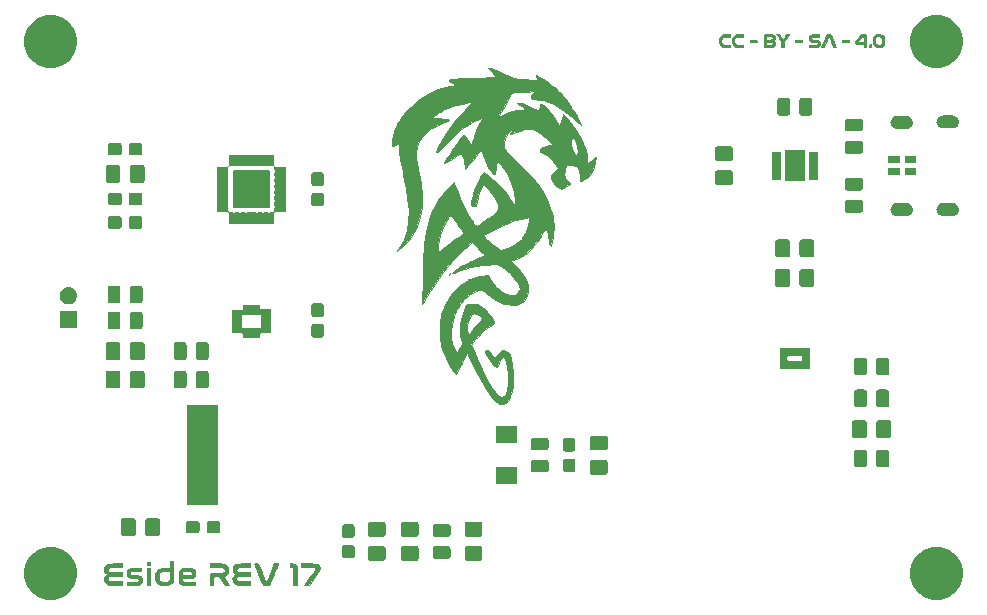
<source format=gbr>
G04 #@! TF.GenerationSoftware,KiCad,Pcbnew,5.1.2*
G04 #@! TF.CreationDate,2019-07-04T05:17:55+02:00*
G04 #@! TF.ProjectId,eside_rev17,65736964-655f-4726-9576-31372e6b6963,rev?*
G04 #@! TF.SameCoordinates,Original*
G04 #@! TF.FileFunction,Soldermask,Top*
G04 #@! TF.FilePolarity,Negative*
%FSLAX46Y46*%
G04 Gerber Fmt 4.6, Leading zero omitted, Abs format (unit mm)*
G04 Created by KiCad (PCBNEW 5.1.2) date 2019-07-04 05:17:55*
%MOMM*%
%LPD*%
G04 APERTURE LIST*
%ADD10C,0.010000*%
%ADD11C,0.100000*%
G04 APERTURE END LIST*
D10*
G36*
X76332770Y-52172023D02*
G01*
X76317000Y-52202000D01*
X76237225Y-52282856D01*
X76222339Y-52286666D01*
X76216563Y-52231976D01*
X76232333Y-52202000D01*
X76312107Y-52121143D01*
X76326993Y-52117333D01*
X76332770Y-52172023D01*
X76332770Y-52172023D01*
G37*
X76332770Y-52172023D02*
X76317000Y-52202000D01*
X76237225Y-52282856D01*
X76222339Y-52286666D01*
X76216563Y-52231976D01*
X76232333Y-52202000D01*
X76312107Y-52121143D01*
X76326993Y-52117333D01*
X76332770Y-52172023D01*
G36*
X79752625Y-34743578D02*
G01*
X79934794Y-34797779D01*
X80218403Y-34913086D01*
X80556242Y-35069505D01*
X80740899Y-35162115D01*
X81121260Y-35348994D01*
X81438973Y-35475232D01*
X81761346Y-35561205D01*
X82155690Y-35627288D01*
X82370666Y-35655480D01*
X82765704Y-35702653D01*
X83119839Y-35740947D01*
X83385517Y-35765430D01*
X83490404Y-35771650D01*
X83650323Y-35759810D01*
X83678084Y-35680302D01*
X83638571Y-35559488D01*
X83577786Y-35387901D01*
X83556000Y-35306270D01*
X83618073Y-35309587D01*
X83786091Y-35398348D01*
X84032753Y-35553504D01*
X84330757Y-35756007D01*
X84652800Y-35986807D01*
X84971581Y-36226855D01*
X85259798Y-36457101D01*
X85478625Y-36647731D01*
X85667907Y-36841500D01*
X85888532Y-37093556D01*
X86112208Y-37367900D01*
X86310640Y-37628534D01*
X86455537Y-37839458D01*
X86518605Y-37964675D01*
X86519333Y-37971889D01*
X86583236Y-38072043D01*
X86593702Y-38076777D01*
X86661863Y-38160381D01*
X86782929Y-38361186D01*
X86936298Y-38643847D01*
X87022310Y-38812111D01*
X87376549Y-39519222D01*
X86653265Y-38894504D01*
X86305983Y-38605500D01*
X85950071Y-38327606D01*
X85635979Y-38099384D01*
X85476273Y-37994811D01*
X85089383Y-37797457D01*
X84630749Y-37619162D01*
X84161397Y-37479337D01*
X83742348Y-37397395D01*
X83556269Y-37384036D01*
X83263517Y-37361493D01*
X83127348Y-37288623D01*
X83139231Y-37152665D01*
X83273485Y-36961017D01*
X83509681Y-36680314D01*
X82622674Y-36734582D01*
X82149418Y-36765584D01*
X81815438Y-36799266D01*
X81590957Y-36848106D01*
X81446199Y-36924582D01*
X81351391Y-37041171D01*
X81276757Y-37210352D01*
X81239192Y-37314364D01*
X81101959Y-37638174D01*
X80918478Y-37994943D01*
X80810517Y-38177041D01*
X80642175Y-38447336D01*
X80498097Y-38688090D01*
X80430675Y-38807943D01*
X80327952Y-39002887D01*
X80661676Y-38792216D01*
X81150621Y-38522908D01*
X81597230Y-38370931D01*
X82059742Y-38317384D01*
X82127006Y-38316666D01*
X82391843Y-38305872D01*
X82572350Y-38277866D01*
X82624666Y-38246758D01*
X82560736Y-38133899D01*
X82405497Y-37983076D01*
X82213771Y-37841874D01*
X82074333Y-37769092D01*
X81972224Y-37705420D01*
X82015135Y-37663319D01*
X82151244Y-37659834D01*
X82383086Y-37723893D01*
X82729610Y-37861751D01*
X83048000Y-38004333D01*
X83279462Y-38107078D01*
X83443781Y-38172765D01*
X83485444Y-38184811D01*
X83592324Y-38241038D01*
X83605388Y-38253166D01*
X83747587Y-38326176D01*
X83851148Y-38248335D01*
X83894450Y-38037269D01*
X83894666Y-38017354D01*
X83903120Y-37823142D01*
X83949409Y-37764861D01*
X84064928Y-37809229D01*
X84082288Y-37818454D01*
X84425427Y-38065891D01*
X84779420Y-38428225D01*
X85107290Y-38857914D01*
X85372060Y-39307419D01*
X85518471Y-39664948D01*
X85558593Y-39655734D01*
X85627393Y-39514035D01*
X85705727Y-39283948D01*
X85791682Y-38998019D01*
X85861404Y-38768074D01*
X85893817Y-38663017D01*
X85955118Y-38667374D01*
X86087002Y-38792485D01*
X86272476Y-39014175D01*
X86494544Y-39308271D01*
X86736213Y-39650599D01*
X86980487Y-40016986D01*
X87210373Y-40383259D01*
X87408875Y-40725242D01*
X87559000Y-41018763D01*
X87575273Y-41054801D01*
X87685459Y-41350333D01*
X87785488Y-41699488D01*
X87866274Y-42057447D01*
X87918729Y-42379393D01*
X87933766Y-42620508D01*
X87913653Y-42723668D01*
X87893788Y-42798683D01*
X87971602Y-42770484D01*
X88060737Y-42698166D01*
X88205510Y-42579008D01*
X88408865Y-42427305D01*
X88435651Y-42408269D01*
X88696400Y-42224204D01*
X88622941Y-42619935D01*
X88504291Y-43143667D01*
X88358179Y-43532606D01*
X88163782Y-43821164D01*
X87900278Y-44043753D01*
X87686872Y-44166906D01*
X87481304Y-44267197D01*
X87346416Y-44323536D01*
X87327039Y-44328000D01*
X87302733Y-44251133D01*
X87286156Y-44051663D01*
X87281333Y-43829379D01*
X87253996Y-43428682D01*
X87156214Y-43166814D01*
X86964329Y-43019861D01*
X86654684Y-42963911D01*
X86424503Y-42963301D01*
X86232951Y-42982541D01*
X86124065Y-43054368D01*
X86049331Y-43224402D01*
X86012295Y-43350896D01*
X85946547Y-43744734D01*
X86003588Y-44028136D01*
X86185369Y-44209294D01*
X86220969Y-44227002D01*
X86405275Y-44363361D01*
X86429099Y-44518092D01*
X86297417Y-44673550D01*
X86060615Y-44795512D01*
X85686565Y-44938364D01*
X85308803Y-44678456D01*
X84991594Y-44415539D01*
X84838062Y-44165246D01*
X84845331Y-43909640D01*
X85010524Y-43630778D01*
X85121141Y-43507709D01*
X85416282Y-43203812D01*
X85226974Y-42866014D01*
X84942870Y-42483285D01*
X84571917Y-42156779D01*
X84175728Y-41940558D01*
X84169833Y-41938403D01*
X83969002Y-41817569D01*
X83912996Y-41672071D01*
X83983809Y-41523715D01*
X84163435Y-41394309D01*
X84433867Y-41305659D01*
X84714600Y-41278654D01*
X85037666Y-41277308D01*
X84759377Y-41004106D01*
X86535770Y-41004106D01*
X86558274Y-41259779D01*
X86618951Y-41529631D01*
X86718646Y-41783322D01*
X86778414Y-41887113D01*
X86937169Y-42094050D01*
X87041750Y-42141167D01*
X87097807Y-42027056D01*
X87111527Y-41804169D01*
X87069474Y-41395230D01*
X86958549Y-41007544D01*
X86810606Y-40730079D01*
X86688858Y-40625601D01*
X86601906Y-40656675D01*
X86550595Y-40792957D01*
X86535770Y-41004106D01*
X84759377Y-41004106D01*
X84400843Y-40652126D01*
X84005052Y-40288036D01*
X83670954Y-40047489D01*
X83362259Y-39915925D01*
X83042676Y-39878782D01*
X82675915Y-39921501D01*
X82612093Y-39934422D01*
X82276713Y-40022785D01*
X81947765Y-40136686D01*
X81825597Y-40189372D01*
X81557635Y-40307390D01*
X81426007Y-40333296D01*
X81421282Y-40261157D01*
X81534034Y-40085042D01*
X81574112Y-40031166D01*
X81813655Y-39713666D01*
X81522499Y-39934766D01*
X81219912Y-40245240D01*
X80988227Y-40637779D01*
X80860954Y-41048712D01*
X80846666Y-41218866D01*
X80852920Y-41346268D01*
X80883003Y-41463254D01*
X80953895Y-41591553D01*
X81082578Y-41752893D01*
X81286032Y-41969004D01*
X81581239Y-42261614D01*
X81911465Y-42581383D01*
X82615771Y-43280075D01*
X83198012Y-43904446D01*
X83674794Y-44477354D01*
X84062724Y-45021657D01*
X84378408Y-45560216D01*
X84638453Y-46115887D01*
X84813281Y-46575707D01*
X84941025Y-46964844D01*
X85020348Y-47283860D01*
X85062208Y-47600901D01*
X85077561Y-47984117D01*
X85078714Y-48226707D01*
X85065779Y-48679138D01*
X85031710Y-49092133D01*
X84981629Y-49410842D01*
X84960443Y-49492666D01*
X84893118Y-49686302D01*
X84837662Y-49763754D01*
X84785604Y-49713182D01*
X84728477Y-49522748D01*
X84657812Y-49180612D01*
X84629682Y-49030249D01*
X84564198Y-48736357D01*
X84494112Y-48516747D01*
X84434059Y-48416793D01*
X84431462Y-48415709D01*
X84350369Y-48469667D01*
X84212170Y-48639586D01*
X84041848Y-48893320D01*
X83975322Y-49002628D01*
X83520746Y-49660581D01*
X83009339Y-50207854D01*
X82461176Y-50627367D01*
X81896333Y-50902040D01*
X81664237Y-50968904D01*
X81423475Y-51023872D01*
X81941501Y-51549436D01*
X82411006Y-52095452D01*
X82736631Y-52628773D01*
X82916557Y-53138440D01*
X82948968Y-53613492D01*
X82832047Y-54042969D01*
X82563975Y-54415911D01*
X82435678Y-54529802D01*
X82260260Y-54653838D01*
X82086541Y-54723743D01*
X81856860Y-54754164D01*
X81530086Y-54759814D01*
X81148366Y-54744118D01*
X80845583Y-54686560D01*
X80532663Y-54566383D01*
X80372161Y-54489966D01*
X80018204Y-54288277D01*
X79658148Y-54039927D01*
X79427509Y-53849744D01*
X79196246Y-53645924D01*
X79030826Y-53541212D01*
X78880262Y-53512139D01*
X78730000Y-53528646D01*
X78329307Y-53667655D01*
X77907179Y-53931209D01*
X77503052Y-54285840D01*
X77156363Y-54698081D01*
X76951068Y-55038333D01*
X76851327Y-55224214D01*
X76779447Y-55331680D01*
X76776292Y-55334666D01*
X76696996Y-55472560D01*
X76608255Y-55733785D01*
X76521013Y-56073567D01*
X76446211Y-56447137D01*
X76394794Y-56809723D01*
X76383112Y-56943333D01*
X76370717Y-57352671D01*
X76404602Y-57681068D01*
X76494848Y-58013003D01*
X76519134Y-58083261D01*
X76633063Y-58370328D01*
X76747294Y-58602830D01*
X76821840Y-58712126D01*
X76926157Y-58787701D01*
X76989947Y-58715264D01*
X77006671Y-58672865D01*
X77100198Y-58487517D01*
X77231920Y-58284206D01*
X77325922Y-58138679D01*
X77353278Y-58010051D01*
X77316806Y-57832398D01*
X77258804Y-57655290D01*
X77172717Y-57309418D01*
X77133577Y-57004176D01*
X77783452Y-57004176D01*
X77814882Y-57190816D01*
X77890979Y-57237439D01*
X77925666Y-57227951D01*
X78037535Y-57151563D01*
X78052666Y-57115853D01*
X78106289Y-57029082D01*
X78249668Y-56850846D01*
X78456569Y-56613047D01*
X78560666Y-56498097D01*
X78786897Y-56245754D01*
X78961283Y-56040867D01*
X79057687Y-55914619D01*
X79068666Y-55891941D01*
X78998384Y-55804442D01*
X78826468Y-55692211D01*
X78611314Y-55585873D01*
X78411316Y-55516054D01*
X78329554Y-55504316D01*
X78137653Y-55583289D01*
X77976865Y-55802057D01*
X77857478Y-56132368D01*
X77789777Y-56545968D01*
X77783452Y-57004176D01*
X77133577Y-57004176D01*
X77124837Y-56936023D01*
X77121333Y-56831545D01*
X77158074Y-56457671D01*
X77256657Y-55999234D01*
X77399627Y-55521286D01*
X77569523Y-55088882D01*
X77613920Y-54996000D01*
X77704333Y-54831284D01*
X77799059Y-54744585D01*
X77950350Y-54713521D01*
X78210459Y-54715710D01*
X78263896Y-54717588D01*
X78559601Y-54741912D01*
X78798650Y-54805960D01*
X79014063Y-54932250D01*
X79238862Y-55143300D01*
X79506068Y-55461629D01*
X79674798Y-55679737D01*
X79914149Y-56010112D01*
X80038872Y-56223799D01*
X80051844Y-56326041D01*
X80034631Y-56335708D01*
X79926739Y-56405542D01*
X79915333Y-56441541D01*
X79849990Y-56516919D01*
X79824956Y-56520000D01*
X79693054Y-56577239D01*
X79478953Y-56729712D01*
X79215658Y-56948553D01*
X78936178Y-57204896D01*
X78673520Y-57469873D01*
X78464524Y-57709757D01*
X78120067Y-58145528D01*
X78390880Y-58835597D01*
X78676561Y-59522712D01*
X78981683Y-60184116D01*
X79295399Y-60801826D01*
X79606865Y-61357859D01*
X79905235Y-61834232D01*
X80179663Y-62212961D01*
X80419304Y-62476062D01*
X80613313Y-62605551D01*
X80670776Y-62616000D01*
X80869427Y-62537032D01*
X81032231Y-62317203D01*
X81154337Y-61982122D01*
X81230895Y-61557402D01*
X81257052Y-61068652D01*
X81227960Y-60541483D01*
X81153292Y-60068467D01*
X81039812Y-59609978D01*
X80926196Y-59320452D01*
X80811788Y-59199518D01*
X80695933Y-59246807D01*
X80577974Y-59461948D01*
X80497839Y-59698458D01*
X80414114Y-59921912D01*
X80329136Y-60057351D01*
X80295477Y-60076000D01*
X80163993Y-60010218D01*
X79978175Y-59839352D01*
X79771476Y-59603120D01*
X79577348Y-59341239D01*
X79429240Y-59093429D01*
X79386299Y-58996500D01*
X79307859Y-58776102D01*
X79296406Y-58671258D01*
X79359324Y-58639024D01*
X79448177Y-58636666D01*
X79621362Y-58696238D01*
X79776206Y-58892588D01*
X79806808Y-58948980D01*
X79925859Y-59150181D01*
X80026120Y-59272922D01*
X80047942Y-59286512D01*
X80138210Y-59237993D01*
X80270186Y-59086149D01*
X80320888Y-59012549D01*
X80565926Y-58733470D01*
X80821516Y-58617302D01*
X81069695Y-58663467D01*
X81292502Y-58871389D01*
X81394206Y-59047067D01*
X81510472Y-59404881D01*
X81588858Y-59882370D01*
X81629773Y-60435679D01*
X81633625Y-61020955D01*
X81600822Y-61594342D01*
X81531771Y-62111987D01*
X81426881Y-62530034D01*
X81360324Y-62689576D01*
X81198301Y-62933714D01*
X81017180Y-63100642D01*
X80964693Y-63127411D01*
X80788110Y-63188155D01*
X80658554Y-63194024D01*
X80500820Y-63137298D01*
X80349732Y-63064271D01*
X80040731Y-62838284D01*
X79696403Y-62447804D01*
X79317428Y-61893798D01*
X78904487Y-61177235D01*
X78576835Y-60541666D01*
X78353622Y-60088659D01*
X78152059Y-59675253D01*
X77986240Y-59330696D01*
X77870258Y-59084233D01*
X77822024Y-58975333D01*
X77782163Y-58898776D01*
X77735380Y-58888220D01*
X77668085Y-58962495D01*
X77566689Y-59140433D01*
X77417603Y-59440866D01*
X77283643Y-59721378D01*
X76829146Y-60679091D01*
X76598218Y-60398712D01*
X76411747Y-60130122D01*
X76193842Y-59751348D01*
X75969867Y-59311727D01*
X75765188Y-58860597D01*
X75627020Y-58509666D01*
X75558775Y-58274349D01*
X75513444Y-57995145D01*
X75487464Y-57634913D01*
X75477273Y-57156510D01*
X75476790Y-56943333D01*
X75480295Y-56463828D01*
X75493234Y-56110581D01*
X75521364Y-55840558D01*
X75570446Y-55610724D01*
X75646237Y-55378044D01*
X75707805Y-55216935D01*
X75896316Y-54803927D01*
X76141183Y-54359877D01*
X76410137Y-53936864D01*
X76670909Y-53586967D01*
X76816617Y-53427374D01*
X77033151Y-53236534D01*
X77277435Y-53047719D01*
X77504279Y-52892995D01*
X77668489Y-52804427D01*
X77708350Y-52794666D01*
X77795082Y-52733573D01*
X77798666Y-52710000D01*
X77865567Y-52630972D01*
X77904500Y-52624811D01*
X78048545Y-52587571D01*
X78252203Y-52498127D01*
X78262457Y-52492824D01*
X78485822Y-52413048D01*
X78798671Y-52344635D01*
X79039606Y-52312331D01*
X79564632Y-52263304D01*
X79689422Y-52561968D01*
X79909624Y-52936936D01*
X80231702Y-53295355D01*
X80615519Y-53606755D01*
X81020938Y-53840666D01*
X81407824Y-53966619D01*
X81557329Y-53980000D01*
X81806895Y-53914754D01*
X82031658Y-53751469D01*
X82176149Y-53538819D01*
X82201333Y-53414833D01*
X82134967Y-53142537D01*
X81953667Y-52808464D01*
X81684127Y-52443653D01*
X81353042Y-52079145D01*
X80987106Y-51745977D01*
X80613014Y-51475190D01*
X80456114Y-51385566D01*
X80261273Y-51344973D01*
X79936614Y-51342866D01*
X79515924Y-51374061D01*
X79032987Y-51433368D01*
X78521591Y-51515601D01*
X78015522Y-51615573D01*
X77548565Y-51728096D01*
X77154507Y-51847984D01*
X76967321Y-51921204D01*
X76665359Y-52046054D01*
X76498496Y-52096049D01*
X76454589Y-52079966D01*
X76521499Y-52006584D01*
X76687085Y-51884681D01*
X76939207Y-51723036D01*
X77265724Y-51530427D01*
X77654496Y-51315633D01*
X78093382Y-51087431D01*
X78181593Y-51043202D01*
X78535584Y-50867760D01*
X78841366Y-50718027D01*
X79062441Y-50611764D01*
X79155260Y-50569382D01*
X79224691Y-50515157D01*
X79151774Y-50439032D01*
X79113161Y-50414071D01*
X78968339Y-50299488D01*
X78757666Y-50105060D01*
X78555573Y-49902451D01*
X78165157Y-49495255D01*
X77349773Y-50260520D01*
X76515284Y-51108068D01*
X75724876Y-52034716D01*
X75020771Y-52988483D01*
X74603691Y-53641333D01*
X74392244Y-53996879D01*
X74207727Y-54307056D01*
X74070037Y-54538424D01*
X73999195Y-54657333D01*
X73955616Y-54675858D01*
X73945982Y-54530816D01*
X73953579Y-54403333D01*
X73963888Y-54210750D01*
X73976324Y-53878142D01*
X73990021Y-53434788D01*
X74004111Y-52909970D01*
X74017729Y-52332967D01*
X74024980Y-51990333D01*
X74061418Y-50860478D01*
X74124670Y-49877417D01*
X74138564Y-49751359D01*
X75290792Y-49751359D01*
X75302927Y-50075522D01*
X75355267Y-50362045D01*
X75666800Y-50071865D01*
X75899405Y-49868613D01*
X76201479Y-49622276D01*
X76486333Y-49402332D01*
X76771001Y-49197235D01*
X77035114Y-49019652D01*
X77222912Y-48907027D01*
X77227166Y-48904849D01*
X77262632Y-48884447D01*
X79153333Y-48884447D01*
X79216681Y-48990409D01*
X79390715Y-49175950D01*
X79651419Y-49418038D01*
X79974776Y-49693640D01*
X80117108Y-49808763D01*
X80530550Y-50138152D01*
X81005066Y-50017297D01*
X81349186Y-49900570D01*
X81690828Y-49739593D01*
X81834037Y-49652571D01*
X82084063Y-49457439D01*
X82300379Y-49250339D01*
X82363324Y-49175516D01*
X82502375Y-48991430D01*
X82601654Y-48862347D01*
X82605355Y-48857666D01*
X82718064Y-48651718D01*
X82829493Y-48348554D01*
X82917970Y-48019059D01*
X82961822Y-47734118D01*
X82963333Y-47686832D01*
X82963333Y-47368326D01*
X82645833Y-47423798D01*
X82282262Y-47507140D01*
X81839078Y-47637051D01*
X81390828Y-47790036D01*
X81041393Y-47929483D01*
X80590400Y-48133361D01*
X80158761Y-48336914D01*
X79772911Y-48526771D01*
X79459286Y-48689559D01*
X79244322Y-48811909D01*
X79154455Y-48880449D01*
X79153333Y-48884447D01*
X77262632Y-48884447D01*
X77390046Y-48811154D01*
X77443809Y-48719898D01*
X77390923Y-48583614D01*
X77254266Y-48383354D01*
X77090220Y-48151388D01*
X76884300Y-47856813D01*
X76741740Y-47651166D01*
X76527805Y-47370142D01*
X76366667Y-47235785D01*
X76240579Y-47240822D01*
X76131796Y-47377981D01*
X76121943Y-47397166D01*
X76028853Y-47572802D01*
X75885956Y-47831273D01*
X75762209Y-48049921D01*
X75591425Y-48420281D01*
X75447396Y-48864932D01*
X75342919Y-49327438D01*
X75290792Y-49751359D01*
X74138564Y-49751359D01*
X74219167Y-49020100D01*
X74349339Y-48267472D01*
X74519619Y-47598482D01*
X74734436Y-46992077D01*
X74998223Y-46427205D01*
X75308072Y-45894333D01*
X75464463Y-45671745D01*
X75673504Y-45405415D01*
X75909888Y-45123685D01*
X76148312Y-44854897D01*
X76363469Y-44627392D01*
X76530056Y-44469511D01*
X76622766Y-44409597D01*
X76630989Y-44412666D01*
X76675374Y-44504493D01*
X76766848Y-44718534D01*
X76890538Y-45019417D01*
X76986959Y-45259333D01*
X77168519Y-45698026D01*
X77366559Y-46148182D01*
X77567838Y-46582821D01*
X77759121Y-46974964D01*
X77927167Y-47297631D01*
X78058739Y-47523844D01*
X78140599Y-47626623D01*
X78150206Y-47630000D01*
X78217965Y-47696466D01*
X78222000Y-47729166D01*
X78274348Y-47865104D01*
X78357798Y-47978389D01*
X78455584Y-48057862D01*
X78569952Y-48067922D01*
X78732368Y-47997469D01*
X78974298Y-47835405D01*
X79165517Y-47693500D01*
X79367236Y-47553291D01*
X79517379Y-47470335D01*
X79552536Y-47460666D01*
X79649594Y-47406009D01*
X79827101Y-47263024D01*
X80036767Y-47071911D01*
X80253634Y-46856512D01*
X80369468Y-46704319D01*
X80408464Y-46564558D01*
X80394819Y-46386454D01*
X80387101Y-46336739D01*
X80303263Y-46091172D01*
X80132642Y-45767499D01*
X79904704Y-45410739D01*
X79648916Y-45065909D01*
X79394743Y-44778029D01*
X79320226Y-44706791D01*
X79185589Y-44596571D01*
X79104721Y-44601344D01*
X79016117Y-44708652D01*
X78900932Y-44929551D01*
X78780786Y-45262580D01*
X78672957Y-45652003D01*
X78594725Y-46042083D01*
X78587415Y-46091461D01*
X78545006Y-46317937D01*
X78485272Y-46413407D01*
X78380806Y-46415901D01*
X78357750Y-46410117D01*
X78186617Y-46370820D01*
X78116166Y-46361156D01*
X78069663Y-46287411D01*
X78081233Y-46089947D01*
X78140927Y-45800117D01*
X78238793Y-45449269D01*
X78364880Y-45068755D01*
X78509236Y-44689925D01*
X78661912Y-44344130D01*
X78812955Y-44062720D01*
X78875713Y-43968229D01*
X79167663Y-43566124D01*
X79774331Y-44069252D01*
X80339990Y-44558748D01*
X80782620Y-44991291D01*
X81126476Y-45393484D01*
X81395812Y-45791929D01*
X81478549Y-45938362D01*
X81774153Y-46487000D01*
X81776076Y-46007004D01*
X81699361Y-45235564D01*
X81470142Y-44444500D01*
X81098859Y-43660269D01*
X80595952Y-42909324D01*
X80512097Y-42804000D01*
X80385026Y-42669481D01*
X80304526Y-42662545D01*
X80255919Y-42719333D01*
X80204881Y-42877418D01*
X80174338Y-43127631D01*
X80170629Y-43243503D01*
X80154780Y-43488276D01*
X80116104Y-43654291D01*
X80092384Y-43688230D01*
X79979040Y-43666911D01*
X79823322Y-43513900D01*
X79641778Y-43256258D01*
X79450958Y-42921042D01*
X79267411Y-42535312D01*
X79107687Y-42126128D01*
X79072614Y-42020833D01*
X78994713Y-41819671D01*
X78926139Y-41710084D01*
X78911885Y-41703333D01*
X78836733Y-41766836D01*
X78693886Y-41934118D01*
X78512897Y-42170334D01*
X78494929Y-42194907D01*
X78263658Y-42494702D01*
X78019451Y-42783739D01*
X77840811Y-42973515D01*
X77544666Y-43260550D01*
X77544666Y-43005024D01*
X77520798Y-42791535D01*
X77460121Y-42529123D01*
X77379025Y-42269015D01*
X77293899Y-42062438D01*
X77221134Y-41960618D01*
X77209459Y-41957333D01*
X77102592Y-42004911D01*
X76941128Y-42117045D01*
X76743785Y-42257561D01*
X76486667Y-42421722D01*
X76214655Y-42583311D01*
X75972625Y-42716109D01*
X75805457Y-42793897D01*
X75765244Y-42804000D01*
X75788285Y-42739852D01*
X75892270Y-42565139D01*
X76058837Y-42306450D01*
X76269626Y-41990378D01*
X76506275Y-41643514D01*
X76750424Y-41292450D01*
X76983711Y-40963778D01*
X77187776Y-40684089D01*
X77344258Y-40479975D01*
X77434795Y-40378027D01*
X77444690Y-40371711D01*
X77514864Y-40427962D01*
X77642245Y-40593881D01*
X77791576Y-40821429D01*
X78080819Y-41290437D01*
X78305683Y-40620248D01*
X78452536Y-40225565D01*
X78626514Y-39820125D01*
X78791393Y-39488010D01*
X78800331Y-39472029D01*
X78923487Y-39229798D01*
X78984882Y-39058028D01*
X78971996Y-38994000D01*
X78807173Y-39037205D01*
X78540269Y-39153173D01*
X78210553Y-39321429D01*
X77857297Y-39521500D01*
X77519773Y-39732914D01*
X77406170Y-39810312D01*
X77157822Y-40005740D01*
X76832452Y-40292679D01*
X76466786Y-40637200D01*
X76097553Y-41005378D01*
X75978401Y-41129210D01*
X75616569Y-41504035D01*
X75362265Y-41750233D01*
X75211027Y-41866188D01*
X75158391Y-41850284D01*
X75199894Y-41700902D01*
X75331073Y-41416428D01*
X75547465Y-40995244D01*
X75557235Y-40976659D01*
X76061882Y-40119566D01*
X76656651Y-39279103D01*
X77295296Y-38518468D01*
X77550226Y-38253166D01*
X77825014Y-37977782D01*
X77992054Y-37800243D01*
X78063748Y-37699073D01*
X78052501Y-37652797D01*
X77970716Y-37639940D01*
X77904769Y-37639333D01*
X77639871Y-37665934D01*
X77291991Y-37737678D01*
X76897939Y-37842481D01*
X76494524Y-37968255D01*
X76118556Y-38102914D01*
X75806843Y-38234373D01*
X75596196Y-38350545D01*
X75526777Y-38420135D01*
X75429344Y-38482503D01*
X75394451Y-38486000D01*
X75274595Y-38542808D01*
X75102610Y-38684577D01*
X75046999Y-38740000D01*
X74803652Y-38994000D01*
X75390992Y-38999950D01*
X75714076Y-39013207D01*
X75987895Y-39042098D01*
X76147666Y-39078666D01*
X76241929Y-39136289D01*
X76218713Y-39157382D01*
X76102653Y-39194468D01*
X75879164Y-39286424D01*
X75592546Y-39412943D01*
X75287099Y-39553713D01*
X75007123Y-39688426D01*
X74796919Y-39796773D01*
X74712516Y-39847896D01*
X74462388Y-40050907D01*
X74214327Y-40276454D01*
X74002238Y-40490656D01*
X73860026Y-40659634D01*
X73819333Y-40740449D01*
X73775344Y-40846094D01*
X73744068Y-40856666D01*
X73685724Y-40931862D01*
X73605328Y-41128924D01*
X73520933Y-41402943D01*
X73446821Y-41727553D01*
X73416063Y-42029402D01*
X73430811Y-42354185D01*
X73493217Y-42747598D01*
X73605432Y-43255337D01*
X73608841Y-43269666D01*
X73839264Y-44438063D01*
X73946483Y-45498259D01*
X73929970Y-46458773D01*
X73789199Y-47328126D01*
X73523644Y-48114837D01*
X73279846Y-48592796D01*
X72990818Y-49020989D01*
X72627732Y-49466315D01*
X72250479Y-49857701D01*
X72105932Y-49985814D01*
X71833883Y-50212333D01*
X72025388Y-49940890D01*
X72392707Y-49295129D01*
X72642819Y-48560810D01*
X72776532Y-47730105D01*
X72794659Y-46795181D01*
X72698009Y-45748206D01*
X72549408Y-44878333D01*
X72496551Y-44610640D01*
X72423454Y-44236077D01*
X72341690Y-43814092D01*
X72293890Y-43566000D01*
X72212761Y-43146240D01*
X72133651Y-42740924D01*
X72067999Y-42408479D01*
X72039842Y-42268374D01*
X71987515Y-41926866D01*
X71958645Y-41574366D01*
X71956666Y-41483033D01*
X71956666Y-41106318D01*
X71706871Y-41235492D01*
X71519631Y-41324160D01*
X71403422Y-41364443D01*
X71399601Y-41364666D01*
X71368145Y-41290038D01*
X71372476Y-41095335D01*
X71405625Y-40824325D01*
X71460621Y-40520779D01*
X71530492Y-40228466D01*
X71608268Y-39991157D01*
X71624292Y-39953853D01*
X71722190Y-39720941D01*
X71780354Y-39547768D01*
X71787333Y-39506645D01*
X71834312Y-39420559D01*
X71851331Y-39417333D01*
X71925034Y-39348031D01*
X72020713Y-39178541D01*
X72032711Y-39152150D01*
X72164365Y-38939438D01*
X72392654Y-38651992D01*
X72685035Y-38324557D01*
X73008964Y-37991882D01*
X73331899Y-37688715D01*
X73621295Y-37449803D01*
X73640062Y-37435940D01*
X74449075Y-36924398D01*
X75310880Y-36543335D01*
X76268272Y-36274188D01*
X76365074Y-36253904D01*
X76896687Y-36145464D01*
X76538998Y-36002345D01*
X76327147Y-35903065D01*
X76233246Y-35818848D01*
X76264643Y-35747983D01*
X76428687Y-35688756D01*
X76732729Y-35639456D01*
X77184117Y-35598371D01*
X77790201Y-35563789D01*
X78547972Y-35534338D01*
X80186277Y-35480333D01*
X79845698Y-35093793D01*
X79505118Y-34707252D01*
X79752625Y-34743578D01*
X79752625Y-34743578D01*
G37*
X79752625Y-34743578D02*
X79934794Y-34797779D01*
X80218403Y-34913086D01*
X80556242Y-35069505D01*
X80740899Y-35162115D01*
X81121260Y-35348994D01*
X81438973Y-35475232D01*
X81761346Y-35561205D01*
X82155690Y-35627288D01*
X82370666Y-35655480D01*
X82765704Y-35702653D01*
X83119839Y-35740947D01*
X83385517Y-35765430D01*
X83490404Y-35771650D01*
X83650323Y-35759810D01*
X83678084Y-35680302D01*
X83638571Y-35559488D01*
X83577786Y-35387901D01*
X83556000Y-35306270D01*
X83618073Y-35309587D01*
X83786091Y-35398348D01*
X84032753Y-35553504D01*
X84330757Y-35756007D01*
X84652800Y-35986807D01*
X84971581Y-36226855D01*
X85259798Y-36457101D01*
X85478625Y-36647731D01*
X85667907Y-36841500D01*
X85888532Y-37093556D01*
X86112208Y-37367900D01*
X86310640Y-37628534D01*
X86455537Y-37839458D01*
X86518605Y-37964675D01*
X86519333Y-37971889D01*
X86583236Y-38072043D01*
X86593702Y-38076777D01*
X86661863Y-38160381D01*
X86782929Y-38361186D01*
X86936298Y-38643847D01*
X87022310Y-38812111D01*
X87376549Y-39519222D01*
X86653265Y-38894504D01*
X86305983Y-38605500D01*
X85950071Y-38327606D01*
X85635979Y-38099384D01*
X85476273Y-37994811D01*
X85089383Y-37797457D01*
X84630749Y-37619162D01*
X84161397Y-37479337D01*
X83742348Y-37397395D01*
X83556269Y-37384036D01*
X83263517Y-37361493D01*
X83127348Y-37288623D01*
X83139231Y-37152665D01*
X83273485Y-36961017D01*
X83509681Y-36680314D01*
X82622674Y-36734582D01*
X82149418Y-36765584D01*
X81815438Y-36799266D01*
X81590957Y-36848106D01*
X81446199Y-36924582D01*
X81351391Y-37041171D01*
X81276757Y-37210352D01*
X81239192Y-37314364D01*
X81101959Y-37638174D01*
X80918478Y-37994943D01*
X80810517Y-38177041D01*
X80642175Y-38447336D01*
X80498097Y-38688090D01*
X80430675Y-38807943D01*
X80327952Y-39002887D01*
X80661676Y-38792216D01*
X81150621Y-38522908D01*
X81597230Y-38370931D01*
X82059742Y-38317384D01*
X82127006Y-38316666D01*
X82391843Y-38305872D01*
X82572350Y-38277866D01*
X82624666Y-38246758D01*
X82560736Y-38133899D01*
X82405497Y-37983076D01*
X82213771Y-37841874D01*
X82074333Y-37769092D01*
X81972224Y-37705420D01*
X82015135Y-37663319D01*
X82151244Y-37659834D01*
X82383086Y-37723893D01*
X82729610Y-37861751D01*
X83048000Y-38004333D01*
X83279462Y-38107078D01*
X83443781Y-38172765D01*
X83485444Y-38184811D01*
X83592324Y-38241038D01*
X83605388Y-38253166D01*
X83747587Y-38326176D01*
X83851148Y-38248335D01*
X83894450Y-38037269D01*
X83894666Y-38017354D01*
X83903120Y-37823142D01*
X83949409Y-37764861D01*
X84064928Y-37809229D01*
X84082288Y-37818454D01*
X84425427Y-38065891D01*
X84779420Y-38428225D01*
X85107290Y-38857914D01*
X85372060Y-39307419D01*
X85518471Y-39664948D01*
X85558593Y-39655734D01*
X85627393Y-39514035D01*
X85705727Y-39283948D01*
X85791682Y-38998019D01*
X85861404Y-38768074D01*
X85893817Y-38663017D01*
X85955118Y-38667374D01*
X86087002Y-38792485D01*
X86272476Y-39014175D01*
X86494544Y-39308271D01*
X86736213Y-39650599D01*
X86980487Y-40016986D01*
X87210373Y-40383259D01*
X87408875Y-40725242D01*
X87559000Y-41018763D01*
X87575273Y-41054801D01*
X87685459Y-41350333D01*
X87785488Y-41699488D01*
X87866274Y-42057447D01*
X87918729Y-42379393D01*
X87933766Y-42620508D01*
X87913653Y-42723668D01*
X87893788Y-42798683D01*
X87971602Y-42770484D01*
X88060737Y-42698166D01*
X88205510Y-42579008D01*
X88408865Y-42427305D01*
X88435651Y-42408269D01*
X88696400Y-42224204D01*
X88622941Y-42619935D01*
X88504291Y-43143667D01*
X88358179Y-43532606D01*
X88163782Y-43821164D01*
X87900278Y-44043753D01*
X87686872Y-44166906D01*
X87481304Y-44267197D01*
X87346416Y-44323536D01*
X87327039Y-44328000D01*
X87302733Y-44251133D01*
X87286156Y-44051663D01*
X87281333Y-43829379D01*
X87253996Y-43428682D01*
X87156214Y-43166814D01*
X86964329Y-43019861D01*
X86654684Y-42963911D01*
X86424503Y-42963301D01*
X86232951Y-42982541D01*
X86124065Y-43054368D01*
X86049331Y-43224402D01*
X86012295Y-43350896D01*
X85946547Y-43744734D01*
X86003588Y-44028136D01*
X86185369Y-44209294D01*
X86220969Y-44227002D01*
X86405275Y-44363361D01*
X86429099Y-44518092D01*
X86297417Y-44673550D01*
X86060615Y-44795512D01*
X85686565Y-44938364D01*
X85308803Y-44678456D01*
X84991594Y-44415539D01*
X84838062Y-44165246D01*
X84845331Y-43909640D01*
X85010524Y-43630778D01*
X85121141Y-43507709D01*
X85416282Y-43203812D01*
X85226974Y-42866014D01*
X84942870Y-42483285D01*
X84571917Y-42156779D01*
X84175728Y-41940558D01*
X84169833Y-41938403D01*
X83969002Y-41817569D01*
X83912996Y-41672071D01*
X83983809Y-41523715D01*
X84163435Y-41394309D01*
X84433867Y-41305659D01*
X84714600Y-41278654D01*
X85037666Y-41277308D01*
X84759377Y-41004106D01*
X86535770Y-41004106D01*
X86558274Y-41259779D01*
X86618951Y-41529631D01*
X86718646Y-41783322D01*
X86778414Y-41887113D01*
X86937169Y-42094050D01*
X87041750Y-42141167D01*
X87097807Y-42027056D01*
X87111527Y-41804169D01*
X87069474Y-41395230D01*
X86958549Y-41007544D01*
X86810606Y-40730079D01*
X86688858Y-40625601D01*
X86601906Y-40656675D01*
X86550595Y-40792957D01*
X86535770Y-41004106D01*
X84759377Y-41004106D01*
X84400843Y-40652126D01*
X84005052Y-40288036D01*
X83670954Y-40047489D01*
X83362259Y-39915925D01*
X83042676Y-39878782D01*
X82675915Y-39921501D01*
X82612093Y-39934422D01*
X82276713Y-40022785D01*
X81947765Y-40136686D01*
X81825597Y-40189372D01*
X81557635Y-40307390D01*
X81426007Y-40333296D01*
X81421282Y-40261157D01*
X81534034Y-40085042D01*
X81574112Y-40031166D01*
X81813655Y-39713666D01*
X81522499Y-39934766D01*
X81219912Y-40245240D01*
X80988227Y-40637779D01*
X80860954Y-41048712D01*
X80846666Y-41218866D01*
X80852920Y-41346268D01*
X80883003Y-41463254D01*
X80953895Y-41591553D01*
X81082578Y-41752893D01*
X81286032Y-41969004D01*
X81581239Y-42261614D01*
X81911465Y-42581383D01*
X82615771Y-43280075D01*
X83198012Y-43904446D01*
X83674794Y-44477354D01*
X84062724Y-45021657D01*
X84378408Y-45560216D01*
X84638453Y-46115887D01*
X84813281Y-46575707D01*
X84941025Y-46964844D01*
X85020348Y-47283860D01*
X85062208Y-47600901D01*
X85077561Y-47984117D01*
X85078714Y-48226707D01*
X85065779Y-48679138D01*
X85031710Y-49092133D01*
X84981629Y-49410842D01*
X84960443Y-49492666D01*
X84893118Y-49686302D01*
X84837662Y-49763754D01*
X84785604Y-49713182D01*
X84728477Y-49522748D01*
X84657812Y-49180612D01*
X84629682Y-49030249D01*
X84564198Y-48736357D01*
X84494112Y-48516747D01*
X84434059Y-48416793D01*
X84431462Y-48415709D01*
X84350369Y-48469667D01*
X84212170Y-48639586D01*
X84041848Y-48893320D01*
X83975322Y-49002628D01*
X83520746Y-49660581D01*
X83009339Y-50207854D01*
X82461176Y-50627367D01*
X81896333Y-50902040D01*
X81664237Y-50968904D01*
X81423475Y-51023872D01*
X81941501Y-51549436D01*
X82411006Y-52095452D01*
X82736631Y-52628773D01*
X82916557Y-53138440D01*
X82948968Y-53613492D01*
X82832047Y-54042969D01*
X82563975Y-54415911D01*
X82435678Y-54529802D01*
X82260260Y-54653838D01*
X82086541Y-54723743D01*
X81856860Y-54754164D01*
X81530086Y-54759814D01*
X81148366Y-54744118D01*
X80845583Y-54686560D01*
X80532663Y-54566383D01*
X80372161Y-54489966D01*
X80018204Y-54288277D01*
X79658148Y-54039927D01*
X79427509Y-53849744D01*
X79196246Y-53645924D01*
X79030826Y-53541212D01*
X78880262Y-53512139D01*
X78730000Y-53528646D01*
X78329307Y-53667655D01*
X77907179Y-53931209D01*
X77503052Y-54285840D01*
X77156363Y-54698081D01*
X76951068Y-55038333D01*
X76851327Y-55224214D01*
X76779447Y-55331680D01*
X76776292Y-55334666D01*
X76696996Y-55472560D01*
X76608255Y-55733785D01*
X76521013Y-56073567D01*
X76446211Y-56447137D01*
X76394794Y-56809723D01*
X76383112Y-56943333D01*
X76370717Y-57352671D01*
X76404602Y-57681068D01*
X76494848Y-58013003D01*
X76519134Y-58083261D01*
X76633063Y-58370328D01*
X76747294Y-58602830D01*
X76821840Y-58712126D01*
X76926157Y-58787701D01*
X76989947Y-58715264D01*
X77006671Y-58672865D01*
X77100198Y-58487517D01*
X77231920Y-58284206D01*
X77325922Y-58138679D01*
X77353278Y-58010051D01*
X77316806Y-57832398D01*
X77258804Y-57655290D01*
X77172717Y-57309418D01*
X77133577Y-57004176D01*
X77783452Y-57004176D01*
X77814882Y-57190816D01*
X77890979Y-57237439D01*
X77925666Y-57227951D01*
X78037535Y-57151563D01*
X78052666Y-57115853D01*
X78106289Y-57029082D01*
X78249668Y-56850846D01*
X78456569Y-56613047D01*
X78560666Y-56498097D01*
X78786897Y-56245754D01*
X78961283Y-56040867D01*
X79057687Y-55914619D01*
X79068666Y-55891941D01*
X78998384Y-55804442D01*
X78826468Y-55692211D01*
X78611314Y-55585873D01*
X78411316Y-55516054D01*
X78329554Y-55504316D01*
X78137653Y-55583289D01*
X77976865Y-55802057D01*
X77857478Y-56132368D01*
X77789777Y-56545968D01*
X77783452Y-57004176D01*
X77133577Y-57004176D01*
X77124837Y-56936023D01*
X77121333Y-56831545D01*
X77158074Y-56457671D01*
X77256657Y-55999234D01*
X77399627Y-55521286D01*
X77569523Y-55088882D01*
X77613920Y-54996000D01*
X77704333Y-54831284D01*
X77799059Y-54744585D01*
X77950350Y-54713521D01*
X78210459Y-54715710D01*
X78263896Y-54717588D01*
X78559601Y-54741912D01*
X78798650Y-54805960D01*
X79014063Y-54932250D01*
X79238862Y-55143300D01*
X79506068Y-55461629D01*
X79674798Y-55679737D01*
X79914149Y-56010112D01*
X80038872Y-56223799D01*
X80051844Y-56326041D01*
X80034631Y-56335708D01*
X79926739Y-56405542D01*
X79915333Y-56441541D01*
X79849990Y-56516919D01*
X79824956Y-56520000D01*
X79693054Y-56577239D01*
X79478953Y-56729712D01*
X79215658Y-56948553D01*
X78936178Y-57204896D01*
X78673520Y-57469873D01*
X78464524Y-57709757D01*
X78120067Y-58145528D01*
X78390880Y-58835597D01*
X78676561Y-59522712D01*
X78981683Y-60184116D01*
X79295399Y-60801826D01*
X79606865Y-61357859D01*
X79905235Y-61834232D01*
X80179663Y-62212961D01*
X80419304Y-62476062D01*
X80613313Y-62605551D01*
X80670776Y-62616000D01*
X80869427Y-62537032D01*
X81032231Y-62317203D01*
X81154337Y-61982122D01*
X81230895Y-61557402D01*
X81257052Y-61068652D01*
X81227960Y-60541483D01*
X81153292Y-60068467D01*
X81039812Y-59609978D01*
X80926196Y-59320452D01*
X80811788Y-59199518D01*
X80695933Y-59246807D01*
X80577974Y-59461948D01*
X80497839Y-59698458D01*
X80414114Y-59921912D01*
X80329136Y-60057351D01*
X80295477Y-60076000D01*
X80163993Y-60010218D01*
X79978175Y-59839352D01*
X79771476Y-59603120D01*
X79577348Y-59341239D01*
X79429240Y-59093429D01*
X79386299Y-58996500D01*
X79307859Y-58776102D01*
X79296406Y-58671258D01*
X79359324Y-58639024D01*
X79448177Y-58636666D01*
X79621362Y-58696238D01*
X79776206Y-58892588D01*
X79806808Y-58948980D01*
X79925859Y-59150181D01*
X80026120Y-59272922D01*
X80047942Y-59286512D01*
X80138210Y-59237993D01*
X80270186Y-59086149D01*
X80320888Y-59012549D01*
X80565926Y-58733470D01*
X80821516Y-58617302D01*
X81069695Y-58663467D01*
X81292502Y-58871389D01*
X81394206Y-59047067D01*
X81510472Y-59404881D01*
X81588858Y-59882370D01*
X81629773Y-60435679D01*
X81633625Y-61020955D01*
X81600822Y-61594342D01*
X81531771Y-62111987D01*
X81426881Y-62530034D01*
X81360324Y-62689576D01*
X81198301Y-62933714D01*
X81017180Y-63100642D01*
X80964693Y-63127411D01*
X80788110Y-63188155D01*
X80658554Y-63194024D01*
X80500820Y-63137298D01*
X80349732Y-63064271D01*
X80040731Y-62838284D01*
X79696403Y-62447804D01*
X79317428Y-61893798D01*
X78904487Y-61177235D01*
X78576835Y-60541666D01*
X78353622Y-60088659D01*
X78152059Y-59675253D01*
X77986240Y-59330696D01*
X77870258Y-59084233D01*
X77822024Y-58975333D01*
X77782163Y-58898776D01*
X77735380Y-58888220D01*
X77668085Y-58962495D01*
X77566689Y-59140433D01*
X77417603Y-59440866D01*
X77283643Y-59721378D01*
X76829146Y-60679091D01*
X76598218Y-60398712D01*
X76411747Y-60130122D01*
X76193842Y-59751348D01*
X75969867Y-59311727D01*
X75765188Y-58860597D01*
X75627020Y-58509666D01*
X75558775Y-58274349D01*
X75513444Y-57995145D01*
X75487464Y-57634913D01*
X75477273Y-57156510D01*
X75476790Y-56943333D01*
X75480295Y-56463828D01*
X75493234Y-56110581D01*
X75521364Y-55840558D01*
X75570446Y-55610724D01*
X75646237Y-55378044D01*
X75707805Y-55216935D01*
X75896316Y-54803927D01*
X76141183Y-54359877D01*
X76410137Y-53936864D01*
X76670909Y-53586967D01*
X76816617Y-53427374D01*
X77033151Y-53236534D01*
X77277435Y-53047719D01*
X77504279Y-52892995D01*
X77668489Y-52804427D01*
X77708350Y-52794666D01*
X77795082Y-52733573D01*
X77798666Y-52710000D01*
X77865567Y-52630972D01*
X77904500Y-52624811D01*
X78048545Y-52587571D01*
X78252203Y-52498127D01*
X78262457Y-52492824D01*
X78485822Y-52413048D01*
X78798671Y-52344635D01*
X79039606Y-52312331D01*
X79564632Y-52263304D01*
X79689422Y-52561968D01*
X79909624Y-52936936D01*
X80231702Y-53295355D01*
X80615519Y-53606755D01*
X81020938Y-53840666D01*
X81407824Y-53966619D01*
X81557329Y-53980000D01*
X81806895Y-53914754D01*
X82031658Y-53751469D01*
X82176149Y-53538819D01*
X82201333Y-53414833D01*
X82134967Y-53142537D01*
X81953667Y-52808464D01*
X81684127Y-52443653D01*
X81353042Y-52079145D01*
X80987106Y-51745977D01*
X80613014Y-51475190D01*
X80456114Y-51385566D01*
X80261273Y-51344973D01*
X79936614Y-51342866D01*
X79515924Y-51374061D01*
X79032987Y-51433368D01*
X78521591Y-51515601D01*
X78015522Y-51615573D01*
X77548565Y-51728096D01*
X77154507Y-51847984D01*
X76967321Y-51921204D01*
X76665359Y-52046054D01*
X76498496Y-52096049D01*
X76454589Y-52079966D01*
X76521499Y-52006584D01*
X76687085Y-51884681D01*
X76939207Y-51723036D01*
X77265724Y-51530427D01*
X77654496Y-51315633D01*
X78093382Y-51087431D01*
X78181593Y-51043202D01*
X78535584Y-50867760D01*
X78841366Y-50718027D01*
X79062441Y-50611764D01*
X79155260Y-50569382D01*
X79224691Y-50515157D01*
X79151774Y-50439032D01*
X79113161Y-50414071D01*
X78968339Y-50299488D01*
X78757666Y-50105060D01*
X78555573Y-49902451D01*
X78165157Y-49495255D01*
X77349773Y-50260520D01*
X76515284Y-51108068D01*
X75724876Y-52034716D01*
X75020771Y-52988483D01*
X74603691Y-53641333D01*
X74392244Y-53996879D01*
X74207727Y-54307056D01*
X74070037Y-54538424D01*
X73999195Y-54657333D01*
X73955616Y-54675858D01*
X73945982Y-54530816D01*
X73953579Y-54403333D01*
X73963888Y-54210750D01*
X73976324Y-53878142D01*
X73990021Y-53434788D01*
X74004111Y-52909970D01*
X74017729Y-52332967D01*
X74024980Y-51990333D01*
X74061418Y-50860478D01*
X74124670Y-49877417D01*
X74138564Y-49751359D01*
X75290792Y-49751359D01*
X75302927Y-50075522D01*
X75355267Y-50362045D01*
X75666800Y-50071865D01*
X75899405Y-49868613D01*
X76201479Y-49622276D01*
X76486333Y-49402332D01*
X76771001Y-49197235D01*
X77035114Y-49019652D01*
X77222912Y-48907027D01*
X77227166Y-48904849D01*
X77262632Y-48884447D01*
X79153333Y-48884447D01*
X79216681Y-48990409D01*
X79390715Y-49175950D01*
X79651419Y-49418038D01*
X79974776Y-49693640D01*
X80117108Y-49808763D01*
X80530550Y-50138152D01*
X81005066Y-50017297D01*
X81349186Y-49900570D01*
X81690828Y-49739593D01*
X81834037Y-49652571D01*
X82084063Y-49457439D01*
X82300379Y-49250339D01*
X82363324Y-49175516D01*
X82502375Y-48991430D01*
X82601654Y-48862347D01*
X82605355Y-48857666D01*
X82718064Y-48651718D01*
X82829493Y-48348554D01*
X82917970Y-48019059D01*
X82961822Y-47734118D01*
X82963333Y-47686832D01*
X82963333Y-47368326D01*
X82645833Y-47423798D01*
X82282262Y-47507140D01*
X81839078Y-47637051D01*
X81390828Y-47790036D01*
X81041393Y-47929483D01*
X80590400Y-48133361D01*
X80158761Y-48336914D01*
X79772911Y-48526771D01*
X79459286Y-48689559D01*
X79244322Y-48811909D01*
X79154455Y-48880449D01*
X79153333Y-48884447D01*
X77262632Y-48884447D01*
X77390046Y-48811154D01*
X77443809Y-48719898D01*
X77390923Y-48583614D01*
X77254266Y-48383354D01*
X77090220Y-48151388D01*
X76884300Y-47856813D01*
X76741740Y-47651166D01*
X76527805Y-47370142D01*
X76366667Y-47235785D01*
X76240579Y-47240822D01*
X76131796Y-47377981D01*
X76121943Y-47397166D01*
X76028853Y-47572802D01*
X75885956Y-47831273D01*
X75762209Y-48049921D01*
X75591425Y-48420281D01*
X75447396Y-48864932D01*
X75342919Y-49327438D01*
X75290792Y-49751359D01*
X74138564Y-49751359D01*
X74219167Y-49020100D01*
X74349339Y-48267472D01*
X74519619Y-47598482D01*
X74734436Y-46992077D01*
X74998223Y-46427205D01*
X75308072Y-45894333D01*
X75464463Y-45671745D01*
X75673504Y-45405415D01*
X75909888Y-45123685D01*
X76148312Y-44854897D01*
X76363469Y-44627392D01*
X76530056Y-44469511D01*
X76622766Y-44409597D01*
X76630989Y-44412666D01*
X76675374Y-44504493D01*
X76766848Y-44718534D01*
X76890538Y-45019417D01*
X76986959Y-45259333D01*
X77168519Y-45698026D01*
X77366559Y-46148182D01*
X77567838Y-46582821D01*
X77759121Y-46974964D01*
X77927167Y-47297631D01*
X78058739Y-47523844D01*
X78140599Y-47626623D01*
X78150206Y-47630000D01*
X78217965Y-47696466D01*
X78222000Y-47729166D01*
X78274348Y-47865104D01*
X78357798Y-47978389D01*
X78455584Y-48057862D01*
X78569952Y-48067922D01*
X78732368Y-47997469D01*
X78974298Y-47835405D01*
X79165517Y-47693500D01*
X79367236Y-47553291D01*
X79517379Y-47470335D01*
X79552536Y-47460666D01*
X79649594Y-47406009D01*
X79827101Y-47263024D01*
X80036767Y-47071911D01*
X80253634Y-46856512D01*
X80369468Y-46704319D01*
X80408464Y-46564558D01*
X80394819Y-46386454D01*
X80387101Y-46336739D01*
X80303263Y-46091172D01*
X80132642Y-45767499D01*
X79904704Y-45410739D01*
X79648916Y-45065909D01*
X79394743Y-44778029D01*
X79320226Y-44706791D01*
X79185589Y-44596571D01*
X79104721Y-44601344D01*
X79016117Y-44708652D01*
X78900932Y-44929551D01*
X78780786Y-45262580D01*
X78672957Y-45652003D01*
X78594725Y-46042083D01*
X78587415Y-46091461D01*
X78545006Y-46317937D01*
X78485272Y-46413407D01*
X78380806Y-46415901D01*
X78357750Y-46410117D01*
X78186617Y-46370820D01*
X78116166Y-46361156D01*
X78069663Y-46287411D01*
X78081233Y-46089947D01*
X78140927Y-45800117D01*
X78238793Y-45449269D01*
X78364880Y-45068755D01*
X78509236Y-44689925D01*
X78661912Y-44344130D01*
X78812955Y-44062720D01*
X78875713Y-43968229D01*
X79167663Y-43566124D01*
X79774331Y-44069252D01*
X80339990Y-44558748D01*
X80782620Y-44991291D01*
X81126476Y-45393484D01*
X81395812Y-45791929D01*
X81478549Y-45938362D01*
X81774153Y-46487000D01*
X81776076Y-46007004D01*
X81699361Y-45235564D01*
X81470142Y-44444500D01*
X81098859Y-43660269D01*
X80595952Y-42909324D01*
X80512097Y-42804000D01*
X80385026Y-42669481D01*
X80304526Y-42662545D01*
X80255919Y-42719333D01*
X80204881Y-42877418D01*
X80174338Y-43127631D01*
X80170629Y-43243503D01*
X80154780Y-43488276D01*
X80116104Y-43654291D01*
X80092384Y-43688230D01*
X79979040Y-43666911D01*
X79823322Y-43513900D01*
X79641778Y-43256258D01*
X79450958Y-42921042D01*
X79267411Y-42535312D01*
X79107687Y-42126128D01*
X79072614Y-42020833D01*
X78994713Y-41819671D01*
X78926139Y-41710084D01*
X78911885Y-41703333D01*
X78836733Y-41766836D01*
X78693886Y-41934118D01*
X78512897Y-42170334D01*
X78494929Y-42194907D01*
X78263658Y-42494702D01*
X78019451Y-42783739D01*
X77840811Y-42973515D01*
X77544666Y-43260550D01*
X77544666Y-43005024D01*
X77520798Y-42791535D01*
X77460121Y-42529123D01*
X77379025Y-42269015D01*
X77293899Y-42062438D01*
X77221134Y-41960618D01*
X77209459Y-41957333D01*
X77102592Y-42004911D01*
X76941128Y-42117045D01*
X76743785Y-42257561D01*
X76486667Y-42421722D01*
X76214655Y-42583311D01*
X75972625Y-42716109D01*
X75805457Y-42793897D01*
X75765244Y-42804000D01*
X75788285Y-42739852D01*
X75892270Y-42565139D01*
X76058837Y-42306450D01*
X76269626Y-41990378D01*
X76506275Y-41643514D01*
X76750424Y-41292450D01*
X76983711Y-40963778D01*
X77187776Y-40684089D01*
X77344258Y-40479975D01*
X77434795Y-40378027D01*
X77444690Y-40371711D01*
X77514864Y-40427962D01*
X77642245Y-40593881D01*
X77791576Y-40821429D01*
X78080819Y-41290437D01*
X78305683Y-40620248D01*
X78452536Y-40225565D01*
X78626514Y-39820125D01*
X78791393Y-39488010D01*
X78800331Y-39472029D01*
X78923487Y-39229798D01*
X78984882Y-39058028D01*
X78971996Y-38994000D01*
X78807173Y-39037205D01*
X78540269Y-39153173D01*
X78210553Y-39321429D01*
X77857297Y-39521500D01*
X77519773Y-39732914D01*
X77406170Y-39810312D01*
X77157822Y-40005740D01*
X76832452Y-40292679D01*
X76466786Y-40637200D01*
X76097553Y-41005378D01*
X75978401Y-41129210D01*
X75616569Y-41504035D01*
X75362265Y-41750233D01*
X75211027Y-41866188D01*
X75158391Y-41850284D01*
X75199894Y-41700902D01*
X75331073Y-41416428D01*
X75547465Y-40995244D01*
X75557235Y-40976659D01*
X76061882Y-40119566D01*
X76656651Y-39279103D01*
X77295296Y-38518468D01*
X77550226Y-38253166D01*
X77825014Y-37977782D01*
X77992054Y-37800243D01*
X78063748Y-37699073D01*
X78052501Y-37652797D01*
X77970716Y-37639940D01*
X77904769Y-37639333D01*
X77639871Y-37665934D01*
X77291991Y-37737678D01*
X76897939Y-37842481D01*
X76494524Y-37968255D01*
X76118556Y-38102914D01*
X75806843Y-38234373D01*
X75596196Y-38350545D01*
X75526777Y-38420135D01*
X75429344Y-38482503D01*
X75394451Y-38486000D01*
X75274595Y-38542808D01*
X75102610Y-38684577D01*
X75046999Y-38740000D01*
X74803652Y-38994000D01*
X75390992Y-38999950D01*
X75714076Y-39013207D01*
X75987895Y-39042098D01*
X76147666Y-39078666D01*
X76241929Y-39136289D01*
X76218713Y-39157382D01*
X76102653Y-39194468D01*
X75879164Y-39286424D01*
X75592546Y-39412943D01*
X75287099Y-39553713D01*
X75007123Y-39688426D01*
X74796919Y-39796773D01*
X74712516Y-39847896D01*
X74462388Y-40050907D01*
X74214327Y-40276454D01*
X74002238Y-40490656D01*
X73860026Y-40659634D01*
X73819333Y-40740449D01*
X73775344Y-40846094D01*
X73744068Y-40856666D01*
X73685724Y-40931862D01*
X73605328Y-41128924D01*
X73520933Y-41402943D01*
X73446821Y-41727553D01*
X73416063Y-42029402D01*
X73430811Y-42354185D01*
X73493217Y-42747598D01*
X73605432Y-43255337D01*
X73608841Y-43269666D01*
X73839264Y-44438063D01*
X73946483Y-45498259D01*
X73929970Y-46458773D01*
X73789199Y-47328126D01*
X73523644Y-48114837D01*
X73279846Y-48592796D01*
X72990818Y-49020989D01*
X72627732Y-49466315D01*
X72250479Y-49857701D01*
X72105932Y-49985814D01*
X71833883Y-50212333D01*
X72025388Y-49940890D01*
X72392707Y-49295129D01*
X72642819Y-48560810D01*
X72776532Y-47730105D01*
X72794659Y-46795181D01*
X72698009Y-45748206D01*
X72549408Y-44878333D01*
X72496551Y-44610640D01*
X72423454Y-44236077D01*
X72341690Y-43814092D01*
X72293890Y-43566000D01*
X72212761Y-43146240D01*
X72133651Y-42740924D01*
X72067999Y-42408479D01*
X72039842Y-42268374D01*
X71987515Y-41926866D01*
X71958645Y-41574366D01*
X71956666Y-41483033D01*
X71956666Y-41106318D01*
X71706871Y-41235492D01*
X71519631Y-41324160D01*
X71403422Y-41364443D01*
X71399601Y-41364666D01*
X71368145Y-41290038D01*
X71372476Y-41095335D01*
X71405625Y-40824325D01*
X71460621Y-40520779D01*
X71530492Y-40228466D01*
X71608268Y-39991157D01*
X71624292Y-39953853D01*
X71722190Y-39720941D01*
X71780354Y-39547768D01*
X71787333Y-39506645D01*
X71834312Y-39420559D01*
X71851331Y-39417333D01*
X71925034Y-39348031D01*
X72020713Y-39178541D01*
X72032711Y-39152150D01*
X72164365Y-38939438D01*
X72392654Y-38651992D01*
X72685035Y-38324557D01*
X73008964Y-37991882D01*
X73331899Y-37688715D01*
X73621295Y-37449803D01*
X73640062Y-37435940D01*
X74449075Y-36924398D01*
X75310880Y-36543335D01*
X76268272Y-36274188D01*
X76365074Y-36253904D01*
X76896687Y-36145464D01*
X76538998Y-36002345D01*
X76327147Y-35903065D01*
X76233246Y-35818848D01*
X76264643Y-35747983D01*
X76428687Y-35688756D01*
X76732729Y-35639456D01*
X77184117Y-35598371D01*
X77790201Y-35563789D01*
X78547972Y-35534338D01*
X80186277Y-35480333D01*
X79845698Y-35093793D01*
X79505118Y-34707252D01*
X79752625Y-34743578D01*
G36*
X50920000Y-76843833D02*
G01*
X50644833Y-76843833D01*
X50644833Y-76526333D01*
X50920000Y-76526333D01*
X50920000Y-76843833D01*
X50920000Y-76843833D01*
G37*
X50920000Y-76843833D02*
X50644833Y-76843833D01*
X50644833Y-76526333D01*
X50920000Y-76526333D01*
X50920000Y-76843833D01*
G36*
X64366125Y-76678677D02*
G01*
X64551878Y-76680614D01*
X64700183Y-76682656D01*
X64815925Y-76685133D01*
X64903989Y-76688376D01*
X64969259Y-76692717D01*
X65016620Y-76698487D01*
X65050958Y-76706018D01*
X65077156Y-76715641D01*
X65100100Y-76727687D01*
X65101594Y-76728561D01*
X65192577Y-76801108D01*
X65247931Y-76893087D01*
X65270260Y-77009263D01*
X65271000Y-77038795D01*
X65269140Y-77090957D01*
X65262028Y-77141236D01*
X65247364Y-77193627D01*
X65222847Y-77252126D01*
X65186178Y-77320729D01*
X65135056Y-77403431D01*
X65067182Y-77504228D01*
X64980256Y-77627115D01*
X64871976Y-77776089D01*
X64755740Y-77933916D01*
X64349002Y-78484250D01*
X64151808Y-78490362D01*
X63954614Y-78496475D01*
X63997298Y-78437446D01*
X64019653Y-78406928D01*
X64063998Y-78346730D01*
X64127129Y-78261191D01*
X64205841Y-78154650D01*
X64296928Y-78031446D01*
X64397184Y-77895916D01*
X64486552Y-77775166D01*
X64605560Y-77614038D01*
X64701490Y-77483056D01*
X64776734Y-77378548D01*
X64833682Y-77296846D01*
X64874726Y-77234279D01*
X64902255Y-77187177D01*
X64918661Y-77151869D01*
X64926334Y-77124686D01*
X64927665Y-77101956D01*
X64927436Y-77098320D01*
X64922886Y-77062792D01*
X64912374Y-77034589D01*
X64891463Y-77012864D01*
X64855712Y-76996772D01*
X64800683Y-76985465D01*
X64721936Y-76978099D01*
X64615031Y-76973826D01*
X64475531Y-76971800D01*
X64298995Y-76971175D01*
X64260291Y-76971145D01*
X63704666Y-76970833D01*
X63704666Y-76672271D01*
X64366125Y-76678677D01*
X64366125Y-76678677D01*
G37*
X64366125Y-76678677D02*
X64551878Y-76680614D01*
X64700183Y-76682656D01*
X64815925Y-76685133D01*
X64903989Y-76688376D01*
X64969259Y-76692717D01*
X65016620Y-76698487D01*
X65050958Y-76706018D01*
X65077156Y-76715641D01*
X65100100Y-76727687D01*
X65101594Y-76728561D01*
X65192577Y-76801108D01*
X65247931Y-76893087D01*
X65270260Y-77009263D01*
X65271000Y-77038795D01*
X65269140Y-77090957D01*
X65262028Y-77141236D01*
X65247364Y-77193627D01*
X65222847Y-77252126D01*
X65186178Y-77320729D01*
X65135056Y-77403431D01*
X65067182Y-77504228D01*
X64980256Y-77627115D01*
X64871976Y-77776089D01*
X64755740Y-77933916D01*
X64349002Y-78484250D01*
X64151808Y-78490362D01*
X63954614Y-78496475D01*
X63997298Y-78437446D01*
X64019653Y-78406928D01*
X64063998Y-78346730D01*
X64127129Y-78261191D01*
X64205841Y-78154650D01*
X64296928Y-78031446D01*
X64397184Y-77895916D01*
X64486552Y-77775166D01*
X64605560Y-77614038D01*
X64701490Y-77483056D01*
X64776734Y-77378548D01*
X64833682Y-77296846D01*
X64874726Y-77234279D01*
X64902255Y-77187177D01*
X64918661Y-77151869D01*
X64926334Y-77124686D01*
X64927665Y-77101956D01*
X64927436Y-77098320D01*
X64922886Y-77062792D01*
X64912374Y-77034589D01*
X64891463Y-77012864D01*
X64855712Y-76996772D01*
X64800683Y-76985465D01*
X64721936Y-76978099D01*
X64615031Y-76973826D01*
X64475531Y-76971800D01*
X64298995Y-76971175D01*
X64260291Y-76971145D01*
X63704666Y-76970833D01*
X63704666Y-76672271D01*
X64366125Y-76678677D01*
G36*
X62926791Y-76678572D02*
G01*
X63055856Y-76689289D01*
X63150697Y-76709781D01*
X63218926Y-76743340D01*
X63268156Y-76793260D01*
X63294354Y-76837609D01*
X63304760Y-76861356D01*
X63313278Y-76889527D01*
X63320146Y-76926536D01*
X63325600Y-76976800D01*
X63329878Y-77044737D01*
X63333220Y-77134762D01*
X63335861Y-77251291D01*
X63338041Y-77398742D01*
X63339996Y-77581530D01*
X63341129Y-77706375D01*
X63348008Y-78494833D01*
X63027333Y-78494833D01*
X63027333Y-77779212D01*
X63027004Y-77576742D01*
X63025919Y-77412746D01*
X63023933Y-77283370D01*
X63020900Y-77184759D01*
X63016673Y-77113060D01*
X63011107Y-77064416D01*
X63004056Y-77034974D01*
X62998755Y-77024508D01*
X62959458Y-76996358D01*
X62887644Y-76979435D01*
X62850588Y-76975508D01*
X62731000Y-76965591D01*
X62731000Y-76669450D01*
X62926791Y-76678572D01*
X62926791Y-76678572D01*
G37*
X62926791Y-76678572D02*
X63055856Y-76689289D01*
X63150697Y-76709781D01*
X63218926Y-76743340D01*
X63268156Y-76793260D01*
X63294354Y-76837609D01*
X63304760Y-76861356D01*
X63313278Y-76889527D01*
X63320146Y-76926536D01*
X63325600Y-76976800D01*
X63329878Y-77044737D01*
X63333220Y-77134762D01*
X63335861Y-77251291D01*
X63338041Y-77398742D01*
X63339996Y-77581530D01*
X63341129Y-77706375D01*
X63348008Y-78494833D01*
X63027333Y-78494833D01*
X63027333Y-77779212D01*
X63027004Y-77576742D01*
X63025919Y-77412746D01*
X63023933Y-77283370D01*
X63020900Y-77184759D01*
X63016673Y-77113060D01*
X63011107Y-77064416D01*
X63004056Y-77034974D01*
X62998755Y-77024508D01*
X62959458Y-76996358D01*
X62887644Y-76979435D01*
X62850588Y-76975508D01*
X62731000Y-76965591D01*
X62731000Y-76669450D01*
X62926791Y-76678572D01*
G36*
X59407833Y-76970833D02*
G01*
X58958041Y-76971755D01*
X58774619Y-76973022D01*
X58628611Y-76976363D01*
X58515127Y-76982337D01*
X58429276Y-76991505D01*
X58366165Y-77004427D01*
X58320904Y-77021662D01*
X58288601Y-77043771D01*
X58283044Y-77049048D01*
X58244418Y-77113596D01*
X58227665Y-77197903D01*
X58235413Y-77284020D01*
X58244600Y-77311754D01*
X58262769Y-77348083D01*
X58286978Y-77376646D01*
X58322131Y-77398360D01*
X58373132Y-77414147D01*
X58444886Y-77424926D01*
X58542297Y-77431617D01*
X58670269Y-77435140D01*
X58833707Y-77436414D01*
X58909736Y-77436500D01*
X59407833Y-77436500D01*
X59407833Y-77711666D01*
X58934229Y-77711666D01*
X58761130Y-77712032D01*
X58624977Y-77713540D01*
X58520386Y-77716811D01*
X58441973Y-77722461D01*
X58384354Y-77731111D01*
X58342143Y-77743378D01*
X58309959Y-77759882D01*
X58282415Y-77781240D01*
X58275717Y-77787324D01*
X58239755Y-77831853D01*
X58224507Y-77887824D01*
X58222500Y-77934297D01*
X58224619Y-78001556D01*
X58233842Y-78055149D01*
X58254463Y-78096620D01*
X58290776Y-78127512D01*
X58347077Y-78149369D01*
X58427659Y-78163734D01*
X58536819Y-78172150D01*
X58678850Y-78176161D01*
X58858047Y-78177311D01*
X58898782Y-78177333D01*
X59407833Y-78177333D01*
X59407833Y-78494833D01*
X58905125Y-78492514D01*
X58757615Y-78491091D01*
X58619125Y-78488370D01*
X58496983Y-78484603D01*
X58398519Y-78480044D01*
X58331061Y-78474943D01*
X58309955Y-78472023D01*
X58163094Y-78428017D01*
X58049735Y-78359205D01*
X57967659Y-78263504D01*
X57914649Y-78138830D01*
X57902865Y-78089536D01*
X57892903Y-77946871D01*
X57922540Y-77818144D01*
X57991246Y-77705011D01*
X58043273Y-77651980D01*
X58139030Y-77567692D01*
X58065850Y-77522464D01*
X57982856Y-77447045D01*
X57930171Y-77342299D01*
X57907952Y-77208615D01*
X57908258Y-77132170D01*
X57926842Y-76996962D01*
X57970109Y-76891955D01*
X58042456Y-76810194D01*
X58148278Y-76744724D01*
X58155250Y-76741414D01*
X58192119Y-76724556D01*
X58226013Y-76711386D01*
X58262671Y-76701378D01*
X58307833Y-76694007D01*
X58367239Y-76688746D01*
X58446629Y-76685070D01*
X58551742Y-76682453D01*
X58688318Y-76680369D01*
X58841625Y-76678529D01*
X59407833Y-76671975D01*
X59407833Y-76970833D01*
X59407833Y-76970833D01*
G37*
X59407833Y-76970833D02*
X58958041Y-76971755D01*
X58774619Y-76973022D01*
X58628611Y-76976363D01*
X58515127Y-76982337D01*
X58429276Y-76991505D01*
X58366165Y-77004427D01*
X58320904Y-77021662D01*
X58288601Y-77043771D01*
X58283044Y-77049048D01*
X58244418Y-77113596D01*
X58227665Y-77197903D01*
X58235413Y-77284020D01*
X58244600Y-77311754D01*
X58262769Y-77348083D01*
X58286978Y-77376646D01*
X58322131Y-77398360D01*
X58373132Y-77414147D01*
X58444886Y-77424926D01*
X58542297Y-77431617D01*
X58670269Y-77435140D01*
X58833707Y-77436414D01*
X58909736Y-77436500D01*
X59407833Y-77436500D01*
X59407833Y-77711666D01*
X58934229Y-77711666D01*
X58761130Y-77712032D01*
X58624977Y-77713540D01*
X58520386Y-77716811D01*
X58441973Y-77722461D01*
X58384354Y-77731111D01*
X58342143Y-77743378D01*
X58309959Y-77759882D01*
X58282415Y-77781240D01*
X58275717Y-77787324D01*
X58239755Y-77831853D01*
X58224507Y-77887824D01*
X58222500Y-77934297D01*
X58224619Y-78001556D01*
X58233842Y-78055149D01*
X58254463Y-78096620D01*
X58290776Y-78127512D01*
X58347077Y-78149369D01*
X58427659Y-78163734D01*
X58536819Y-78172150D01*
X58678850Y-78176161D01*
X58858047Y-78177311D01*
X58898782Y-78177333D01*
X59407833Y-78177333D01*
X59407833Y-78494833D01*
X58905125Y-78492514D01*
X58757615Y-78491091D01*
X58619125Y-78488370D01*
X58496983Y-78484603D01*
X58398519Y-78480044D01*
X58331061Y-78474943D01*
X58309955Y-78472023D01*
X58163094Y-78428017D01*
X58049735Y-78359205D01*
X57967659Y-78263504D01*
X57914649Y-78138830D01*
X57902865Y-78089536D01*
X57892903Y-77946871D01*
X57922540Y-77818144D01*
X57991246Y-77705011D01*
X58043273Y-77651980D01*
X58139030Y-77567692D01*
X58065850Y-77522464D01*
X57982856Y-77447045D01*
X57930171Y-77342299D01*
X57907952Y-77208615D01*
X57908258Y-77132170D01*
X57926842Y-76996962D01*
X57970109Y-76891955D01*
X58042456Y-76810194D01*
X58148278Y-76744724D01*
X58155250Y-76741414D01*
X58192119Y-76724556D01*
X58226013Y-76711386D01*
X58262671Y-76701378D01*
X58307833Y-76694007D01*
X58367239Y-76688746D01*
X58446629Y-76685070D01*
X58551742Y-76682453D01*
X58688318Y-76680369D01*
X58841625Y-76678529D01*
X59407833Y-76671975D01*
X59407833Y-76970833D01*
G36*
X56717727Y-76675200D02*
G01*
X56873200Y-76677846D01*
X56997131Y-76683255D01*
X57094907Y-76692245D01*
X57171918Y-76705633D01*
X57233551Y-76724238D01*
X57285195Y-76748876D01*
X57332237Y-76780366D01*
X57358057Y-76800866D01*
X57443254Y-76897274D01*
X57499879Y-77015994D01*
X57528221Y-77148366D01*
X57528569Y-77285732D01*
X57501212Y-77419433D01*
X57446438Y-77540810D01*
X57364538Y-77641205D01*
X57329041Y-77670129D01*
X57270702Y-77709145D01*
X57220294Y-77737451D01*
X57204352Y-77744098D01*
X57171326Y-77762103D01*
X57164166Y-77774268D01*
X57174362Y-77797615D01*
X57202514Y-77850747D01*
X57244965Y-77927045D01*
X57298060Y-78019891D01*
X57333373Y-78080565D01*
X57394145Y-78184778D01*
X57449619Y-78280751D01*
X57495183Y-78360445D01*
X57526226Y-78415819D01*
X57535000Y-78432139D01*
X57567420Y-78494833D01*
X57232011Y-78494833D01*
X57022275Y-78140291D01*
X56812538Y-77785750D01*
X56573340Y-77779743D01*
X56444763Y-77779007D01*
X56356422Y-77784218D01*
X56309089Y-77795322D01*
X56304654Y-77798210D01*
X56292922Y-77817509D01*
X56284560Y-77856573D01*
X56279116Y-77920939D01*
X56276137Y-78016140D01*
X56275170Y-78147713D01*
X56275166Y-78158758D01*
X56275166Y-78494833D01*
X55978833Y-78494833D01*
X55978833Y-78062096D01*
X55979009Y-77916056D01*
X55979939Y-77806214D01*
X55982230Y-77726435D01*
X55986488Y-77670586D01*
X55993316Y-77632530D01*
X56003321Y-77606135D01*
X56017109Y-77585264D01*
X56027074Y-77573276D01*
X56057401Y-77544681D01*
X56096793Y-77522457D01*
X56150535Y-77505834D01*
X56223917Y-77494041D01*
X56322223Y-77486310D01*
X56450743Y-77481869D01*
X56614762Y-77479949D01*
X56669187Y-77479755D01*
X56810971Y-77479123D01*
X56916803Y-77477561D01*
X56993065Y-77474464D01*
X57046137Y-77469224D01*
X57082399Y-77461237D01*
X57108232Y-77449895D01*
X57128029Y-77436169D01*
X57185669Y-77367360D01*
X57216288Y-77280836D01*
X57218924Y-77189308D01*
X57192614Y-77105485D01*
X57156648Y-77058379D01*
X57124043Y-77032083D01*
X57085253Y-77011539D01*
X57034940Y-76996064D01*
X56967764Y-76984976D01*
X56878386Y-76977594D01*
X56761465Y-76973235D01*
X56611662Y-76971219D01*
X56471098Y-76970833D01*
X55978833Y-76970833D01*
X55978833Y-76674500D01*
X56525324Y-76674499D01*
X56717727Y-76675200D01*
X56717727Y-76675200D01*
G37*
X56717727Y-76675200D02*
X56873200Y-76677846D01*
X56997131Y-76683255D01*
X57094907Y-76692245D01*
X57171918Y-76705633D01*
X57233551Y-76724238D01*
X57285195Y-76748876D01*
X57332237Y-76780366D01*
X57358057Y-76800866D01*
X57443254Y-76897274D01*
X57499879Y-77015994D01*
X57528221Y-77148366D01*
X57528569Y-77285732D01*
X57501212Y-77419433D01*
X57446438Y-77540810D01*
X57364538Y-77641205D01*
X57329041Y-77670129D01*
X57270702Y-77709145D01*
X57220294Y-77737451D01*
X57204352Y-77744098D01*
X57171326Y-77762103D01*
X57164166Y-77774268D01*
X57174362Y-77797615D01*
X57202514Y-77850747D01*
X57244965Y-77927045D01*
X57298060Y-78019891D01*
X57333373Y-78080565D01*
X57394145Y-78184778D01*
X57449619Y-78280751D01*
X57495183Y-78360445D01*
X57526226Y-78415819D01*
X57535000Y-78432139D01*
X57567420Y-78494833D01*
X57232011Y-78494833D01*
X57022275Y-78140291D01*
X56812538Y-77785750D01*
X56573340Y-77779743D01*
X56444763Y-77779007D01*
X56356422Y-77784218D01*
X56309089Y-77795322D01*
X56304654Y-77798210D01*
X56292922Y-77817509D01*
X56284560Y-77856573D01*
X56279116Y-77920939D01*
X56276137Y-78016140D01*
X56275170Y-78147713D01*
X56275166Y-78158758D01*
X56275166Y-78494833D01*
X55978833Y-78494833D01*
X55978833Y-78062096D01*
X55979009Y-77916056D01*
X55979939Y-77806214D01*
X55982230Y-77726435D01*
X55986488Y-77670586D01*
X55993316Y-77632530D01*
X56003321Y-77606135D01*
X56017109Y-77585264D01*
X56027074Y-77573276D01*
X56057401Y-77544681D01*
X56096793Y-77522457D01*
X56150535Y-77505834D01*
X56223917Y-77494041D01*
X56322223Y-77486310D01*
X56450743Y-77481869D01*
X56614762Y-77479949D01*
X56669187Y-77479755D01*
X56810971Y-77479123D01*
X56916803Y-77477561D01*
X56993065Y-77474464D01*
X57046137Y-77469224D01*
X57082399Y-77461237D01*
X57108232Y-77449895D01*
X57128029Y-77436169D01*
X57185669Y-77367360D01*
X57216288Y-77280836D01*
X57218924Y-77189308D01*
X57192614Y-77105485D01*
X57156648Y-77058379D01*
X57124043Y-77032083D01*
X57085253Y-77011539D01*
X57034940Y-76996064D01*
X56967764Y-76984976D01*
X56878386Y-76977594D01*
X56761465Y-76973235D01*
X56611662Y-76971219D01*
X56471098Y-76970833D01*
X55978833Y-76970833D01*
X55978833Y-76674500D01*
X56525324Y-76674499D01*
X56717727Y-76675200D01*
G36*
X54201096Y-77077704D02*
G01*
X54325056Y-77081578D01*
X54419727Y-77089426D01*
X54491613Y-77102388D01*
X54547220Y-77121602D01*
X54593052Y-77148206D01*
X54632065Y-77180088D01*
X54698060Y-77259627D01*
X54736493Y-77357022D01*
X54750603Y-77481124D01*
X54750818Y-77504611D01*
X54734241Y-77640419D01*
X54685856Y-77750149D01*
X54606514Y-77832068D01*
X54581821Y-77848070D01*
X54553502Y-77862693D01*
X54520669Y-77873943D01*
X54477139Y-77882450D01*
X54416728Y-77888848D01*
X54333252Y-77893768D01*
X54220529Y-77897843D01*
X54072375Y-77901704D01*
X54052666Y-77902166D01*
X53597583Y-77912750D01*
X53599110Y-78016438D01*
X53604777Y-78086855D01*
X53623794Y-78133338D01*
X53658499Y-78169896D01*
X53678151Y-78185823D01*
X53699042Y-78197929D01*
X53726893Y-78206738D01*
X53767427Y-78212774D01*
X53826367Y-78216560D01*
X53909436Y-78218622D01*
X54022355Y-78219482D01*
X54170848Y-78219665D01*
X54202013Y-78219666D01*
X54687666Y-78219666D01*
X54687666Y-78494833D01*
X54216708Y-78492399D01*
X54075023Y-78491021D01*
X53943519Y-78488535D01*
X53829531Y-78485174D01*
X53740392Y-78481174D01*
X53683437Y-78476767D01*
X53671666Y-78475016D01*
X53569061Y-78442391D01*
X53478786Y-78392133D01*
X53434298Y-78353350D01*
X53400274Y-78310328D01*
X53374645Y-78262232D01*
X53356288Y-78202566D01*
X53344076Y-78124837D01*
X53336886Y-78022548D01*
X53333591Y-77889205D01*
X53333000Y-77768592D01*
X53333302Y-77629841D01*
X53333782Y-77594198D01*
X53587000Y-77594198D01*
X53587000Y-77690500D01*
X53985175Y-77690500D01*
X54125206Y-77690218D01*
X54229228Y-77688963D01*
X54303561Y-77686122D01*
X54354528Y-77681081D01*
X54388451Y-77673226D01*
X54411651Y-77661942D01*
X54429675Y-77647342D01*
X54465894Y-77587545D01*
X54476185Y-77510698D01*
X54460164Y-77433506D01*
X54435585Y-77391219D01*
X54417162Y-77371228D01*
X54394703Y-77357167D01*
X54360680Y-77347751D01*
X54307566Y-77341691D01*
X54227831Y-77337700D01*
X54113950Y-77334491D01*
X54102210Y-77334207D01*
X53969203Y-77333064D01*
X53856254Y-77336147D01*
X53771351Y-77343098D01*
X53729998Y-77350894D01*
X53654383Y-77392542D01*
X53607156Y-77464335D01*
X53587641Y-77567424D01*
X53587000Y-77594198D01*
X53333782Y-77594198D01*
X53334699Y-77526233D01*
X53337923Y-77450575D01*
X53343709Y-77395679D01*
X53352790Y-77354354D01*
X53365899Y-77319409D01*
X53382174Y-77286668D01*
X53431044Y-77215489D01*
X53499051Y-77160357D01*
X53543341Y-77135172D01*
X53584253Y-77114465D01*
X53620888Y-77099330D01*
X53660678Y-77088893D01*
X53711050Y-77082281D01*
X53779434Y-77078623D01*
X53873259Y-77077044D01*
X53999955Y-77076673D01*
X54041341Y-77076666D01*
X54201096Y-77077704D01*
X54201096Y-77077704D01*
G37*
X54201096Y-77077704D02*
X54325056Y-77081578D01*
X54419727Y-77089426D01*
X54491613Y-77102388D01*
X54547220Y-77121602D01*
X54593052Y-77148206D01*
X54632065Y-77180088D01*
X54698060Y-77259627D01*
X54736493Y-77357022D01*
X54750603Y-77481124D01*
X54750818Y-77504611D01*
X54734241Y-77640419D01*
X54685856Y-77750149D01*
X54606514Y-77832068D01*
X54581821Y-77848070D01*
X54553502Y-77862693D01*
X54520669Y-77873943D01*
X54477139Y-77882450D01*
X54416728Y-77888848D01*
X54333252Y-77893768D01*
X54220529Y-77897843D01*
X54072375Y-77901704D01*
X54052666Y-77902166D01*
X53597583Y-77912750D01*
X53599110Y-78016438D01*
X53604777Y-78086855D01*
X53623794Y-78133338D01*
X53658499Y-78169896D01*
X53678151Y-78185823D01*
X53699042Y-78197929D01*
X53726893Y-78206738D01*
X53767427Y-78212774D01*
X53826367Y-78216560D01*
X53909436Y-78218622D01*
X54022355Y-78219482D01*
X54170848Y-78219665D01*
X54202013Y-78219666D01*
X54687666Y-78219666D01*
X54687666Y-78494833D01*
X54216708Y-78492399D01*
X54075023Y-78491021D01*
X53943519Y-78488535D01*
X53829531Y-78485174D01*
X53740392Y-78481174D01*
X53683437Y-78476767D01*
X53671666Y-78475016D01*
X53569061Y-78442391D01*
X53478786Y-78392133D01*
X53434298Y-78353350D01*
X53400274Y-78310328D01*
X53374645Y-78262232D01*
X53356288Y-78202566D01*
X53344076Y-78124837D01*
X53336886Y-78022548D01*
X53333591Y-77889205D01*
X53333000Y-77768592D01*
X53333302Y-77629841D01*
X53333782Y-77594198D01*
X53587000Y-77594198D01*
X53587000Y-77690500D01*
X53985175Y-77690500D01*
X54125206Y-77690218D01*
X54229228Y-77688963D01*
X54303561Y-77686122D01*
X54354528Y-77681081D01*
X54388451Y-77673226D01*
X54411651Y-77661942D01*
X54429675Y-77647342D01*
X54465894Y-77587545D01*
X54476185Y-77510698D01*
X54460164Y-77433506D01*
X54435585Y-77391219D01*
X54417162Y-77371228D01*
X54394703Y-77357167D01*
X54360680Y-77347751D01*
X54307566Y-77341691D01*
X54227831Y-77337700D01*
X54113950Y-77334491D01*
X54102210Y-77334207D01*
X53969203Y-77333064D01*
X53856254Y-77336147D01*
X53771351Y-77343098D01*
X53729998Y-77350894D01*
X53654383Y-77392542D01*
X53607156Y-77464335D01*
X53587641Y-77567424D01*
X53587000Y-77594198D01*
X53333782Y-77594198D01*
X53334699Y-77526233D01*
X53337923Y-77450575D01*
X53343709Y-77395679D01*
X53352790Y-77354354D01*
X53365899Y-77319409D01*
X53382174Y-77286668D01*
X53431044Y-77215489D01*
X53499051Y-77160357D01*
X53543341Y-77135172D01*
X53584253Y-77114465D01*
X53620888Y-77099330D01*
X53660678Y-77088893D01*
X53711050Y-77082281D01*
X53779434Y-77078623D01*
X53873259Y-77077044D01*
X53999955Y-77076673D01*
X54041341Y-77076666D01*
X54201096Y-77077704D01*
G36*
X52863160Y-77283041D02*
G01*
X52861462Y-77494591D01*
X52859745Y-77668144D01*
X52857772Y-77808037D01*
X52855306Y-77918605D01*
X52852111Y-78004185D01*
X52847949Y-78069112D01*
X52842584Y-78117723D01*
X52835779Y-78154354D01*
X52827297Y-78183341D01*
X52816902Y-78209020D01*
X52812000Y-78219666D01*
X52764380Y-78305940D01*
X52708889Y-78371823D01*
X52639374Y-78419963D01*
X52549681Y-78453003D01*
X52433653Y-78473590D01*
X52285138Y-78484369D01*
X52190000Y-78487030D01*
X52072005Y-78487704D01*
X51961619Y-78485819D01*
X51869417Y-78481730D01*
X51805971Y-78475790D01*
X51794742Y-78473830D01*
X51653921Y-78424518D01*
X51536734Y-78340451D01*
X51442453Y-78221020D01*
X51402625Y-78145583D01*
X51381616Y-78094904D01*
X51367599Y-78044438D01*
X51359217Y-77983863D01*
X51355112Y-77902859D01*
X51353927Y-77791102D01*
X51353924Y-77785750D01*
X51629083Y-77785750D01*
X51634599Y-77923265D01*
X51654097Y-78029349D01*
X51691995Y-78107631D01*
X51752717Y-78161743D01*
X51840681Y-78195314D01*
X51960310Y-78211976D01*
X52116024Y-78215359D01*
X52151491Y-78214770D01*
X52266347Y-78211540D01*
X52347409Y-78206686D01*
X52403212Y-78198907D01*
X52442295Y-78186902D01*
X52473195Y-78169370D01*
X52479574Y-78164767D01*
X52518210Y-78129598D01*
X52546970Y-78085268D01*
X52567230Y-78025445D01*
X52580364Y-77943797D01*
X52587748Y-77833993D01*
X52590757Y-77689701D01*
X52590971Y-77651744D01*
X52592166Y-77327238D01*
X52212658Y-77334244D01*
X52075457Y-77337146D01*
X51973846Y-77340575D01*
X51901082Y-77345322D01*
X51850422Y-77352179D01*
X51815123Y-77361937D01*
X51788443Y-77375388D01*
X51773449Y-77385795D01*
X51711009Y-77441457D01*
X51668700Y-77504710D01*
X51643207Y-77584740D01*
X51631217Y-77690727D01*
X51629083Y-77785750D01*
X51353924Y-77785750D01*
X51353916Y-77775166D01*
X51354560Y-77662337D01*
X51357574Y-77581296D01*
X51364587Y-77521503D01*
X51377223Y-77472419D01*
X51397111Y-77423505D01*
X51413470Y-77389307D01*
X51458987Y-77312078D01*
X51513496Y-77240928D01*
X51549868Y-77204689D01*
X51606141Y-77162562D01*
X51663883Y-77130619D01*
X51729957Y-77107518D01*
X51811231Y-77091916D01*
X51914571Y-77082469D01*
X52046842Y-77077835D01*
X52204353Y-77076666D01*
X52592166Y-77076666D01*
X52592166Y-76441666D01*
X52869571Y-76441666D01*
X52863160Y-77283041D01*
X52863160Y-77283041D01*
G37*
X52863160Y-77283041D02*
X52861462Y-77494591D01*
X52859745Y-77668144D01*
X52857772Y-77808037D01*
X52855306Y-77918605D01*
X52852111Y-78004185D01*
X52847949Y-78069112D01*
X52842584Y-78117723D01*
X52835779Y-78154354D01*
X52827297Y-78183341D01*
X52816902Y-78209020D01*
X52812000Y-78219666D01*
X52764380Y-78305940D01*
X52708889Y-78371823D01*
X52639374Y-78419963D01*
X52549681Y-78453003D01*
X52433653Y-78473590D01*
X52285138Y-78484369D01*
X52190000Y-78487030D01*
X52072005Y-78487704D01*
X51961619Y-78485819D01*
X51869417Y-78481730D01*
X51805971Y-78475790D01*
X51794742Y-78473830D01*
X51653921Y-78424518D01*
X51536734Y-78340451D01*
X51442453Y-78221020D01*
X51402625Y-78145583D01*
X51381616Y-78094904D01*
X51367599Y-78044438D01*
X51359217Y-77983863D01*
X51355112Y-77902859D01*
X51353927Y-77791102D01*
X51353924Y-77785750D01*
X51629083Y-77785750D01*
X51634599Y-77923265D01*
X51654097Y-78029349D01*
X51691995Y-78107631D01*
X51752717Y-78161743D01*
X51840681Y-78195314D01*
X51960310Y-78211976D01*
X52116024Y-78215359D01*
X52151491Y-78214770D01*
X52266347Y-78211540D01*
X52347409Y-78206686D01*
X52403212Y-78198907D01*
X52442295Y-78186902D01*
X52473195Y-78169370D01*
X52479574Y-78164767D01*
X52518210Y-78129598D01*
X52546970Y-78085268D01*
X52567230Y-78025445D01*
X52580364Y-77943797D01*
X52587748Y-77833993D01*
X52590757Y-77689701D01*
X52590971Y-77651744D01*
X52592166Y-77327238D01*
X52212658Y-77334244D01*
X52075457Y-77337146D01*
X51973846Y-77340575D01*
X51901082Y-77345322D01*
X51850422Y-77352179D01*
X51815123Y-77361937D01*
X51788443Y-77375388D01*
X51773449Y-77385795D01*
X51711009Y-77441457D01*
X51668700Y-77504710D01*
X51643207Y-77584740D01*
X51631217Y-77690727D01*
X51629083Y-77785750D01*
X51353924Y-77785750D01*
X51353916Y-77775166D01*
X51354560Y-77662337D01*
X51357574Y-77581296D01*
X51364587Y-77521503D01*
X51377223Y-77472419D01*
X51397111Y-77423505D01*
X51413470Y-77389307D01*
X51458987Y-77312078D01*
X51513496Y-77240928D01*
X51549868Y-77204689D01*
X51606141Y-77162562D01*
X51663883Y-77130619D01*
X51729957Y-77107518D01*
X51811231Y-77091916D01*
X51914571Y-77082469D01*
X52046842Y-77077835D01*
X52204353Y-77076666D01*
X52592166Y-77076666D01*
X52592166Y-76441666D01*
X52869571Y-76441666D01*
X52863160Y-77283041D01*
G36*
X50920000Y-78494833D02*
G01*
X50644833Y-78494833D01*
X50644833Y-77076666D01*
X50920000Y-77076666D01*
X50920000Y-78494833D01*
X50920000Y-78494833D01*
G37*
X50920000Y-78494833D02*
X50644833Y-78494833D01*
X50644833Y-77076666D01*
X50920000Y-77076666D01*
X50920000Y-78494833D01*
G36*
X50179166Y-77330666D02*
G01*
X49754441Y-77330666D01*
X49587852Y-77331413D01*
X49458813Y-77334659D01*
X49362554Y-77341909D01*
X49294303Y-77354667D01*
X49249290Y-77374441D01*
X49222743Y-77402734D01*
X49209892Y-77441054D01*
X49205965Y-77490904D01*
X49205824Y-77503779D01*
X49222995Y-77587569D01*
X49275803Y-77651132D01*
X49297102Y-77652898D01*
X49353523Y-77655864D01*
X49437883Y-77659699D01*
X49542998Y-77664068D01*
X49618250Y-77667007D01*
X49775310Y-77674938D01*
X49896613Y-77686571D01*
X49988704Y-77703924D01*
X50058125Y-77729011D01*
X50111420Y-77763851D01*
X50155132Y-77810457D01*
X50175347Y-77838666D01*
X50200675Y-77881823D01*
X50214770Y-77925491D01*
X50219953Y-77982934D01*
X50218547Y-78067414D01*
X50217959Y-78082083D01*
X50205058Y-78205881D01*
X50174823Y-78298445D01*
X50122179Y-78369061D01*
X50042050Y-78427015D01*
X50023925Y-78437027D01*
X49993232Y-78452151D01*
X49961035Y-78463783D01*
X49921284Y-78472485D01*
X49867929Y-78478824D01*
X49794922Y-78483363D01*
X49696212Y-78486666D01*
X49565750Y-78489299D01*
X49443625Y-78491169D01*
X48951500Y-78498243D01*
X48951500Y-78219666D01*
X49407545Y-78219666D01*
X49557531Y-78219566D01*
X49671048Y-78218865D01*
X49753964Y-78216963D01*
X49812143Y-78213261D01*
X49851451Y-78207159D01*
X49877754Y-78198057D01*
X49896916Y-78185354D01*
X49914805Y-78168451D01*
X49915545Y-78167712D01*
X49959224Y-78100011D01*
X49961050Y-78027999D01*
X49926044Y-77961006D01*
X49908643Y-77940993D01*
X49888255Y-77926526D01*
X49857876Y-77916402D01*
X49810506Y-77909418D01*
X49739145Y-77904369D01*
X49636791Y-77900053D01*
X49555080Y-77897229D01*
X49425834Y-77892280D01*
X49330532Y-77886644D01*
X49260790Y-77879112D01*
X49208221Y-77868479D01*
X49164442Y-77853535D01*
X49125578Y-77835380D01*
X49045374Y-77782700D01*
X48990241Y-77713410D01*
X48977958Y-77690734D01*
X48939310Y-77576987D01*
X48930718Y-77456704D01*
X48950046Y-77339722D01*
X48995159Y-77235876D01*
X49063922Y-77155005D01*
X49099666Y-77130067D01*
X49126383Y-77116378D01*
X49157085Y-77105794D01*
X49197571Y-77097818D01*
X49253640Y-77091950D01*
X49331091Y-77087695D01*
X49435723Y-77084554D01*
X49573336Y-77082029D01*
X49676458Y-77080573D01*
X50179166Y-77073897D01*
X50179166Y-77330666D01*
X50179166Y-77330666D01*
G37*
X50179166Y-77330666D02*
X49754441Y-77330666D01*
X49587852Y-77331413D01*
X49458813Y-77334659D01*
X49362554Y-77341909D01*
X49294303Y-77354667D01*
X49249290Y-77374441D01*
X49222743Y-77402734D01*
X49209892Y-77441054D01*
X49205965Y-77490904D01*
X49205824Y-77503779D01*
X49222995Y-77587569D01*
X49275803Y-77651132D01*
X49297102Y-77652898D01*
X49353523Y-77655864D01*
X49437883Y-77659699D01*
X49542998Y-77664068D01*
X49618250Y-77667007D01*
X49775310Y-77674938D01*
X49896613Y-77686571D01*
X49988704Y-77703924D01*
X50058125Y-77729011D01*
X50111420Y-77763851D01*
X50155132Y-77810457D01*
X50175347Y-77838666D01*
X50200675Y-77881823D01*
X50214770Y-77925491D01*
X50219953Y-77982934D01*
X50218547Y-78067414D01*
X50217959Y-78082083D01*
X50205058Y-78205881D01*
X50174823Y-78298445D01*
X50122179Y-78369061D01*
X50042050Y-78427015D01*
X50023925Y-78437027D01*
X49993232Y-78452151D01*
X49961035Y-78463783D01*
X49921284Y-78472485D01*
X49867929Y-78478824D01*
X49794922Y-78483363D01*
X49696212Y-78486666D01*
X49565750Y-78489299D01*
X49443625Y-78491169D01*
X48951500Y-78498243D01*
X48951500Y-78219666D01*
X49407545Y-78219666D01*
X49557531Y-78219566D01*
X49671048Y-78218865D01*
X49753964Y-78216963D01*
X49812143Y-78213261D01*
X49851451Y-78207159D01*
X49877754Y-78198057D01*
X49896916Y-78185354D01*
X49914805Y-78168451D01*
X49915545Y-78167712D01*
X49959224Y-78100011D01*
X49961050Y-78027999D01*
X49926044Y-77961006D01*
X49908643Y-77940993D01*
X49888255Y-77926526D01*
X49857876Y-77916402D01*
X49810506Y-77909418D01*
X49739145Y-77904369D01*
X49636791Y-77900053D01*
X49555080Y-77897229D01*
X49425834Y-77892280D01*
X49330532Y-77886644D01*
X49260790Y-77879112D01*
X49208221Y-77868479D01*
X49164442Y-77853535D01*
X49125578Y-77835380D01*
X49045374Y-77782700D01*
X48990241Y-77713410D01*
X48977958Y-77690734D01*
X48939310Y-77576987D01*
X48930718Y-77456704D01*
X48950046Y-77339722D01*
X48995159Y-77235876D01*
X49063922Y-77155005D01*
X49099666Y-77130067D01*
X49126383Y-77116378D01*
X49157085Y-77105794D01*
X49197571Y-77097818D01*
X49253640Y-77091950D01*
X49331091Y-77087695D01*
X49435723Y-77084554D01*
X49573336Y-77082029D01*
X49676458Y-77080573D01*
X50179166Y-77073897D01*
X50179166Y-77330666D01*
G36*
X48507000Y-76970833D02*
G01*
X48057208Y-76971755D01*
X47873785Y-76973022D01*
X47727778Y-76976363D01*
X47614294Y-76982337D01*
X47528442Y-76991505D01*
X47465332Y-77004427D01*
X47420071Y-77021662D01*
X47387768Y-77043771D01*
X47382211Y-77049048D01*
X47343584Y-77113596D01*
X47326832Y-77197903D01*
X47334580Y-77284020D01*
X47343766Y-77311754D01*
X47361936Y-77348083D01*
X47386144Y-77376646D01*
X47421297Y-77398360D01*
X47472299Y-77414147D01*
X47544053Y-77424926D01*
X47641464Y-77431617D01*
X47769436Y-77435140D01*
X47932874Y-77436414D01*
X48008903Y-77436500D01*
X48507000Y-77436500D01*
X48507000Y-77711666D01*
X48033395Y-77711666D01*
X47860297Y-77712032D01*
X47724144Y-77713540D01*
X47619553Y-77716811D01*
X47541140Y-77722461D01*
X47483520Y-77731111D01*
X47441310Y-77743378D01*
X47409125Y-77759882D01*
X47381582Y-77781240D01*
X47374884Y-77787324D01*
X47338921Y-77831853D01*
X47323674Y-77887824D01*
X47321666Y-77934297D01*
X47323786Y-78001556D01*
X47333009Y-78055149D01*
X47353630Y-78096620D01*
X47389943Y-78127512D01*
X47446243Y-78149369D01*
X47526826Y-78163734D01*
X47635985Y-78172150D01*
X47778017Y-78176161D01*
X47957214Y-78177311D01*
X47997948Y-78177333D01*
X48507000Y-78177333D01*
X48507000Y-78494833D01*
X48004291Y-78492514D01*
X47856782Y-78491091D01*
X47718292Y-78488370D01*
X47596150Y-78484603D01*
X47497685Y-78480044D01*
X47430227Y-78474943D01*
X47409121Y-78472023D01*
X47262261Y-78428017D01*
X47148902Y-78359205D01*
X47066826Y-78263504D01*
X47013816Y-78138830D01*
X47002032Y-78089536D01*
X46992069Y-77946871D01*
X47021707Y-77818144D01*
X47090413Y-77705011D01*
X47142440Y-77651980D01*
X47238197Y-77567692D01*
X47165017Y-77522464D01*
X47082023Y-77447045D01*
X47029338Y-77342299D01*
X47007119Y-77208615D01*
X47007425Y-77132170D01*
X47026009Y-76996962D01*
X47069276Y-76891955D01*
X47141622Y-76810194D01*
X47247444Y-76744724D01*
X47254417Y-76741414D01*
X47291286Y-76724556D01*
X47325180Y-76711386D01*
X47361838Y-76701378D01*
X47407000Y-76694007D01*
X47466406Y-76688746D01*
X47545795Y-76685070D01*
X47650908Y-76682453D01*
X47787485Y-76680369D01*
X47940791Y-76678529D01*
X48507000Y-76671975D01*
X48507000Y-76970833D01*
X48507000Y-76970833D01*
G37*
X48507000Y-76970833D02*
X48057208Y-76971755D01*
X47873785Y-76973022D01*
X47727778Y-76976363D01*
X47614294Y-76982337D01*
X47528442Y-76991505D01*
X47465332Y-77004427D01*
X47420071Y-77021662D01*
X47387768Y-77043771D01*
X47382211Y-77049048D01*
X47343584Y-77113596D01*
X47326832Y-77197903D01*
X47334580Y-77284020D01*
X47343766Y-77311754D01*
X47361936Y-77348083D01*
X47386144Y-77376646D01*
X47421297Y-77398360D01*
X47472299Y-77414147D01*
X47544053Y-77424926D01*
X47641464Y-77431617D01*
X47769436Y-77435140D01*
X47932874Y-77436414D01*
X48008903Y-77436500D01*
X48507000Y-77436500D01*
X48507000Y-77711666D01*
X48033395Y-77711666D01*
X47860297Y-77712032D01*
X47724144Y-77713540D01*
X47619553Y-77716811D01*
X47541140Y-77722461D01*
X47483520Y-77731111D01*
X47441310Y-77743378D01*
X47409125Y-77759882D01*
X47381582Y-77781240D01*
X47374884Y-77787324D01*
X47338921Y-77831853D01*
X47323674Y-77887824D01*
X47321666Y-77934297D01*
X47323786Y-78001556D01*
X47333009Y-78055149D01*
X47353630Y-78096620D01*
X47389943Y-78127512D01*
X47446243Y-78149369D01*
X47526826Y-78163734D01*
X47635985Y-78172150D01*
X47778017Y-78176161D01*
X47957214Y-78177311D01*
X47997948Y-78177333D01*
X48507000Y-78177333D01*
X48507000Y-78494833D01*
X48004291Y-78492514D01*
X47856782Y-78491091D01*
X47718292Y-78488370D01*
X47596150Y-78484603D01*
X47497685Y-78480044D01*
X47430227Y-78474943D01*
X47409121Y-78472023D01*
X47262261Y-78428017D01*
X47148902Y-78359205D01*
X47066826Y-78263504D01*
X47013816Y-78138830D01*
X47002032Y-78089536D01*
X46992069Y-77946871D01*
X47021707Y-77818144D01*
X47090413Y-77705011D01*
X47142440Y-77651980D01*
X47238197Y-77567692D01*
X47165017Y-77522464D01*
X47082023Y-77447045D01*
X47029338Y-77342299D01*
X47007119Y-77208615D01*
X47007425Y-77132170D01*
X47026009Y-76996962D01*
X47069276Y-76891955D01*
X47141622Y-76810194D01*
X47247444Y-76744724D01*
X47254417Y-76741414D01*
X47291286Y-76724556D01*
X47325180Y-76711386D01*
X47361838Y-76701378D01*
X47407000Y-76694007D01*
X47466406Y-76688746D01*
X47545795Y-76685070D01*
X47650908Y-76682453D01*
X47787485Y-76680369D01*
X47940791Y-76678529D01*
X48507000Y-76671975D01*
X48507000Y-76970833D01*
G36*
X61648588Y-76676317D02*
G01*
X61706596Y-76681137D01*
X61734914Y-76688015D01*
X61736166Y-76689911D01*
X61728606Y-76712264D01*
X61707006Y-76769787D01*
X61672986Y-76858318D01*
X61628165Y-76973698D01*
X61574163Y-77111765D01*
X61512599Y-77268358D01*
X61445094Y-77439317D01*
X61408172Y-77532532D01*
X61323348Y-77745848D01*
X61251966Y-77923263D01*
X61192158Y-78068343D01*
X61142051Y-78184653D01*
X61099776Y-78275760D01*
X61063460Y-78345229D01*
X61031235Y-78396625D01*
X61001228Y-78433514D01*
X60971569Y-78459462D01*
X60940388Y-78478035D01*
X60905813Y-78492797D01*
X60903997Y-78493486D01*
X60816384Y-78512031D01*
X60709180Y-78514281D01*
X60601472Y-78501149D01*
X60515195Y-78474865D01*
X60437218Y-78424011D01*
X60391678Y-78367050D01*
X60376537Y-78332523D01*
X60348377Y-78263107D01*
X60309046Y-78163553D01*
X60260390Y-78038608D01*
X60204258Y-77893023D01*
X60142495Y-77731546D01*
X60076950Y-77558926D01*
X60063750Y-77524012D01*
X59998487Y-77351300D01*
X59937533Y-77190044D01*
X59882597Y-77044761D01*
X59835387Y-76919967D01*
X59797613Y-76820180D01*
X59770984Y-76749917D01*
X59757207Y-76713695D01*
X59756032Y-76710643D01*
X59752186Y-76692124D01*
X59763530Y-76681389D01*
X59797658Y-76676921D01*
X59862164Y-76677204D01*
X59914982Y-76678893D01*
X60088684Y-76685083D01*
X60363668Y-77415064D01*
X60426930Y-77582153D01*
X60486257Y-77737227D01*
X60539843Y-77875694D01*
X60585887Y-77992961D01*
X60622584Y-78084435D01*
X60648131Y-78145524D01*
X60660725Y-78171635D01*
X60660834Y-78171772D01*
X60705165Y-78196474D01*
X60759460Y-78191817D01*
X60805773Y-78160275D01*
X60812551Y-78150875D01*
X60827028Y-78120638D01*
X60854962Y-78055757D01*
X60894396Y-77961012D01*
X60943375Y-77841188D01*
X60999944Y-77701066D01*
X61062145Y-77545429D01*
X61124155Y-77388875D01*
X61405898Y-76674500D01*
X61571032Y-76674500D01*
X61648588Y-76676317D01*
X61648588Y-76676317D01*
G37*
X61648588Y-76676317D02*
X61706596Y-76681137D01*
X61734914Y-76688015D01*
X61736166Y-76689911D01*
X61728606Y-76712264D01*
X61707006Y-76769787D01*
X61672986Y-76858318D01*
X61628165Y-76973698D01*
X61574163Y-77111765D01*
X61512599Y-77268358D01*
X61445094Y-77439317D01*
X61408172Y-77532532D01*
X61323348Y-77745848D01*
X61251966Y-77923263D01*
X61192158Y-78068343D01*
X61142051Y-78184653D01*
X61099776Y-78275760D01*
X61063460Y-78345229D01*
X61031235Y-78396625D01*
X61001228Y-78433514D01*
X60971569Y-78459462D01*
X60940388Y-78478035D01*
X60905813Y-78492797D01*
X60903997Y-78493486D01*
X60816384Y-78512031D01*
X60709180Y-78514281D01*
X60601472Y-78501149D01*
X60515195Y-78474865D01*
X60437218Y-78424011D01*
X60391678Y-78367050D01*
X60376537Y-78332523D01*
X60348377Y-78263107D01*
X60309046Y-78163553D01*
X60260390Y-78038608D01*
X60204258Y-77893023D01*
X60142495Y-77731546D01*
X60076950Y-77558926D01*
X60063750Y-77524012D01*
X59998487Y-77351300D01*
X59937533Y-77190044D01*
X59882597Y-77044761D01*
X59835387Y-76919967D01*
X59797613Y-76820180D01*
X59770984Y-76749917D01*
X59757207Y-76713695D01*
X59756032Y-76710643D01*
X59752186Y-76692124D01*
X59763530Y-76681389D01*
X59797658Y-76676921D01*
X59862164Y-76677204D01*
X59914982Y-76678893D01*
X60088684Y-76685083D01*
X60363668Y-77415064D01*
X60426930Y-77582153D01*
X60486257Y-77737227D01*
X60539843Y-77875694D01*
X60585887Y-77992961D01*
X60622584Y-78084435D01*
X60648131Y-78145524D01*
X60660725Y-78171635D01*
X60660834Y-78171772D01*
X60705165Y-78196474D01*
X60759460Y-78191817D01*
X60805773Y-78160275D01*
X60812551Y-78150875D01*
X60827028Y-78120638D01*
X60854962Y-78055757D01*
X60894396Y-77961012D01*
X60943375Y-77841188D01*
X60999944Y-77701066D01*
X61062145Y-77545429D01*
X61124155Y-77388875D01*
X61405898Y-76674500D01*
X61571032Y-76674500D01*
X61648588Y-76676317D01*
G36*
X112686144Y-31847281D02*
G01*
X112826134Y-31894417D01*
X112932657Y-31970165D01*
X113017418Y-32086368D01*
X113069134Y-32234117D01*
X113085789Y-32404672D01*
X113070023Y-32565714D01*
X113023867Y-32724909D01*
X112950094Y-32842510D01*
X112845346Y-32921612D01*
X112706270Y-32965310D01*
X112626760Y-32974588D01*
X112510384Y-32975478D01*
X112419160Y-32957293D01*
X112369069Y-32936879D01*
X112255624Y-32865590D01*
X112176042Y-32772121D01*
X112126891Y-32649623D01*
X112104735Y-32491245D01*
X112102660Y-32405471D01*
X112104012Y-32386733D01*
X112282395Y-32386733D01*
X112290721Y-32523073D01*
X112330054Y-32637341D01*
X112398262Y-32719789D01*
X112415124Y-32731567D01*
X112518897Y-32770415D01*
X112634355Y-32772896D01*
X112742844Y-32740802D01*
X112809921Y-32693628D01*
X112843239Y-32656272D01*
X112863378Y-32617079D01*
X112873616Y-32562362D01*
X112877228Y-32478435D01*
X112877578Y-32411011D01*
X112876307Y-32303882D01*
X112870310Y-32233898D01*
X112856310Y-32187371D01*
X112831032Y-32150618D01*
X112809921Y-32128395D01*
X112738539Y-32077350D01*
X112644650Y-32052802D01*
X112619231Y-32050125D01*
X112490643Y-32058104D01*
X112391534Y-32105258D01*
X112325191Y-32189607D01*
X112307208Y-32238067D01*
X112282395Y-32386733D01*
X112104012Y-32386733D01*
X112115429Y-32228565D01*
X112154833Y-32090711D01*
X112224197Y-31985766D01*
X112326847Y-31907589D01*
X112388252Y-31878047D01*
X112535830Y-31841088D01*
X112686144Y-31847281D01*
X112686144Y-31847281D01*
G37*
X112686144Y-31847281D02*
X112826134Y-31894417D01*
X112932657Y-31970165D01*
X113017418Y-32086368D01*
X113069134Y-32234117D01*
X113085789Y-32404672D01*
X113070023Y-32565714D01*
X113023867Y-32724909D01*
X112950094Y-32842510D01*
X112845346Y-32921612D01*
X112706270Y-32965310D01*
X112626760Y-32974588D01*
X112510384Y-32975478D01*
X112419160Y-32957293D01*
X112369069Y-32936879D01*
X112255624Y-32865590D01*
X112176042Y-32772121D01*
X112126891Y-32649623D01*
X112104735Y-32491245D01*
X112102660Y-32405471D01*
X112104012Y-32386733D01*
X112282395Y-32386733D01*
X112290721Y-32523073D01*
X112330054Y-32637341D01*
X112398262Y-32719789D01*
X112415124Y-32731567D01*
X112518897Y-32770415D01*
X112634355Y-32772896D01*
X112742844Y-32740802D01*
X112809921Y-32693628D01*
X112843239Y-32656272D01*
X112863378Y-32617079D01*
X112873616Y-32562362D01*
X112877228Y-32478435D01*
X112877578Y-32411011D01*
X112876307Y-32303882D01*
X112870310Y-32233898D01*
X112856310Y-32187371D01*
X112831032Y-32150618D01*
X112809921Y-32128395D01*
X112738539Y-32077350D01*
X112644650Y-32052802D01*
X112619231Y-32050125D01*
X112490643Y-32058104D01*
X112391534Y-32105258D01*
X112325191Y-32189607D01*
X112307208Y-32238067D01*
X112282395Y-32386733D01*
X112104012Y-32386733D01*
X112115429Y-32228565D01*
X112154833Y-32090711D01*
X112224197Y-31985766D01*
X112326847Y-31907589D01*
X112388252Y-31878047D01*
X112535830Y-31841088D01*
X112686144Y-31847281D01*
G36*
X99999600Y-32063392D02*
G01*
X99704950Y-32071936D01*
X99578078Y-32076163D01*
X99491582Y-32081647D01*
X99435000Y-32090691D01*
X99397870Y-32105599D01*
X99369727Y-32128673D01*
X99350624Y-32149924D01*
X99296452Y-32246028D01*
X99270921Y-32363919D01*
X99273567Y-32487607D01*
X99303927Y-32601101D01*
X99361538Y-32688410D01*
X99366336Y-32692908D01*
X99398384Y-32714962D01*
X99443832Y-32730157D01*
X99512858Y-32740188D01*
X99615643Y-32746748D01*
X99709799Y-32750086D01*
X99999600Y-32758630D01*
X99999600Y-32957658D01*
X99726276Y-32955472D01*
X99605282Y-32952525D01*
X99496156Y-32946312D01*
X99413371Y-32937845D01*
X99379059Y-32931183D01*
X99289340Y-32884129D01*
X99202326Y-32805705D01*
X99134958Y-32713359D01*
X99109603Y-32653681D01*
X99091775Y-32548007D01*
X99085491Y-32417033D01*
X99090750Y-32284984D01*
X99107552Y-32176082D01*
X99109603Y-32168342D01*
X99158143Y-32070751D01*
X99239720Y-31979396D01*
X99337589Y-31910887D01*
X99390870Y-31889365D01*
X99453806Y-31878620D01*
X99551663Y-31870189D01*
X99668524Y-31865215D01*
X99738821Y-31864365D01*
X99999600Y-31864365D01*
X99999600Y-32063392D01*
X99999600Y-32063392D01*
G37*
X99999600Y-32063392D02*
X99704950Y-32071936D01*
X99578078Y-32076163D01*
X99491582Y-32081647D01*
X99435000Y-32090691D01*
X99397870Y-32105599D01*
X99369727Y-32128673D01*
X99350624Y-32149924D01*
X99296452Y-32246028D01*
X99270921Y-32363919D01*
X99273567Y-32487607D01*
X99303927Y-32601101D01*
X99361538Y-32688410D01*
X99366336Y-32692908D01*
X99398384Y-32714962D01*
X99443832Y-32730157D01*
X99512858Y-32740188D01*
X99615643Y-32746748D01*
X99709799Y-32750086D01*
X99999600Y-32758630D01*
X99999600Y-32957658D01*
X99726276Y-32955472D01*
X99605282Y-32952525D01*
X99496156Y-32946312D01*
X99413371Y-32937845D01*
X99379059Y-32931183D01*
X99289340Y-32884129D01*
X99202326Y-32805705D01*
X99134958Y-32713359D01*
X99109603Y-32653681D01*
X99091775Y-32548007D01*
X99085491Y-32417033D01*
X99090750Y-32284984D01*
X99107552Y-32176082D01*
X99109603Y-32168342D01*
X99158143Y-32070751D01*
X99239720Y-31979396D01*
X99337589Y-31910887D01*
X99390870Y-31889365D01*
X99453806Y-31878620D01*
X99551663Y-31870189D01*
X99668524Y-31865215D01*
X99738821Y-31864365D01*
X99999600Y-31864365D01*
X99999600Y-32063392D01*
G36*
X101092893Y-32063392D02*
G01*
X100798244Y-32071936D01*
X100671371Y-32076163D01*
X100584875Y-32081647D01*
X100528294Y-32090691D01*
X100491163Y-32105599D01*
X100463020Y-32128673D01*
X100443917Y-32149924D01*
X100389746Y-32246028D01*
X100364214Y-32363919D01*
X100366860Y-32487607D01*
X100397220Y-32601101D01*
X100454831Y-32688410D01*
X100459630Y-32692908D01*
X100491678Y-32714962D01*
X100537125Y-32730157D01*
X100606151Y-32740188D01*
X100708936Y-32746748D01*
X100803092Y-32750086D01*
X101092893Y-32758630D01*
X101092893Y-32957658D01*
X100819570Y-32955472D01*
X100698575Y-32952525D01*
X100589449Y-32946312D01*
X100506664Y-32937845D01*
X100472353Y-32931183D01*
X100382633Y-32884129D01*
X100295619Y-32805705D01*
X100228251Y-32713359D01*
X100202896Y-32653681D01*
X100185068Y-32548007D01*
X100178784Y-32417033D01*
X100184043Y-32284984D01*
X100200845Y-32176082D01*
X100202896Y-32168342D01*
X100251436Y-32070751D01*
X100333013Y-31979396D01*
X100430882Y-31910887D01*
X100484163Y-31889365D01*
X100547099Y-31878620D01*
X100644956Y-31870189D01*
X100761817Y-31865215D01*
X100832114Y-31864365D01*
X101092893Y-31864365D01*
X101092893Y-32063392D01*
X101092893Y-32063392D01*
G37*
X101092893Y-32063392D02*
X100798244Y-32071936D01*
X100671371Y-32076163D01*
X100584875Y-32081647D01*
X100528294Y-32090691D01*
X100491163Y-32105599D01*
X100463020Y-32128673D01*
X100443917Y-32149924D01*
X100389746Y-32246028D01*
X100364214Y-32363919D01*
X100366860Y-32487607D01*
X100397220Y-32601101D01*
X100454831Y-32688410D01*
X100459630Y-32692908D01*
X100491678Y-32714962D01*
X100537125Y-32730157D01*
X100606151Y-32740188D01*
X100708936Y-32746748D01*
X100803092Y-32750086D01*
X101092893Y-32758630D01*
X101092893Y-32957658D01*
X100819570Y-32955472D01*
X100698575Y-32952525D01*
X100589449Y-32946312D01*
X100506664Y-32937845D01*
X100472353Y-32931183D01*
X100382633Y-32884129D01*
X100295619Y-32805705D01*
X100228251Y-32713359D01*
X100202896Y-32653681D01*
X100185068Y-32548007D01*
X100178784Y-32417033D01*
X100184043Y-32284984D01*
X100200845Y-32176082D01*
X100202896Y-32168342D01*
X100251436Y-32070751D01*
X100333013Y-31979396D01*
X100430882Y-31910887D01*
X100484163Y-31889365D01*
X100547099Y-31878620D01*
X100644956Y-31870189D01*
X100761817Y-31865215D01*
X100832114Y-31864365D01*
X101092893Y-31864365D01*
X101092893Y-32063392D01*
G36*
X103372927Y-31866142D02*
G01*
X103488170Y-31873210D01*
X103582799Y-31884364D01*
X103644937Y-31899526D01*
X103645642Y-31899817D01*
X103742675Y-31962819D01*
X103798055Y-32054364D01*
X103813413Y-32160463D01*
X103797276Y-32264303D01*
X103750670Y-32341836D01*
X103687927Y-32416402D01*
X103750670Y-32475346D01*
X103793422Y-32529752D01*
X103811309Y-32599116D01*
X103813413Y-32651327D01*
X103795906Y-32772551D01*
X103741270Y-32861041D01*
X103646339Y-32921914D01*
X103645642Y-32922205D01*
X103584157Y-32937435D01*
X103489979Y-32948658D01*
X103374987Y-32955795D01*
X103251055Y-32958768D01*
X103130062Y-32957497D01*
X103023883Y-32951903D01*
X102944395Y-32941908D01*
X102903476Y-32927432D01*
X102903183Y-32927147D01*
X102891890Y-32890886D01*
X102883018Y-32813667D01*
X102879481Y-32754254D01*
X103076076Y-32754254D01*
X103313677Y-32754254D01*
X103428764Y-32752889D01*
X103504633Y-32747391D01*
X103552873Y-32735654D01*
X103585079Y-32715575D01*
X103597994Y-32702634D01*
X103629660Y-32650503D01*
X103623448Y-32590794D01*
X103620446Y-32581863D01*
X103607739Y-32550707D01*
X103589215Y-32530367D01*
X103554828Y-32518146D01*
X103494535Y-32511343D01*
X103398291Y-32507260D01*
X103336129Y-32505467D01*
X103076076Y-32498221D01*
X103076076Y-32754254D01*
X102879481Y-32754254D01*
X102876567Y-32705325D01*
X102872537Y-32575697D01*
X102870929Y-32434616D01*
X102871741Y-32291919D01*
X102874975Y-32157440D01*
X102880565Y-32042343D01*
X103076076Y-32042343D01*
X103076076Y-32322022D01*
X103304905Y-32322022D01*
X103418851Y-32320410D01*
X103494082Y-32314110D01*
X103542670Y-32300926D01*
X103576689Y-32278665D01*
X103584585Y-32271171D01*
X103622298Y-32220834D01*
X103635435Y-32182182D01*
X103618604Y-32137066D01*
X103584585Y-32093193D01*
X103552366Y-32068230D01*
X103508698Y-32052912D01*
X103441505Y-32045045D01*
X103338714Y-32042432D01*
X103304905Y-32042343D01*
X103076076Y-32042343D01*
X102880565Y-32042343D01*
X102880630Y-32041016D01*
X102888706Y-31952481D01*
X102899204Y-31901671D01*
X102903183Y-31894875D01*
X102943347Y-31880322D01*
X103022280Y-31870252D01*
X103128105Y-31864584D01*
X103248946Y-31863241D01*
X103372927Y-31866142D01*
X103372927Y-31866142D01*
G37*
X103372927Y-31866142D02*
X103488170Y-31873210D01*
X103582799Y-31884364D01*
X103644937Y-31899526D01*
X103645642Y-31899817D01*
X103742675Y-31962819D01*
X103798055Y-32054364D01*
X103813413Y-32160463D01*
X103797276Y-32264303D01*
X103750670Y-32341836D01*
X103687927Y-32416402D01*
X103750670Y-32475346D01*
X103793422Y-32529752D01*
X103811309Y-32599116D01*
X103813413Y-32651327D01*
X103795906Y-32772551D01*
X103741270Y-32861041D01*
X103646339Y-32921914D01*
X103645642Y-32922205D01*
X103584157Y-32937435D01*
X103489979Y-32948658D01*
X103374987Y-32955795D01*
X103251055Y-32958768D01*
X103130062Y-32957497D01*
X103023883Y-32951903D01*
X102944395Y-32941908D01*
X102903476Y-32927432D01*
X102903183Y-32927147D01*
X102891890Y-32890886D01*
X102883018Y-32813667D01*
X102879481Y-32754254D01*
X103076076Y-32754254D01*
X103313677Y-32754254D01*
X103428764Y-32752889D01*
X103504633Y-32747391D01*
X103552873Y-32735654D01*
X103585079Y-32715575D01*
X103597994Y-32702634D01*
X103629660Y-32650503D01*
X103623448Y-32590794D01*
X103620446Y-32581863D01*
X103607739Y-32550707D01*
X103589215Y-32530367D01*
X103554828Y-32518146D01*
X103494535Y-32511343D01*
X103398291Y-32507260D01*
X103336129Y-32505467D01*
X103076076Y-32498221D01*
X103076076Y-32754254D01*
X102879481Y-32754254D01*
X102876567Y-32705325D01*
X102872537Y-32575697D01*
X102870929Y-32434616D01*
X102871741Y-32291919D01*
X102874975Y-32157440D01*
X102880565Y-32042343D01*
X103076076Y-32042343D01*
X103076076Y-32322022D01*
X103304905Y-32322022D01*
X103418851Y-32320410D01*
X103494082Y-32314110D01*
X103542670Y-32300926D01*
X103576689Y-32278665D01*
X103584585Y-32271171D01*
X103622298Y-32220834D01*
X103635435Y-32182182D01*
X103618604Y-32137066D01*
X103584585Y-32093193D01*
X103552366Y-32068230D01*
X103508698Y-32052912D01*
X103441505Y-32045045D01*
X103338714Y-32042432D01*
X103304905Y-32042343D01*
X103076076Y-32042343D01*
X102880565Y-32042343D01*
X102880630Y-32041016D01*
X102888706Y-31952481D01*
X102899204Y-31901671D01*
X102903183Y-31894875D01*
X102943347Y-31880322D01*
X103022280Y-31870252D01*
X103128105Y-31864584D01*
X103248946Y-31863241D01*
X103372927Y-31866142D01*
G36*
X104316646Y-32092879D02*
G01*
X104377110Y-32186325D01*
X104427752Y-32261285D01*
X104462437Y-32308885D01*
X104474474Y-32321309D01*
X104492699Y-32301339D01*
X104532170Y-32247348D01*
X104586665Y-32168108D01*
X104636655Y-32092794D01*
X104786123Y-31864365D01*
X105010851Y-31864365D01*
X104928123Y-31985135D01*
X104873463Y-32063945D01*
X104802382Y-32165095D01*
X104728189Y-32269670D01*
X104710785Y-32294034D01*
X104576176Y-32482161D01*
X104576176Y-32957658D01*
X104372773Y-32957658D01*
X104372773Y-32481156D01*
X104204346Y-32242680D01*
X104131609Y-32139696D01*
X104064929Y-32045298D01*
X104012601Y-31971225D01*
X103986499Y-31934284D01*
X103937078Y-31864365D01*
X104171530Y-31864365D01*
X104316646Y-32092879D01*
X104316646Y-32092879D01*
G37*
X104316646Y-32092879D02*
X104377110Y-32186325D01*
X104427752Y-32261285D01*
X104462437Y-32308885D01*
X104474474Y-32321309D01*
X104492699Y-32301339D01*
X104532170Y-32247348D01*
X104586665Y-32168108D01*
X104636655Y-32092794D01*
X104786123Y-31864365D01*
X105010851Y-31864365D01*
X104928123Y-31985135D01*
X104873463Y-32063945D01*
X104802382Y-32165095D01*
X104728189Y-32269670D01*
X104710785Y-32294034D01*
X104576176Y-32482161D01*
X104576176Y-32957658D01*
X104372773Y-32957658D01*
X104372773Y-32481156D01*
X104204346Y-32242680D01*
X104131609Y-32139696D01*
X104064929Y-32045298D01*
X104012601Y-31971225D01*
X103986499Y-31934284D01*
X103937078Y-31864365D01*
X104171530Y-31864365D01*
X104316646Y-32092879D01*
G36*
X107576376Y-32067768D02*
G01*
X107269600Y-32067768D01*
X107115244Y-32069830D01*
X107004774Y-32077403D01*
X106931341Y-32092565D01*
X106888098Y-32117394D01*
X106868195Y-32153967D01*
X106864464Y-32190705D01*
X106872851Y-32253046D01*
X106903654Y-32292637D01*
X106965341Y-32314126D01*
X107066380Y-32322163D01*
X107104735Y-32322644D01*
X107287992Y-32332736D01*
X107434539Y-32360881D01*
X107539483Y-32405959D01*
X107568980Y-32428729D01*
X107620648Y-32508513D01*
X107644019Y-32613095D01*
X107636657Y-32723490D01*
X107615030Y-32787715D01*
X107579364Y-32848340D01*
X107533092Y-32892988D01*
X107468541Y-32923946D01*
X107378039Y-32943501D01*
X107253911Y-32953941D01*
X107088486Y-32957552D01*
X107044956Y-32957658D01*
X106686486Y-32957658D01*
X106686486Y-32754254D01*
X107018689Y-32754254D01*
X107147547Y-32752303D01*
X107261141Y-32746970D01*
X107348106Y-32739040D01*
X107397077Y-32729299D01*
X107400070Y-32727934D01*
X107435467Y-32685455D01*
X107449448Y-32622264D01*
X107439913Y-32561823D01*
X107417467Y-32533283D01*
X107380111Y-32523680D01*
X107303983Y-32513814D01*
X107201137Y-32505007D01*
X107112695Y-32499844D01*
X106991234Y-32493486D01*
X106908845Y-32485999D01*
X106853784Y-32474266D01*
X106814312Y-32455173D01*
X106778686Y-32425604D01*
X106758626Y-32405896D01*
X106706393Y-32344375D01*
X106682140Y-32282108D01*
X106675661Y-32200214D01*
X106681790Y-32089796D01*
X106707558Y-32005546D01*
X106758370Y-31944264D01*
X106839635Y-31902751D01*
X106956761Y-31877807D01*
X107115155Y-31866233D01*
X107243332Y-31864365D01*
X107576376Y-31864365D01*
X107576376Y-32067768D01*
X107576376Y-32067768D01*
G37*
X107576376Y-32067768D02*
X107269600Y-32067768D01*
X107115244Y-32069830D01*
X107004774Y-32077403D01*
X106931341Y-32092565D01*
X106888098Y-32117394D01*
X106868195Y-32153967D01*
X106864464Y-32190705D01*
X106872851Y-32253046D01*
X106903654Y-32292637D01*
X106965341Y-32314126D01*
X107066380Y-32322163D01*
X107104735Y-32322644D01*
X107287992Y-32332736D01*
X107434539Y-32360881D01*
X107539483Y-32405959D01*
X107568980Y-32428729D01*
X107620648Y-32508513D01*
X107644019Y-32613095D01*
X107636657Y-32723490D01*
X107615030Y-32787715D01*
X107579364Y-32848340D01*
X107533092Y-32892988D01*
X107468541Y-32923946D01*
X107378039Y-32943501D01*
X107253911Y-32953941D01*
X107088486Y-32957552D01*
X107044956Y-32957658D01*
X106686486Y-32957658D01*
X106686486Y-32754254D01*
X107018689Y-32754254D01*
X107147547Y-32752303D01*
X107261141Y-32746970D01*
X107348106Y-32739040D01*
X107397077Y-32729299D01*
X107400070Y-32727934D01*
X107435467Y-32685455D01*
X107449448Y-32622264D01*
X107439913Y-32561823D01*
X107417467Y-32533283D01*
X107380111Y-32523680D01*
X107303983Y-32513814D01*
X107201137Y-32505007D01*
X107112695Y-32499844D01*
X106991234Y-32493486D01*
X106908845Y-32485999D01*
X106853784Y-32474266D01*
X106814312Y-32455173D01*
X106778686Y-32425604D01*
X106758626Y-32405896D01*
X106706393Y-32344375D01*
X106682140Y-32282108D01*
X106675661Y-32200214D01*
X106681790Y-32089796D01*
X106707558Y-32005546D01*
X106758370Y-31944264D01*
X106839635Y-31902751D01*
X106956761Y-31877807D01*
X107115155Y-31866233D01*
X107243332Y-31864365D01*
X107576376Y-31864365D01*
X107576376Y-32067768D01*
G36*
X108432865Y-31848626D02*
G01*
X108487974Y-31862824D01*
X108551545Y-31906602D01*
X108591881Y-31960187D01*
X108610629Y-32005240D01*
X108643458Y-32087961D01*
X108686554Y-32198420D01*
X108736104Y-32326688D01*
X108788296Y-32462835D01*
X108839317Y-32596929D01*
X108885353Y-32719042D01*
X108922593Y-32819243D01*
X108938266Y-32862313D01*
X108972519Y-32957658D01*
X108865589Y-32957288D01*
X108758659Y-32956919D01*
X108589532Y-32505987D01*
X108527241Y-32342443D01*
X108478675Y-32221579D01*
X108441217Y-32137925D01*
X108412247Y-32086007D01*
X108389149Y-32060353D01*
X108373766Y-32055055D01*
X108353086Y-32064631D01*
X108327904Y-32096919D01*
X108295574Y-32157258D01*
X108253452Y-32250985D01*
X108198894Y-32383441D01*
X108150204Y-32506357D01*
X107973280Y-32957658D01*
X107760276Y-32957658D01*
X107962335Y-32442793D01*
X108023247Y-32289750D01*
X108079779Y-32151765D01*
X108128763Y-32036251D01*
X108167032Y-31950618D01*
X108191417Y-31902277D01*
X108196320Y-31895294D01*
X108255861Y-31862876D01*
X108342136Y-31846493D01*
X108432865Y-31848626D01*
X108432865Y-31848626D01*
G37*
X108432865Y-31848626D02*
X108487974Y-31862824D01*
X108551545Y-31906602D01*
X108591881Y-31960187D01*
X108610629Y-32005240D01*
X108643458Y-32087961D01*
X108686554Y-32198420D01*
X108736104Y-32326688D01*
X108788296Y-32462835D01*
X108839317Y-32596929D01*
X108885353Y-32719042D01*
X108922593Y-32819243D01*
X108938266Y-32862313D01*
X108972519Y-32957658D01*
X108865589Y-32957288D01*
X108758659Y-32956919D01*
X108589532Y-32505987D01*
X108527241Y-32342443D01*
X108478675Y-32221579D01*
X108441217Y-32137925D01*
X108412247Y-32086007D01*
X108389149Y-32060353D01*
X108373766Y-32055055D01*
X108353086Y-32064631D01*
X108327904Y-32096919D01*
X108295574Y-32157258D01*
X108253452Y-32250985D01*
X108198894Y-32383441D01*
X108150204Y-32506357D01*
X107973280Y-32957658D01*
X107760276Y-32957658D01*
X107962335Y-32442793D01*
X108023247Y-32289750D01*
X108079779Y-32151765D01*
X108128763Y-32036251D01*
X108167032Y-31950618D01*
X108191417Y-31902277D01*
X108196320Y-31895294D01*
X108255861Y-31862876D01*
X108342136Y-31846493D01*
X108432865Y-31848626D01*
G36*
X111387053Y-31866781D02*
G01*
X111449932Y-31876339D01*
X111496279Y-31899371D01*
X111528610Y-31941816D01*
X111549444Y-32009617D01*
X111561296Y-32108715D01*
X111566686Y-32245052D01*
X111568128Y-32424569D01*
X111568168Y-32485616D01*
X111568168Y-32957658D01*
X111364765Y-32957658D01*
X111364765Y-32728829D01*
X111045791Y-32728829D01*
X110912922Y-32728364D01*
X110820824Y-32725824D01*
X110759422Y-32719494D01*
X110718636Y-32707659D01*
X110688390Y-32688604D01*
X110661386Y-32663398D01*
X110619213Y-32607925D01*
X110604620Y-32547793D01*
X110612845Y-32509097D01*
X110835384Y-32509097D01*
X110864404Y-32535589D01*
X110937446Y-32547593D01*
X111056833Y-32550772D01*
X111097798Y-32550851D01*
X111364765Y-32550851D01*
X111364765Y-32067768D01*
X111282132Y-32068157D01*
X111237558Y-32069310D01*
X111202281Y-32076629D01*
X111167523Y-32096646D01*
X111124508Y-32135892D01*
X111064460Y-32200896D01*
X110989253Y-32286075D01*
X110900130Y-32390002D01*
X110848067Y-32462455D01*
X110835384Y-32509097D01*
X110612845Y-32509097D01*
X110619739Y-32476670D01*
X110666702Y-32388229D01*
X110747642Y-32276138D01*
X110823147Y-32183214D01*
X110926570Y-32062345D01*
X111008125Y-31976299D01*
X111076559Y-31919299D01*
X111140618Y-31885565D01*
X111209048Y-31869318D01*
X111290596Y-31864780D01*
X111305124Y-31864754D01*
X111387053Y-31866781D01*
X111387053Y-31866781D01*
G37*
X111387053Y-31866781D02*
X111449932Y-31876339D01*
X111496279Y-31899371D01*
X111528610Y-31941816D01*
X111549444Y-32009617D01*
X111561296Y-32108715D01*
X111566686Y-32245052D01*
X111568128Y-32424569D01*
X111568168Y-32485616D01*
X111568168Y-32957658D01*
X111364765Y-32957658D01*
X111364765Y-32728829D01*
X111045791Y-32728829D01*
X110912922Y-32728364D01*
X110820824Y-32725824D01*
X110759422Y-32719494D01*
X110718636Y-32707659D01*
X110688390Y-32688604D01*
X110661386Y-32663398D01*
X110619213Y-32607925D01*
X110604620Y-32547793D01*
X110612845Y-32509097D01*
X110835384Y-32509097D01*
X110864404Y-32535589D01*
X110937446Y-32547593D01*
X111056833Y-32550772D01*
X111097798Y-32550851D01*
X111364765Y-32550851D01*
X111364765Y-32067768D01*
X111282132Y-32068157D01*
X111237558Y-32069310D01*
X111202281Y-32076629D01*
X111167523Y-32096646D01*
X111124508Y-32135892D01*
X111064460Y-32200896D01*
X110989253Y-32286075D01*
X110900130Y-32390002D01*
X110848067Y-32462455D01*
X110835384Y-32509097D01*
X110612845Y-32509097D01*
X110619739Y-32476670D01*
X110666702Y-32388229D01*
X110747642Y-32276138D01*
X110823147Y-32183214D01*
X110926570Y-32062345D01*
X111008125Y-31976299D01*
X111076559Y-31919299D01*
X111140618Y-31885565D01*
X111209048Y-31869318D01*
X111290596Y-31864780D01*
X111305124Y-31864754D01*
X111387053Y-31866781D01*
G36*
X111940665Y-32731271D02*
G01*
X111966557Y-32747825D01*
X111974426Y-32792329D01*
X111974975Y-32843243D01*
X111973075Y-32913545D01*
X111960200Y-32946835D01*
X111925586Y-32956952D01*
X111885986Y-32957658D01*
X111831307Y-32955215D01*
X111805415Y-32938662D01*
X111797546Y-32894158D01*
X111796997Y-32843243D01*
X111798897Y-32772942D01*
X111811772Y-32739652D01*
X111846386Y-32729535D01*
X111885986Y-32728829D01*
X111940665Y-32731271D01*
X111940665Y-32731271D01*
G37*
X111940665Y-32731271D02*
X111966557Y-32747825D01*
X111974426Y-32792329D01*
X111974975Y-32843243D01*
X111973075Y-32913545D01*
X111960200Y-32946835D01*
X111925586Y-32956952D01*
X111885986Y-32957658D01*
X111831307Y-32955215D01*
X111805415Y-32938662D01*
X111797546Y-32894158D01*
X111796997Y-32843243D01*
X111798897Y-32772942D01*
X111811772Y-32739652D01*
X111846386Y-32729535D01*
X111885986Y-32728829D01*
X111940665Y-32731271D01*
G36*
X102249750Y-32360160D02*
G01*
X102265684Y-32525426D01*
X101677678Y-32525426D01*
X101677678Y-32345782D01*
X102249750Y-32360160D01*
X102249750Y-32360160D01*
G37*
X102249750Y-32360160D02*
X102265684Y-32525426D01*
X101677678Y-32525426D01*
X101677678Y-32345782D01*
X102249750Y-32360160D01*
G36*
X106088989Y-32360160D02*
G01*
X106096956Y-32442793D01*
X106104924Y-32525426D01*
X105516917Y-32525426D01*
X105516917Y-32345782D01*
X106088989Y-32360160D01*
X106088989Y-32360160D01*
G37*
X106088989Y-32360160D02*
X106096956Y-32442793D01*
X106104924Y-32525426D01*
X105516917Y-32525426D01*
X105516917Y-32345782D01*
X106088989Y-32360160D01*
G36*
X110055355Y-32360160D02*
G01*
X110063323Y-32442793D01*
X110071290Y-32525426D01*
X109483283Y-32525426D01*
X109483283Y-32345782D01*
X110055355Y-32360160D01*
X110055355Y-32360160D01*
G37*
X110055355Y-32360160D02*
X110063323Y-32442793D01*
X110071290Y-32525426D01*
X109483283Y-32525426D01*
X109483283Y-32345782D01*
X110055355Y-32360160D01*
D11*
G36*
X117769223Y-75258452D02*
G01*
X118156593Y-75335504D01*
X118566249Y-75505189D01*
X118934929Y-75751534D01*
X119248466Y-76065071D01*
X119494811Y-76433751D01*
X119664496Y-76843407D01*
X119751000Y-77278296D01*
X119751000Y-77721704D01*
X119664496Y-78156593D01*
X119494811Y-78566249D01*
X119248466Y-78934929D01*
X118934929Y-79248466D01*
X118566249Y-79494811D01*
X118156593Y-79664496D01*
X117775880Y-79740224D01*
X117721705Y-79751000D01*
X117278295Y-79751000D01*
X117224120Y-79740224D01*
X116843407Y-79664496D01*
X116433751Y-79494811D01*
X116065071Y-79248466D01*
X115751534Y-78934929D01*
X115505189Y-78566249D01*
X115335504Y-78156593D01*
X115249000Y-77721704D01*
X115249000Y-77278296D01*
X115335504Y-76843407D01*
X115505189Y-76433751D01*
X115751534Y-76065071D01*
X116065071Y-75751534D01*
X116433751Y-75505189D01*
X116843407Y-75335504D01*
X117230777Y-75258452D01*
X117278295Y-75249000D01*
X117721705Y-75249000D01*
X117769223Y-75258452D01*
X117769223Y-75258452D01*
G37*
G36*
X42769223Y-75258452D02*
G01*
X43156593Y-75335504D01*
X43566249Y-75505189D01*
X43934929Y-75751534D01*
X44248466Y-76065071D01*
X44494811Y-76433751D01*
X44664496Y-76843407D01*
X44751000Y-77278296D01*
X44751000Y-77721704D01*
X44664496Y-78156593D01*
X44494811Y-78566249D01*
X44248466Y-78934929D01*
X43934929Y-79248466D01*
X43566249Y-79494811D01*
X43156593Y-79664496D01*
X42775880Y-79740224D01*
X42721705Y-79751000D01*
X42278295Y-79751000D01*
X42224120Y-79740224D01*
X41843407Y-79664496D01*
X41433751Y-79494811D01*
X41065071Y-79248466D01*
X40751534Y-78934929D01*
X40505189Y-78566249D01*
X40335504Y-78156593D01*
X40249000Y-77721704D01*
X40249000Y-77278296D01*
X40335504Y-76843407D01*
X40505189Y-76433751D01*
X40751534Y-76065071D01*
X41065071Y-75751534D01*
X41433751Y-75505189D01*
X41843407Y-75335504D01*
X42230777Y-75258452D01*
X42278295Y-75249000D01*
X42721705Y-75249000D01*
X42769223Y-75258452D01*
X42769223Y-75258452D01*
G37*
G36*
X73488674Y-75203465D02*
G01*
X73526367Y-75214899D01*
X73561103Y-75233466D01*
X73591548Y-75258452D01*
X73616534Y-75288897D01*
X73635101Y-75323633D01*
X73646535Y-75361326D01*
X73651000Y-75406661D01*
X73651000Y-76243339D01*
X73646535Y-76288674D01*
X73635101Y-76326367D01*
X73616534Y-76361103D01*
X73591548Y-76391548D01*
X73561103Y-76416534D01*
X73526367Y-76435101D01*
X73488674Y-76446535D01*
X73443339Y-76451000D01*
X72356661Y-76451000D01*
X72311326Y-76446535D01*
X72273633Y-76435101D01*
X72238897Y-76416534D01*
X72208452Y-76391548D01*
X72183466Y-76361103D01*
X72164899Y-76326367D01*
X72153465Y-76288674D01*
X72149000Y-76243339D01*
X72149000Y-75406661D01*
X72153465Y-75361326D01*
X72164899Y-75323633D01*
X72183466Y-75288897D01*
X72208452Y-75258452D01*
X72238897Y-75233466D01*
X72273633Y-75214899D01*
X72311326Y-75203465D01*
X72356661Y-75199000D01*
X73443339Y-75199000D01*
X73488674Y-75203465D01*
X73488674Y-75203465D01*
G37*
G36*
X78888674Y-75203465D02*
G01*
X78926367Y-75214899D01*
X78961103Y-75233466D01*
X78991548Y-75258452D01*
X79016534Y-75288897D01*
X79035101Y-75323633D01*
X79046535Y-75361326D01*
X79051000Y-75406661D01*
X79051000Y-76243339D01*
X79046535Y-76288674D01*
X79035101Y-76326367D01*
X79016534Y-76361103D01*
X78991548Y-76391548D01*
X78961103Y-76416534D01*
X78926367Y-76435101D01*
X78888674Y-76446535D01*
X78843339Y-76451000D01*
X77756661Y-76451000D01*
X77711326Y-76446535D01*
X77673633Y-76435101D01*
X77638897Y-76416534D01*
X77608452Y-76391548D01*
X77583466Y-76361103D01*
X77564899Y-76326367D01*
X77553465Y-76288674D01*
X77549000Y-76243339D01*
X77549000Y-75406661D01*
X77553465Y-75361326D01*
X77564899Y-75323633D01*
X77583466Y-75288897D01*
X77608452Y-75258452D01*
X77638897Y-75233466D01*
X77673633Y-75214899D01*
X77711326Y-75203465D01*
X77756661Y-75199000D01*
X78843339Y-75199000D01*
X78888674Y-75203465D01*
X78888674Y-75203465D01*
G37*
G36*
X70688674Y-75203465D02*
G01*
X70726367Y-75214899D01*
X70761103Y-75233466D01*
X70791548Y-75258452D01*
X70816534Y-75288897D01*
X70835101Y-75323633D01*
X70846535Y-75361326D01*
X70851000Y-75406661D01*
X70851000Y-76243339D01*
X70846535Y-76288674D01*
X70835101Y-76326367D01*
X70816534Y-76361103D01*
X70791548Y-76391548D01*
X70761103Y-76416534D01*
X70726367Y-76435101D01*
X70688674Y-76446535D01*
X70643339Y-76451000D01*
X69556661Y-76451000D01*
X69511326Y-76446535D01*
X69473633Y-76435101D01*
X69438897Y-76416534D01*
X69408452Y-76391548D01*
X69383466Y-76361103D01*
X69364899Y-76326367D01*
X69353465Y-76288674D01*
X69349000Y-76243339D01*
X69349000Y-75406661D01*
X69353465Y-75361326D01*
X69364899Y-75323633D01*
X69383466Y-75288897D01*
X69408452Y-75258452D01*
X69438897Y-75233466D01*
X69473633Y-75214899D01*
X69511326Y-75203465D01*
X69556661Y-75199000D01*
X70643339Y-75199000D01*
X70688674Y-75203465D01*
X70688674Y-75203465D01*
G37*
G36*
X76184468Y-75203565D02*
G01*
X76223138Y-75215296D01*
X76258777Y-75234346D01*
X76290017Y-75259983D01*
X76315654Y-75291223D01*
X76334704Y-75326862D01*
X76346435Y-75365532D01*
X76351000Y-75411888D01*
X76351000Y-76063112D01*
X76346435Y-76109468D01*
X76334704Y-76148138D01*
X76315654Y-76183777D01*
X76290017Y-76215017D01*
X76258777Y-76240654D01*
X76223138Y-76259704D01*
X76184468Y-76271435D01*
X76138112Y-76276000D01*
X75061888Y-76276000D01*
X75015532Y-76271435D01*
X74976862Y-76259704D01*
X74941223Y-76240654D01*
X74909983Y-76215017D01*
X74884346Y-76183777D01*
X74865296Y-76148138D01*
X74853565Y-76109468D01*
X74849000Y-76063112D01*
X74849000Y-75411888D01*
X74853565Y-75365532D01*
X74865296Y-75326862D01*
X74884346Y-75291223D01*
X74909983Y-75259983D01*
X74941223Y-75234346D01*
X74976862Y-75215296D01*
X75015532Y-75203565D01*
X75061888Y-75199000D01*
X76138112Y-75199000D01*
X76184468Y-75203565D01*
X76184468Y-75203565D01*
G37*
G36*
X68064499Y-75103445D02*
G01*
X68101995Y-75114820D01*
X68136554Y-75133292D01*
X68166847Y-75158153D01*
X68191708Y-75188446D01*
X68210180Y-75223005D01*
X68221555Y-75260501D01*
X68226000Y-75305638D01*
X68226000Y-76044362D01*
X68221555Y-76089499D01*
X68210180Y-76126995D01*
X68191708Y-76161554D01*
X68166847Y-76191847D01*
X68136554Y-76216708D01*
X68101995Y-76235180D01*
X68064499Y-76246555D01*
X68019362Y-76251000D01*
X67380638Y-76251000D01*
X67335501Y-76246555D01*
X67298005Y-76235180D01*
X67263446Y-76216708D01*
X67233153Y-76191847D01*
X67208292Y-76161554D01*
X67189820Y-76126995D01*
X67178445Y-76089499D01*
X67174000Y-76044362D01*
X67174000Y-75305638D01*
X67178445Y-75260501D01*
X67189820Y-75223005D01*
X67208292Y-75188446D01*
X67233153Y-75158153D01*
X67263446Y-75133292D01*
X67298005Y-75114820D01*
X67335501Y-75103445D01*
X67380638Y-75099000D01*
X68019362Y-75099000D01*
X68064499Y-75103445D01*
X68064499Y-75103445D01*
G37*
G36*
X68064499Y-73353445D02*
G01*
X68101995Y-73364820D01*
X68136554Y-73383292D01*
X68166847Y-73408153D01*
X68191708Y-73438446D01*
X68210180Y-73473005D01*
X68221555Y-73510501D01*
X68226000Y-73555638D01*
X68226000Y-74294362D01*
X68221555Y-74339499D01*
X68210180Y-74376995D01*
X68191708Y-74411554D01*
X68166847Y-74441847D01*
X68136554Y-74466708D01*
X68101995Y-74485180D01*
X68064499Y-74496555D01*
X68019362Y-74501000D01*
X67380638Y-74501000D01*
X67335501Y-74496555D01*
X67298005Y-74485180D01*
X67263446Y-74466708D01*
X67233153Y-74441847D01*
X67208292Y-74411554D01*
X67189820Y-74376995D01*
X67178445Y-74339499D01*
X67174000Y-74294362D01*
X67174000Y-73555638D01*
X67178445Y-73510501D01*
X67189820Y-73473005D01*
X67208292Y-73438446D01*
X67233153Y-73408153D01*
X67263446Y-73383292D01*
X67298005Y-73364820D01*
X67335501Y-73353445D01*
X67380638Y-73349000D01*
X68019362Y-73349000D01*
X68064499Y-73353445D01*
X68064499Y-73353445D01*
G37*
G36*
X78888674Y-73153465D02*
G01*
X78926367Y-73164899D01*
X78961103Y-73183466D01*
X78991548Y-73208452D01*
X79016534Y-73238897D01*
X79035101Y-73273633D01*
X79046535Y-73311326D01*
X79051000Y-73356661D01*
X79051000Y-74193339D01*
X79046535Y-74238674D01*
X79035101Y-74276367D01*
X79016534Y-74311103D01*
X78991548Y-74341548D01*
X78961103Y-74366534D01*
X78926367Y-74385101D01*
X78888674Y-74396535D01*
X78843339Y-74401000D01*
X77756661Y-74401000D01*
X77711326Y-74396535D01*
X77673633Y-74385101D01*
X77638897Y-74366534D01*
X77608452Y-74341548D01*
X77583466Y-74311103D01*
X77564899Y-74276367D01*
X77553465Y-74238674D01*
X77549000Y-74193339D01*
X77549000Y-73356661D01*
X77553465Y-73311326D01*
X77564899Y-73273633D01*
X77583466Y-73238897D01*
X77608452Y-73208452D01*
X77638897Y-73183466D01*
X77673633Y-73164899D01*
X77711326Y-73153465D01*
X77756661Y-73149000D01*
X78843339Y-73149000D01*
X78888674Y-73153465D01*
X78888674Y-73153465D01*
G37*
G36*
X76184468Y-73328565D02*
G01*
X76223138Y-73340296D01*
X76258777Y-73359346D01*
X76290017Y-73384983D01*
X76315654Y-73416223D01*
X76334704Y-73451862D01*
X76346435Y-73490532D01*
X76351000Y-73536888D01*
X76351000Y-74188112D01*
X76346435Y-74234468D01*
X76334704Y-74273138D01*
X76315654Y-74308777D01*
X76290017Y-74340017D01*
X76258777Y-74365654D01*
X76223138Y-74384704D01*
X76184468Y-74396435D01*
X76138112Y-74401000D01*
X75061888Y-74401000D01*
X75015532Y-74396435D01*
X74976862Y-74384704D01*
X74941223Y-74365654D01*
X74909983Y-74340017D01*
X74884346Y-74308777D01*
X74865296Y-74273138D01*
X74853565Y-74234468D01*
X74849000Y-74188112D01*
X74849000Y-73536888D01*
X74853565Y-73490532D01*
X74865296Y-73451862D01*
X74884346Y-73416223D01*
X74909983Y-73384983D01*
X74941223Y-73359346D01*
X74976862Y-73340296D01*
X75015532Y-73328565D01*
X75061888Y-73324000D01*
X76138112Y-73324000D01*
X76184468Y-73328565D01*
X76184468Y-73328565D01*
G37*
G36*
X73488674Y-73153465D02*
G01*
X73526367Y-73164899D01*
X73561103Y-73183466D01*
X73591548Y-73208452D01*
X73616534Y-73238897D01*
X73635101Y-73273633D01*
X73646535Y-73311326D01*
X73651000Y-73356661D01*
X73651000Y-74193339D01*
X73646535Y-74238674D01*
X73635101Y-74276367D01*
X73616534Y-74311103D01*
X73591548Y-74341548D01*
X73561103Y-74366534D01*
X73526367Y-74385101D01*
X73488674Y-74396535D01*
X73443339Y-74401000D01*
X72356661Y-74401000D01*
X72311326Y-74396535D01*
X72273633Y-74385101D01*
X72238897Y-74366534D01*
X72208452Y-74341548D01*
X72183466Y-74311103D01*
X72164899Y-74276367D01*
X72153465Y-74238674D01*
X72149000Y-74193339D01*
X72149000Y-73356661D01*
X72153465Y-73311326D01*
X72164899Y-73273633D01*
X72183466Y-73238897D01*
X72208452Y-73208452D01*
X72238897Y-73183466D01*
X72273633Y-73164899D01*
X72311326Y-73153465D01*
X72356661Y-73149000D01*
X73443339Y-73149000D01*
X73488674Y-73153465D01*
X73488674Y-73153465D01*
G37*
G36*
X70688674Y-73153465D02*
G01*
X70726367Y-73164899D01*
X70761103Y-73183466D01*
X70791548Y-73208452D01*
X70816534Y-73238897D01*
X70835101Y-73273633D01*
X70846535Y-73311326D01*
X70851000Y-73356661D01*
X70851000Y-74193339D01*
X70846535Y-74238674D01*
X70835101Y-74276367D01*
X70816534Y-74311103D01*
X70791548Y-74341548D01*
X70761103Y-74366534D01*
X70726367Y-74385101D01*
X70688674Y-74396535D01*
X70643339Y-74401000D01*
X69556661Y-74401000D01*
X69511326Y-74396535D01*
X69473633Y-74385101D01*
X69438897Y-74366534D01*
X69408452Y-74341548D01*
X69383466Y-74311103D01*
X69364899Y-74276367D01*
X69353465Y-74238674D01*
X69349000Y-74193339D01*
X69349000Y-73356661D01*
X69353465Y-73311326D01*
X69364899Y-73273633D01*
X69383466Y-73238897D01*
X69408452Y-73208452D01*
X69438897Y-73183466D01*
X69473633Y-73164899D01*
X69511326Y-73153465D01*
X69556661Y-73149000D01*
X70643339Y-73149000D01*
X70688674Y-73153465D01*
X70688674Y-73153465D01*
G37*
G36*
X51588674Y-72853465D02*
G01*
X51626367Y-72864899D01*
X51661103Y-72883466D01*
X51691548Y-72908452D01*
X51716534Y-72938897D01*
X51735101Y-72973633D01*
X51746535Y-73011326D01*
X51751000Y-73056661D01*
X51751000Y-74143339D01*
X51746535Y-74188674D01*
X51735101Y-74226367D01*
X51716534Y-74261103D01*
X51691548Y-74291548D01*
X51661103Y-74316534D01*
X51626367Y-74335101D01*
X51588674Y-74346535D01*
X51543339Y-74351000D01*
X50706661Y-74351000D01*
X50661326Y-74346535D01*
X50623633Y-74335101D01*
X50588897Y-74316534D01*
X50558452Y-74291548D01*
X50533466Y-74261103D01*
X50514899Y-74226367D01*
X50503465Y-74188674D01*
X50499000Y-74143339D01*
X50499000Y-73056661D01*
X50503465Y-73011326D01*
X50514899Y-72973633D01*
X50533466Y-72938897D01*
X50558452Y-72908452D01*
X50588897Y-72883466D01*
X50623633Y-72864899D01*
X50661326Y-72853465D01*
X50706661Y-72849000D01*
X51543339Y-72849000D01*
X51588674Y-72853465D01*
X51588674Y-72853465D01*
G37*
G36*
X49538674Y-72853465D02*
G01*
X49576367Y-72864899D01*
X49611103Y-72883466D01*
X49641548Y-72908452D01*
X49666534Y-72938897D01*
X49685101Y-72973633D01*
X49696535Y-73011326D01*
X49701000Y-73056661D01*
X49701000Y-74143339D01*
X49696535Y-74188674D01*
X49685101Y-74226367D01*
X49666534Y-74261103D01*
X49641548Y-74291548D01*
X49611103Y-74316534D01*
X49576367Y-74335101D01*
X49538674Y-74346535D01*
X49493339Y-74351000D01*
X48656661Y-74351000D01*
X48611326Y-74346535D01*
X48573633Y-74335101D01*
X48538897Y-74316534D01*
X48508452Y-74291548D01*
X48483466Y-74261103D01*
X48464899Y-74226367D01*
X48453465Y-74188674D01*
X48449000Y-74143339D01*
X48449000Y-73056661D01*
X48453465Y-73011326D01*
X48464899Y-72973633D01*
X48483466Y-72938897D01*
X48508452Y-72908452D01*
X48538897Y-72883466D01*
X48573633Y-72864899D01*
X48611326Y-72853465D01*
X48656661Y-72849000D01*
X49493339Y-72849000D01*
X49538674Y-72853465D01*
X49538674Y-72853465D01*
G37*
G36*
X56689499Y-73078445D02*
G01*
X56726995Y-73089820D01*
X56761554Y-73108292D01*
X56791847Y-73133153D01*
X56816708Y-73163446D01*
X56835180Y-73198005D01*
X56846555Y-73235501D01*
X56851000Y-73280638D01*
X56851000Y-73919362D01*
X56846555Y-73964499D01*
X56835180Y-74001995D01*
X56816708Y-74036554D01*
X56791847Y-74066847D01*
X56761554Y-74091708D01*
X56726995Y-74110180D01*
X56689499Y-74121555D01*
X56644362Y-74126000D01*
X55905638Y-74126000D01*
X55860501Y-74121555D01*
X55823005Y-74110180D01*
X55788446Y-74091708D01*
X55758153Y-74066847D01*
X55733292Y-74036554D01*
X55714820Y-74001995D01*
X55703445Y-73964499D01*
X55699000Y-73919362D01*
X55699000Y-73280638D01*
X55703445Y-73235501D01*
X55714820Y-73198005D01*
X55733292Y-73163446D01*
X55758153Y-73133153D01*
X55788446Y-73108292D01*
X55823005Y-73089820D01*
X55860501Y-73078445D01*
X55905638Y-73074000D01*
X56644362Y-73074000D01*
X56689499Y-73078445D01*
X56689499Y-73078445D01*
G37*
G36*
X54939499Y-73078445D02*
G01*
X54976995Y-73089820D01*
X55011554Y-73108292D01*
X55041847Y-73133153D01*
X55066708Y-73163446D01*
X55085180Y-73198005D01*
X55096555Y-73235501D01*
X55101000Y-73280638D01*
X55101000Y-73919362D01*
X55096555Y-73964499D01*
X55085180Y-74001995D01*
X55066708Y-74036554D01*
X55041847Y-74066847D01*
X55011554Y-74091708D01*
X54976995Y-74110180D01*
X54939499Y-74121555D01*
X54894362Y-74126000D01*
X54155638Y-74126000D01*
X54110501Y-74121555D01*
X54073005Y-74110180D01*
X54038446Y-74091708D01*
X54008153Y-74066847D01*
X53983292Y-74036554D01*
X53964820Y-74001995D01*
X53953445Y-73964499D01*
X53949000Y-73919362D01*
X53949000Y-73280638D01*
X53953445Y-73235501D01*
X53964820Y-73198005D01*
X53983292Y-73163446D01*
X54008153Y-73133153D01*
X54038446Y-73108292D01*
X54073005Y-73089820D01*
X54110501Y-73078445D01*
X54155638Y-73074000D01*
X54894362Y-73074000D01*
X54939499Y-73078445D01*
X54939499Y-73078445D01*
G37*
G36*
X56642463Y-71726303D02*
G01*
X54040463Y-71726303D01*
X54040463Y-63244303D01*
X56642463Y-63244303D01*
X56642463Y-71726303D01*
X56642463Y-71726303D01*
G37*
G36*
X82001000Y-69951000D02*
G01*
X80199000Y-69951000D01*
X80199000Y-68549000D01*
X82001000Y-68549000D01*
X82001000Y-69951000D01*
X82001000Y-69951000D01*
G37*
G36*
X89488674Y-67903465D02*
G01*
X89526367Y-67914899D01*
X89561103Y-67933466D01*
X89591548Y-67958452D01*
X89616534Y-67988897D01*
X89635101Y-68023633D01*
X89646535Y-68061326D01*
X89651000Y-68106661D01*
X89651000Y-68943339D01*
X89646535Y-68988674D01*
X89635101Y-69026367D01*
X89616534Y-69061103D01*
X89591548Y-69091548D01*
X89561103Y-69116534D01*
X89526367Y-69135101D01*
X89488674Y-69146535D01*
X89443339Y-69151000D01*
X88356661Y-69151000D01*
X88311326Y-69146535D01*
X88273633Y-69135101D01*
X88238897Y-69116534D01*
X88208452Y-69091548D01*
X88183466Y-69061103D01*
X88164899Y-69026367D01*
X88153465Y-68988674D01*
X88149000Y-68943339D01*
X88149000Y-68106661D01*
X88153465Y-68061326D01*
X88164899Y-68023633D01*
X88183466Y-67988897D01*
X88208452Y-67958452D01*
X88238897Y-67933466D01*
X88273633Y-67914899D01*
X88311326Y-67903465D01*
X88356661Y-67899000D01*
X89443339Y-67899000D01*
X89488674Y-67903465D01*
X89488674Y-67903465D01*
G37*
G36*
X84484468Y-67903565D02*
G01*
X84523138Y-67915296D01*
X84558777Y-67934346D01*
X84590017Y-67959983D01*
X84615654Y-67991223D01*
X84634704Y-68026862D01*
X84646435Y-68065532D01*
X84651000Y-68111888D01*
X84651000Y-68763112D01*
X84646435Y-68809468D01*
X84634704Y-68848138D01*
X84615654Y-68883777D01*
X84590017Y-68915017D01*
X84558777Y-68940654D01*
X84523138Y-68959704D01*
X84484468Y-68971435D01*
X84438112Y-68976000D01*
X83361888Y-68976000D01*
X83315532Y-68971435D01*
X83276862Y-68959704D01*
X83241223Y-68940654D01*
X83209983Y-68915017D01*
X83184346Y-68883777D01*
X83165296Y-68848138D01*
X83153565Y-68809468D01*
X83149000Y-68763112D01*
X83149000Y-68111888D01*
X83153565Y-68065532D01*
X83165296Y-68026862D01*
X83184346Y-67991223D01*
X83209983Y-67959983D01*
X83241223Y-67934346D01*
X83276862Y-67915296D01*
X83315532Y-67903565D01*
X83361888Y-67899000D01*
X84438112Y-67899000D01*
X84484468Y-67903565D01*
X84484468Y-67903565D01*
G37*
G36*
X86764499Y-67803445D02*
G01*
X86801995Y-67814820D01*
X86836554Y-67833292D01*
X86866847Y-67858153D01*
X86891708Y-67888446D01*
X86910180Y-67923005D01*
X86921555Y-67960501D01*
X86926000Y-68005638D01*
X86926000Y-68744362D01*
X86921555Y-68789499D01*
X86910180Y-68826995D01*
X86891708Y-68861554D01*
X86866847Y-68891847D01*
X86836554Y-68916708D01*
X86801995Y-68935180D01*
X86764499Y-68946555D01*
X86719362Y-68951000D01*
X86080638Y-68951000D01*
X86035501Y-68946555D01*
X85998005Y-68935180D01*
X85963446Y-68916708D01*
X85933153Y-68891847D01*
X85908292Y-68861554D01*
X85889820Y-68826995D01*
X85878445Y-68789499D01*
X85874000Y-68744362D01*
X85874000Y-68005638D01*
X85878445Y-67960501D01*
X85889820Y-67923005D01*
X85908292Y-67888446D01*
X85933153Y-67858153D01*
X85963446Y-67833292D01*
X85998005Y-67814820D01*
X86035501Y-67803445D01*
X86080638Y-67799000D01*
X86719362Y-67799000D01*
X86764499Y-67803445D01*
X86764499Y-67803445D01*
G37*
G36*
X113309468Y-67053565D02*
G01*
X113348138Y-67065296D01*
X113383777Y-67084346D01*
X113415017Y-67109983D01*
X113440654Y-67141223D01*
X113459704Y-67176862D01*
X113471435Y-67215532D01*
X113476000Y-67261888D01*
X113476000Y-68338112D01*
X113471435Y-68384468D01*
X113459704Y-68423138D01*
X113440654Y-68458777D01*
X113415017Y-68490017D01*
X113383777Y-68515654D01*
X113348138Y-68534704D01*
X113309468Y-68546435D01*
X113263112Y-68551000D01*
X112611888Y-68551000D01*
X112565532Y-68546435D01*
X112526862Y-68534704D01*
X112491223Y-68515654D01*
X112459983Y-68490017D01*
X112434346Y-68458777D01*
X112415296Y-68423138D01*
X112403565Y-68384468D01*
X112399000Y-68338112D01*
X112399000Y-67261888D01*
X112403565Y-67215532D01*
X112415296Y-67176862D01*
X112434346Y-67141223D01*
X112459983Y-67109983D01*
X112491223Y-67084346D01*
X112526862Y-67065296D01*
X112565532Y-67053565D01*
X112611888Y-67049000D01*
X113263112Y-67049000D01*
X113309468Y-67053565D01*
X113309468Y-67053565D01*
G37*
G36*
X111434468Y-67053565D02*
G01*
X111473138Y-67065296D01*
X111508777Y-67084346D01*
X111540017Y-67109983D01*
X111565654Y-67141223D01*
X111584704Y-67176862D01*
X111596435Y-67215532D01*
X111601000Y-67261888D01*
X111601000Y-68338112D01*
X111596435Y-68384468D01*
X111584704Y-68423138D01*
X111565654Y-68458777D01*
X111540017Y-68490017D01*
X111508777Y-68515654D01*
X111473138Y-68534704D01*
X111434468Y-68546435D01*
X111388112Y-68551000D01*
X110736888Y-68551000D01*
X110690532Y-68546435D01*
X110651862Y-68534704D01*
X110616223Y-68515654D01*
X110584983Y-68490017D01*
X110559346Y-68458777D01*
X110540296Y-68423138D01*
X110528565Y-68384468D01*
X110524000Y-68338112D01*
X110524000Y-67261888D01*
X110528565Y-67215532D01*
X110540296Y-67176862D01*
X110559346Y-67141223D01*
X110584983Y-67109983D01*
X110616223Y-67084346D01*
X110651862Y-67065296D01*
X110690532Y-67053565D01*
X110736888Y-67049000D01*
X111388112Y-67049000D01*
X111434468Y-67053565D01*
X111434468Y-67053565D01*
G37*
G36*
X86764499Y-66053445D02*
G01*
X86801995Y-66064820D01*
X86836554Y-66083292D01*
X86866847Y-66108153D01*
X86891708Y-66138446D01*
X86910180Y-66173005D01*
X86921555Y-66210501D01*
X86926000Y-66255638D01*
X86926000Y-66994362D01*
X86921555Y-67039499D01*
X86910180Y-67076995D01*
X86891708Y-67111554D01*
X86866847Y-67141847D01*
X86836554Y-67166708D01*
X86801995Y-67185180D01*
X86764499Y-67196555D01*
X86719362Y-67201000D01*
X86080638Y-67201000D01*
X86035501Y-67196555D01*
X85998005Y-67185180D01*
X85963446Y-67166708D01*
X85933153Y-67141847D01*
X85908292Y-67111554D01*
X85889820Y-67076995D01*
X85878445Y-67039499D01*
X85874000Y-66994362D01*
X85874000Y-66255638D01*
X85878445Y-66210501D01*
X85889820Y-66173005D01*
X85908292Y-66138446D01*
X85933153Y-66108153D01*
X85963446Y-66083292D01*
X85998005Y-66064820D01*
X86035501Y-66053445D01*
X86080638Y-66049000D01*
X86719362Y-66049000D01*
X86764499Y-66053445D01*
X86764499Y-66053445D01*
G37*
G36*
X84484468Y-66028565D02*
G01*
X84523138Y-66040296D01*
X84558777Y-66059346D01*
X84590017Y-66084983D01*
X84615654Y-66116223D01*
X84634704Y-66151862D01*
X84646435Y-66190532D01*
X84651000Y-66236888D01*
X84651000Y-66888112D01*
X84646435Y-66934468D01*
X84634704Y-66973138D01*
X84615654Y-67008777D01*
X84590017Y-67040017D01*
X84558777Y-67065654D01*
X84523138Y-67084704D01*
X84484468Y-67096435D01*
X84438112Y-67101000D01*
X83361888Y-67101000D01*
X83315532Y-67096435D01*
X83276862Y-67084704D01*
X83241223Y-67065654D01*
X83209983Y-67040017D01*
X83184346Y-67008777D01*
X83165296Y-66973138D01*
X83153565Y-66934468D01*
X83149000Y-66888112D01*
X83149000Y-66236888D01*
X83153565Y-66190532D01*
X83165296Y-66151862D01*
X83184346Y-66116223D01*
X83209983Y-66084983D01*
X83241223Y-66059346D01*
X83276862Y-66040296D01*
X83315532Y-66028565D01*
X83361888Y-66024000D01*
X84438112Y-66024000D01*
X84484468Y-66028565D01*
X84484468Y-66028565D01*
G37*
G36*
X89488674Y-65853465D02*
G01*
X89526367Y-65864899D01*
X89561103Y-65883466D01*
X89591548Y-65908452D01*
X89616534Y-65938897D01*
X89635101Y-65973633D01*
X89646535Y-66011326D01*
X89651000Y-66056661D01*
X89651000Y-66893339D01*
X89646535Y-66938674D01*
X89635101Y-66976367D01*
X89616534Y-67011103D01*
X89591548Y-67041548D01*
X89561103Y-67066534D01*
X89526367Y-67085101D01*
X89488674Y-67096535D01*
X89443339Y-67101000D01*
X88356661Y-67101000D01*
X88311326Y-67096535D01*
X88273633Y-67085101D01*
X88238897Y-67066534D01*
X88208452Y-67041548D01*
X88183466Y-67011103D01*
X88164899Y-66976367D01*
X88153465Y-66938674D01*
X88149000Y-66893339D01*
X88149000Y-66056661D01*
X88153465Y-66011326D01*
X88164899Y-65973633D01*
X88183466Y-65938897D01*
X88208452Y-65908452D01*
X88238897Y-65883466D01*
X88273633Y-65864899D01*
X88311326Y-65853465D01*
X88356661Y-65849000D01*
X89443339Y-65849000D01*
X89488674Y-65853465D01*
X89488674Y-65853465D01*
G37*
G36*
X82001000Y-66451000D02*
G01*
X80199000Y-66451000D01*
X80199000Y-65049000D01*
X82001000Y-65049000D01*
X82001000Y-66451000D01*
X82001000Y-66451000D01*
G37*
G36*
X113488674Y-64553465D02*
G01*
X113526367Y-64564899D01*
X113561103Y-64583466D01*
X113591548Y-64608452D01*
X113616534Y-64638897D01*
X113635101Y-64673633D01*
X113646535Y-64711326D01*
X113651000Y-64756661D01*
X113651000Y-65843339D01*
X113646535Y-65888674D01*
X113635101Y-65926367D01*
X113616534Y-65961103D01*
X113591548Y-65991548D01*
X113561103Y-66016534D01*
X113526367Y-66035101D01*
X113488674Y-66046535D01*
X113443339Y-66051000D01*
X112606661Y-66051000D01*
X112561326Y-66046535D01*
X112523633Y-66035101D01*
X112488897Y-66016534D01*
X112458452Y-65991548D01*
X112433466Y-65961103D01*
X112414899Y-65926367D01*
X112403465Y-65888674D01*
X112399000Y-65843339D01*
X112399000Y-64756661D01*
X112403465Y-64711326D01*
X112414899Y-64673633D01*
X112433466Y-64638897D01*
X112458452Y-64608452D01*
X112488897Y-64583466D01*
X112523633Y-64564899D01*
X112561326Y-64553465D01*
X112606661Y-64549000D01*
X113443339Y-64549000D01*
X113488674Y-64553465D01*
X113488674Y-64553465D01*
G37*
G36*
X111438674Y-64553465D02*
G01*
X111476367Y-64564899D01*
X111511103Y-64583466D01*
X111541548Y-64608452D01*
X111566534Y-64638897D01*
X111585101Y-64673633D01*
X111596535Y-64711326D01*
X111601000Y-64756661D01*
X111601000Y-65843339D01*
X111596535Y-65888674D01*
X111585101Y-65926367D01*
X111566534Y-65961103D01*
X111541548Y-65991548D01*
X111511103Y-66016534D01*
X111476367Y-66035101D01*
X111438674Y-66046535D01*
X111393339Y-66051000D01*
X110556661Y-66051000D01*
X110511326Y-66046535D01*
X110473633Y-66035101D01*
X110438897Y-66016534D01*
X110408452Y-65991548D01*
X110383466Y-65961103D01*
X110364899Y-65926367D01*
X110353465Y-65888674D01*
X110349000Y-65843339D01*
X110349000Y-64756661D01*
X110353465Y-64711326D01*
X110364899Y-64673633D01*
X110383466Y-64638897D01*
X110408452Y-64608452D01*
X110438897Y-64583466D01*
X110473633Y-64564899D01*
X110511326Y-64553465D01*
X110556661Y-64549000D01*
X111393339Y-64549000D01*
X111438674Y-64553465D01*
X111438674Y-64553465D01*
G37*
G36*
X111434468Y-61953565D02*
G01*
X111473138Y-61965296D01*
X111508777Y-61984346D01*
X111540017Y-62009983D01*
X111565654Y-62041223D01*
X111584704Y-62076862D01*
X111596435Y-62115532D01*
X111601000Y-62161888D01*
X111601000Y-63238112D01*
X111596435Y-63284468D01*
X111584704Y-63323138D01*
X111565654Y-63358777D01*
X111540017Y-63390017D01*
X111508777Y-63415654D01*
X111473138Y-63434704D01*
X111434468Y-63446435D01*
X111388112Y-63451000D01*
X110736888Y-63451000D01*
X110690532Y-63446435D01*
X110651862Y-63434704D01*
X110616223Y-63415654D01*
X110584983Y-63390017D01*
X110559346Y-63358777D01*
X110540296Y-63323138D01*
X110528565Y-63284468D01*
X110524000Y-63238112D01*
X110524000Y-62161888D01*
X110528565Y-62115532D01*
X110540296Y-62076862D01*
X110559346Y-62041223D01*
X110584983Y-62009983D01*
X110616223Y-61984346D01*
X110651862Y-61965296D01*
X110690532Y-61953565D01*
X110736888Y-61949000D01*
X111388112Y-61949000D01*
X111434468Y-61953565D01*
X111434468Y-61953565D01*
G37*
G36*
X113309468Y-61953565D02*
G01*
X113348138Y-61965296D01*
X113383777Y-61984346D01*
X113415017Y-62009983D01*
X113440654Y-62041223D01*
X113459704Y-62076862D01*
X113471435Y-62115532D01*
X113476000Y-62161888D01*
X113476000Y-63238112D01*
X113471435Y-63284468D01*
X113459704Y-63323138D01*
X113440654Y-63358777D01*
X113415017Y-63390017D01*
X113383777Y-63415654D01*
X113348138Y-63434704D01*
X113309468Y-63446435D01*
X113263112Y-63451000D01*
X112611888Y-63451000D01*
X112565532Y-63446435D01*
X112526862Y-63434704D01*
X112491223Y-63415654D01*
X112459983Y-63390017D01*
X112434346Y-63358777D01*
X112415296Y-63323138D01*
X112403565Y-63284468D01*
X112399000Y-63238112D01*
X112399000Y-62161888D01*
X112403565Y-62115532D01*
X112415296Y-62076862D01*
X112434346Y-62041223D01*
X112459983Y-62009983D01*
X112491223Y-61984346D01*
X112526862Y-61965296D01*
X112565532Y-61953565D01*
X112611888Y-61949000D01*
X113263112Y-61949000D01*
X113309468Y-61953565D01*
X113309468Y-61953565D01*
G37*
G36*
X55709468Y-60353565D02*
G01*
X55748138Y-60365296D01*
X55783777Y-60384346D01*
X55815017Y-60409983D01*
X55840654Y-60441223D01*
X55859704Y-60476862D01*
X55871435Y-60515532D01*
X55876000Y-60561888D01*
X55876000Y-61638112D01*
X55871435Y-61684468D01*
X55859704Y-61723138D01*
X55840654Y-61758777D01*
X55815017Y-61790017D01*
X55783777Y-61815654D01*
X55748138Y-61834704D01*
X55709468Y-61846435D01*
X55663112Y-61851000D01*
X55011888Y-61851000D01*
X54965532Y-61846435D01*
X54926862Y-61834704D01*
X54891223Y-61815654D01*
X54859983Y-61790017D01*
X54834346Y-61758777D01*
X54815296Y-61723138D01*
X54803565Y-61684468D01*
X54799000Y-61638112D01*
X54799000Y-60561888D01*
X54803565Y-60515532D01*
X54815296Y-60476862D01*
X54834346Y-60441223D01*
X54859983Y-60409983D01*
X54891223Y-60384346D01*
X54926862Y-60365296D01*
X54965532Y-60353565D01*
X55011888Y-60349000D01*
X55663112Y-60349000D01*
X55709468Y-60353565D01*
X55709468Y-60353565D01*
G37*
G36*
X53834468Y-60353565D02*
G01*
X53873138Y-60365296D01*
X53908777Y-60384346D01*
X53940017Y-60409983D01*
X53965654Y-60441223D01*
X53984704Y-60476862D01*
X53996435Y-60515532D01*
X54001000Y-60561888D01*
X54001000Y-61638112D01*
X53996435Y-61684468D01*
X53984704Y-61723138D01*
X53965654Y-61758777D01*
X53940017Y-61790017D01*
X53908777Y-61815654D01*
X53873138Y-61834704D01*
X53834468Y-61846435D01*
X53788112Y-61851000D01*
X53136888Y-61851000D01*
X53090532Y-61846435D01*
X53051862Y-61834704D01*
X53016223Y-61815654D01*
X52984983Y-61790017D01*
X52959346Y-61758777D01*
X52940296Y-61723138D01*
X52928565Y-61684468D01*
X52924000Y-61638112D01*
X52924000Y-60561888D01*
X52928565Y-60515532D01*
X52940296Y-60476862D01*
X52959346Y-60441223D01*
X52984983Y-60409983D01*
X53016223Y-60384346D01*
X53051862Y-60365296D01*
X53090532Y-60353565D01*
X53136888Y-60349000D01*
X53788112Y-60349000D01*
X53834468Y-60353565D01*
X53834468Y-60353565D01*
G37*
G36*
X50288674Y-60353465D02*
G01*
X50326367Y-60364899D01*
X50361103Y-60383466D01*
X50391548Y-60408452D01*
X50416534Y-60438897D01*
X50435101Y-60473633D01*
X50446535Y-60511326D01*
X50451000Y-60556661D01*
X50451000Y-61643339D01*
X50446535Y-61688674D01*
X50435101Y-61726367D01*
X50416534Y-61761103D01*
X50391548Y-61791548D01*
X50361103Y-61816534D01*
X50326367Y-61835101D01*
X50288674Y-61846535D01*
X50243339Y-61851000D01*
X49406661Y-61851000D01*
X49361326Y-61846535D01*
X49323633Y-61835101D01*
X49288897Y-61816534D01*
X49258452Y-61791548D01*
X49233466Y-61761103D01*
X49214899Y-61726367D01*
X49203465Y-61688674D01*
X49199000Y-61643339D01*
X49199000Y-60556661D01*
X49203465Y-60511326D01*
X49214899Y-60473633D01*
X49233466Y-60438897D01*
X49258452Y-60408452D01*
X49288897Y-60383466D01*
X49323633Y-60364899D01*
X49361326Y-60353465D01*
X49406661Y-60349000D01*
X50243339Y-60349000D01*
X50288674Y-60353465D01*
X50288674Y-60353465D01*
G37*
G36*
X48238674Y-60353465D02*
G01*
X48276367Y-60364899D01*
X48311103Y-60383466D01*
X48341548Y-60408452D01*
X48366534Y-60438897D01*
X48385101Y-60473633D01*
X48396535Y-60511326D01*
X48401000Y-60556661D01*
X48401000Y-61643339D01*
X48396535Y-61688674D01*
X48385101Y-61726367D01*
X48366534Y-61761103D01*
X48341548Y-61791548D01*
X48311103Y-61816534D01*
X48276367Y-61835101D01*
X48238674Y-61846535D01*
X48193339Y-61851000D01*
X47356661Y-61851000D01*
X47311326Y-61846535D01*
X47273633Y-61835101D01*
X47238897Y-61816534D01*
X47208452Y-61791548D01*
X47183466Y-61761103D01*
X47164899Y-61726367D01*
X47153465Y-61688674D01*
X47149000Y-61643339D01*
X47149000Y-60556661D01*
X47153465Y-60511326D01*
X47164899Y-60473633D01*
X47183466Y-60438897D01*
X47208452Y-60408452D01*
X47238897Y-60383466D01*
X47273633Y-60364899D01*
X47311326Y-60353465D01*
X47356661Y-60349000D01*
X48193339Y-60349000D01*
X48238674Y-60353465D01*
X48238674Y-60353465D01*
G37*
G36*
X111434468Y-59253565D02*
G01*
X111473138Y-59265296D01*
X111508777Y-59284346D01*
X111540017Y-59309983D01*
X111565654Y-59341223D01*
X111584704Y-59376862D01*
X111596435Y-59415532D01*
X111601000Y-59461888D01*
X111601000Y-60538112D01*
X111596435Y-60584468D01*
X111584704Y-60623138D01*
X111565654Y-60658777D01*
X111540017Y-60690017D01*
X111508777Y-60715654D01*
X111473138Y-60734704D01*
X111434468Y-60746435D01*
X111388112Y-60751000D01*
X110736888Y-60751000D01*
X110690532Y-60746435D01*
X110651862Y-60734704D01*
X110616223Y-60715654D01*
X110584983Y-60690017D01*
X110559346Y-60658777D01*
X110540296Y-60623138D01*
X110528565Y-60584468D01*
X110524000Y-60538112D01*
X110524000Y-59461888D01*
X110528565Y-59415532D01*
X110540296Y-59376862D01*
X110559346Y-59341223D01*
X110584983Y-59309983D01*
X110616223Y-59284346D01*
X110651862Y-59265296D01*
X110690532Y-59253565D01*
X110736888Y-59249000D01*
X111388112Y-59249000D01*
X111434468Y-59253565D01*
X111434468Y-59253565D01*
G37*
G36*
X113309468Y-59253565D02*
G01*
X113348138Y-59265296D01*
X113383777Y-59284346D01*
X113415017Y-59309983D01*
X113440654Y-59341223D01*
X113459704Y-59376862D01*
X113471435Y-59415532D01*
X113476000Y-59461888D01*
X113476000Y-60538112D01*
X113471435Y-60584468D01*
X113459704Y-60623138D01*
X113440654Y-60658777D01*
X113415017Y-60690017D01*
X113383777Y-60715654D01*
X113348138Y-60734704D01*
X113309468Y-60746435D01*
X113263112Y-60751000D01*
X112611888Y-60751000D01*
X112565532Y-60746435D01*
X112526862Y-60734704D01*
X112491223Y-60715654D01*
X112459983Y-60690017D01*
X112434346Y-60658777D01*
X112415296Y-60623138D01*
X112403565Y-60584468D01*
X112399000Y-60538112D01*
X112399000Y-59461888D01*
X112403565Y-59415532D01*
X112415296Y-59376862D01*
X112434346Y-59341223D01*
X112459983Y-59309983D01*
X112491223Y-59284346D01*
X112526862Y-59265296D01*
X112565532Y-59253565D01*
X112611888Y-59249000D01*
X113263112Y-59249000D01*
X113309468Y-59253565D01*
X113309468Y-59253565D01*
G37*
G36*
X106106553Y-58402934D02*
G01*
X106128164Y-58414485D01*
X106151613Y-58421598D01*
X106175999Y-58424000D01*
X106751000Y-58424000D01*
X106751000Y-60176000D01*
X106175999Y-60176000D01*
X106151613Y-60178402D01*
X106128164Y-60185515D01*
X106106553Y-60197066D01*
X106101759Y-60201000D01*
X104898241Y-60201000D01*
X104893447Y-60197066D01*
X104871836Y-60185515D01*
X104848387Y-60178402D01*
X104824001Y-60176000D01*
X104249000Y-60176000D01*
X104249000Y-59225999D01*
X104851000Y-59225999D01*
X104851000Y-59374001D01*
X104853402Y-59398387D01*
X104860515Y-59421836D01*
X104872066Y-59443447D01*
X104887611Y-59462389D01*
X104906553Y-59477934D01*
X104928164Y-59489485D01*
X104951613Y-59496598D01*
X104975999Y-59499000D01*
X106024001Y-59499000D01*
X106048387Y-59496598D01*
X106071836Y-59489485D01*
X106093447Y-59477934D01*
X106112389Y-59462389D01*
X106127934Y-59443447D01*
X106139485Y-59421836D01*
X106146598Y-59398387D01*
X106149000Y-59374001D01*
X106149000Y-59225999D01*
X106146598Y-59201613D01*
X106139485Y-59178164D01*
X106127934Y-59156553D01*
X106112389Y-59137611D01*
X106093447Y-59122066D01*
X106071836Y-59110515D01*
X106048387Y-59103402D01*
X106024001Y-59101000D01*
X104975999Y-59101000D01*
X104951613Y-59103402D01*
X104928164Y-59110515D01*
X104906553Y-59122066D01*
X104887611Y-59137611D01*
X104872066Y-59156553D01*
X104860515Y-59178164D01*
X104853402Y-59201613D01*
X104851000Y-59225999D01*
X104249000Y-59225999D01*
X104249000Y-58424000D01*
X104824001Y-58424000D01*
X104848387Y-58421598D01*
X104871836Y-58414485D01*
X104893447Y-58402934D01*
X104898241Y-58399000D01*
X106101759Y-58399000D01*
X106106553Y-58402934D01*
X106106553Y-58402934D01*
G37*
G36*
X53834468Y-57953565D02*
G01*
X53873138Y-57965296D01*
X53908777Y-57984346D01*
X53940017Y-58009983D01*
X53965654Y-58041223D01*
X53984704Y-58076862D01*
X53996435Y-58115532D01*
X54001000Y-58161888D01*
X54001000Y-59238112D01*
X53996435Y-59284468D01*
X53984704Y-59323138D01*
X53965654Y-59358777D01*
X53940017Y-59390017D01*
X53908777Y-59415654D01*
X53873138Y-59434704D01*
X53834468Y-59446435D01*
X53788112Y-59451000D01*
X53136888Y-59451000D01*
X53090532Y-59446435D01*
X53051862Y-59434704D01*
X53016223Y-59415654D01*
X52984983Y-59390017D01*
X52959346Y-59358777D01*
X52940296Y-59323138D01*
X52928565Y-59284468D01*
X52924000Y-59238112D01*
X52924000Y-58161888D01*
X52928565Y-58115532D01*
X52940296Y-58076862D01*
X52959346Y-58041223D01*
X52984983Y-58009983D01*
X53016223Y-57984346D01*
X53051862Y-57965296D01*
X53090532Y-57953565D01*
X53136888Y-57949000D01*
X53788112Y-57949000D01*
X53834468Y-57953565D01*
X53834468Y-57953565D01*
G37*
G36*
X48238674Y-57953465D02*
G01*
X48276367Y-57964899D01*
X48311103Y-57983466D01*
X48341548Y-58008452D01*
X48366534Y-58038897D01*
X48385101Y-58073633D01*
X48396535Y-58111326D01*
X48401000Y-58156661D01*
X48401000Y-59243339D01*
X48396535Y-59288674D01*
X48385101Y-59326367D01*
X48366534Y-59361103D01*
X48341548Y-59391548D01*
X48311103Y-59416534D01*
X48276367Y-59435101D01*
X48238674Y-59446535D01*
X48193339Y-59451000D01*
X47356661Y-59451000D01*
X47311326Y-59446535D01*
X47273633Y-59435101D01*
X47238897Y-59416534D01*
X47208452Y-59391548D01*
X47183466Y-59361103D01*
X47164899Y-59326367D01*
X47153465Y-59288674D01*
X47149000Y-59243339D01*
X47149000Y-58156661D01*
X47153465Y-58111326D01*
X47164899Y-58073633D01*
X47183466Y-58038897D01*
X47208452Y-58008452D01*
X47238897Y-57983466D01*
X47273633Y-57964899D01*
X47311326Y-57953465D01*
X47356661Y-57949000D01*
X48193339Y-57949000D01*
X48238674Y-57953465D01*
X48238674Y-57953465D01*
G37*
G36*
X50288674Y-57953465D02*
G01*
X50326367Y-57964899D01*
X50361103Y-57983466D01*
X50391548Y-58008452D01*
X50416534Y-58038897D01*
X50435101Y-58073633D01*
X50446535Y-58111326D01*
X50451000Y-58156661D01*
X50451000Y-59243339D01*
X50446535Y-59288674D01*
X50435101Y-59326367D01*
X50416534Y-59361103D01*
X50391548Y-59391548D01*
X50361103Y-59416534D01*
X50326367Y-59435101D01*
X50288674Y-59446535D01*
X50243339Y-59451000D01*
X49406661Y-59451000D01*
X49361326Y-59446535D01*
X49323633Y-59435101D01*
X49288897Y-59416534D01*
X49258452Y-59391548D01*
X49233466Y-59361103D01*
X49214899Y-59326367D01*
X49203465Y-59288674D01*
X49199000Y-59243339D01*
X49199000Y-58156661D01*
X49203465Y-58111326D01*
X49214899Y-58073633D01*
X49233466Y-58038897D01*
X49258452Y-58008452D01*
X49288897Y-57983466D01*
X49323633Y-57964899D01*
X49361326Y-57953465D01*
X49406661Y-57949000D01*
X50243339Y-57949000D01*
X50288674Y-57953465D01*
X50288674Y-57953465D01*
G37*
G36*
X55709468Y-57953565D02*
G01*
X55748138Y-57965296D01*
X55783777Y-57984346D01*
X55815017Y-58009983D01*
X55840654Y-58041223D01*
X55859704Y-58076862D01*
X55871435Y-58115532D01*
X55876000Y-58161888D01*
X55876000Y-59238112D01*
X55871435Y-59284468D01*
X55859704Y-59323138D01*
X55840654Y-59358777D01*
X55815017Y-59390017D01*
X55783777Y-59415654D01*
X55748138Y-59434704D01*
X55709468Y-59446435D01*
X55663112Y-59451000D01*
X55011888Y-59451000D01*
X54965532Y-59446435D01*
X54926862Y-59434704D01*
X54891223Y-59415654D01*
X54859983Y-59390017D01*
X54834346Y-59358777D01*
X54815296Y-59323138D01*
X54803565Y-59284468D01*
X54799000Y-59238112D01*
X54799000Y-58161888D01*
X54803565Y-58115532D01*
X54815296Y-58076862D01*
X54834346Y-58041223D01*
X54859983Y-58009983D01*
X54891223Y-57984346D01*
X54926862Y-57965296D01*
X54965532Y-57953565D01*
X55011888Y-57949000D01*
X55663112Y-57949000D01*
X55709468Y-57953565D01*
X55709468Y-57953565D01*
G37*
G36*
X60201000Y-55049001D02*
G01*
X60203402Y-55073387D01*
X60210515Y-55096836D01*
X60222066Y-55118447D01*
X60237611Y-55137389D01*
X60256553Y-55152934D01*
X60278164Y-55164485D01*
X60301613Y-55171598D01*
X60325999Y-55174000D01*
X61126000Y-55174000D01*
X61126000Y-55624001D01*
X61128402Y-55648387D01*
X61135515Y-55671836D01*
X61147066Y-55693447D01*
X61162611Y-55712389D01*
X61176000Y-55723377D01*
X61176000Y-56676623D01*
X61162611Y-56687611D01*
X61147066Y-56706553D01*
X61135515Y-56728164D01*
X61128402Y-56751613D01*
X61126000Y-56775999D01*
X61126000Y-57201000D01*
X60325999Y-57201000D01*
X60301613Y-57203402D01*
X60278164Y-57210515D01*
X60256553Y-57222066D01*
X60237611Y-57237611D01*
X60222066Y-57256553D01*
X60210515Y-57278164D01*
X60203402Y-57301613D01*
X60201000Y-57325999D01*
X60201000Y-57626000D01*
X58799000Y-57626000D01*
X58799000Y-57325999D01*
X58796598Y-57301613D01*
X58789485Y-57278164D01*
X58777934Y-57256553D01*
X58762389Y-57237611D01*
X58743447Y-57222066D01*
X58721836Y-57210515D01*
X58698387Y-57203402D01*
X58674001Y-57201000D01*
X57874000Y-57201000D01*
X57874000Y-56775999D01*
X57871598Y-56751613D01*
X57864485Y-56728164D01*
X57852934Y-56706553D01*
X57837389Y-56687611D01*
X57824000Y-56676623D01*
X57824000Y-55750999D01*
X58676000Y-55750999D01*
X58676000Y-56649001D01*
X58678402Y-56673387D01*
X58685515Y-56696836D01*
X58697066Y-56718447D01*
X58712611Y-56737389D01*
X58731553Y-56752934D01*
X58753164Y-56764485D01*
X58776613Y-56771598D01*
X58800999Y-56774000D01*
X60199001Y-56774000D01*
X60223387Y-56771598D01*
X60246836Y-56764485D01*
X60268447Y-56752934D01*
X60287389Y-56737389D01*
X60302934Y-56718447D01*
X60314485Y-56696836D01*
X60321598Y-56673387D01*
X60324000Y-56649001D01*
X60324000Y-55750999D01*
X60321598Y-55726613D01*
X60314485Y-55703164D01*
X60302934Y-55681553D01*
X60287389Y-55662611D01*
X60268447Y-55647066D01*
X60246836Y-55635515D01*
X60223387Y-55628402D01*
X60199001Y-55626000D01*
X58800999Y-55626000D01*
X58776613Y-55628402D01*
X58753164Y-55635515D01*
X58731553Y-55647066D01*
X58712611Y-55662611D01*
X58697066Y-55681553D01*
X58685515Y-55703164D01*
X58678402Y-55726613D01*
X58676000Y-55750999D01*
X57824000Y-55750999D01*
X57824000Y-55723377D01*
X57837389Y-55712389D01*
X57852934Y-55693447D01*
X57864485Y-55671836D01*
X57871598Y-55648387D01*
X57874000Y-55624001D01*
X57874000Y-55199000D01*
X58674001Y-55199000D01*
X58698387Y-55196598D01*
X58721836Y-55189485D01*
X58743447Y-55177934D01*
X58762389Y-55162389D01*
X58777934Y-55143447D01*
X58789485Y-55121836D01*
X58796598Y-55098387D01*
X58799000Y-55074001D01*
X58799000Y-54774000D01*
X60201000Y-54774000D01*
X60201000Y-55049001D01*
X60201000Y-55049001D01*
G37*
G36*
X65464499Y-56403445D02*
G01*
X65501995Y-56414820D01*
X65536554Y-56433292D01*
X65566847Y-56458153D01*
X65591708Y-56488446D01*
X65610180Y-56523005D01*
X65621555Y-56560501D01*
X65626000Y-56605638D01*
X65626000Y-57344362D01*
X65621555Y-57389499D01*
X65610180Y-57426995D01*
X65591708Y-57461554D01*
X65566847Y-57491847D01*
X65536554Y-57516708D01*
X65501995Y-57535180D01*
X65464499Y-57546555D01*
X65419362Y-57551000D01*
X64780638Y-57551000D01*
X64735501Y-57546555D01*
X64698005Y-57535180D01*
X64663446Y-57516708D01*
X64633153Y-57491847D01*
X64608292Y-57461554D01*
X64589820Y-57426995D01*
X64578445Y-57389499D01*
X64574000Y-57344362D01*
X64574000Y-56605638D01*
X64578445Y-56560501D01*
X64589820Y-56523005D01*
X64608292Y-56488446D01*
X64633153Y-56458153D01*
X64663446Y-56433292D01*
X64698005Y-56414820D01*
X64735501Y-56403445D01*
X64780638Y-56399000D01*
X65419362Y-56399000D01*
X65464499Y-56403445D01*
X65464499Y-56403445D01*
G37*
G36*
X50109468Y-55353565D02*
G01*
X50148138Y-55365296D01*
X50183777Y-55384346D01*
X50215017Y-55409983D01*
X50240654Y-55441223D01*
X50259704Y-55476862D01*
X50271435Y-55515532D01*
X50276000Y-55561888D01*
X50276000Y-56638112D01*
X50271435Y-56684468D01*
X50259704Y-56723138D01*
X50240654Y-56758777D01*
X50215017Y-56790017D01*
X50183777Y-56815654D01*
X50148138Y-56834704D01*
X50109468Y-56846435D01*
X50063112Y-56851000D01*
X49411888Y-56851000D01*
X49365532Y-56846435D01*
X49326862Y-56834704D01*
X49291223Y-56815654D01*
X49259983Y-56790017D01*
X49234346Y-56758777D01*
X49215296Y-56723138D01*
X49203565Y-56684468D01*
X49199000Y-56638112D01*
X49199000Y-55561888D01*
X49203565Y-55515532D01*
X49215296Y-55476862D01*
X49234346Y-55441223D01*
X49259983Y-55409983D01*
X49291223Y-55384346D01*
X49326862Y-55365296D01*
X49365532Y-55353565D01*
X49411888Y-55349000D01*
X50063112Y-55349000D01*
X50109468Y-55353565D01*
X50109468Y-55353565D01*
G37*
G36*
X48234468Y-55353565D02*
G01*
X48273138Y-55365296D01*
X48308777Y-55384346D01*
X48340017Y-55409983D01*
X48365654Y-55441223D01*
X48384704Y-55476862D01*
X48396435Y-55515532D01*
X48401000Y-55561888D01*
X48401000Y-56638112D01*
X48396435Y-56684468D01*
X48384704Y-56723138D01*
X48365654Y-56758777D01*
X48340017Y-56790017D01*
X48308777Y-56815654D01*
X48273138Y-56834704D01*
X48234468Y-56846435D01*
X48188112Y-56851000D01*
X47536888Y-56851000D01*
X47490532Y-56846435D01*
X47451862Y-56834704D01*
X47416223Y-56815654D01*
X47384983Y-56790017D01*
X47359346Y-56758777D01*
X47340296Y-56723138D01*
X47328565Y-56684468D01*
X47324000Y-56638112D01*
X47324000Y-55561888D01*
X47328565Y-55515532D01*
X47340296Y-55476862D01*
X47359346Y-55441223D01*
X47384983Y-55409983D01*
X47416223Y-55384346D01*
X47451862Y-55365296D01*
X47490532Y-55353565D01*
X47536888Y-55349000D01*
X48188112Y-55349000D01*
X48234468Y-55353565D01*
X48234468Y-55353565D01*
G37*
G36*
X44726000Y-56726000D02*
G01*
X43274000Y-56726000D01*
X43274000Y-55274000D01*
X44726000Y-55274000D01*
X44726000Y-56726000D01*
X44726000Y-56726000D01*
G37*
G36*
X65464499Y-54653445D02*
G01*
X65501995Y-54664820D01*
X65536554Y-54683292D01*
X65566847Y-54708153D01*
X65591708Y-54738446D01*
X65610180Y-54773005D01*
X65621555Y-54810501D01*
X65626000Y-54855638D01*
X65626000Y-55594362D01*
X65621555Y-55639499D01*
X65610180Y-55676995D01*
X65591708Y-55711554D01*
X65566847Y-55741847D01*
X65536554Y-55766708D01*
X65501995Y-55785180D01*
X65464499Y-55796555D01*
X65419362Y-55801000D01*
X64780638Y-55801000D01*
X64735501Y-55796555D01*
X64698005Y-55785180D01*
X64663446Y-55766708D01*
X64633153Y-55741847D01*
X64608292Y-55711554D01*
X64589820Y-55676995D01*
X64578445Y-55639499D01*
X64574000Y-55594362D01*
X64574000Y-54855638D01*
X64578445Y-54810501D01*
X64589820Y-54773005D01*
X64608292Y-54738446D01*
X64633153Y-54708153D01*
X64663446Y-54683292D01*
X64698005Y-54664820D01*
X64735501Y-54653445D01*
X64780638Y-54649000D01*
X65419362Y-54649000D01*
X65464499Y-54653445D01*
X65464499Y-54653445D01*
G37*
G36*
X44064718Y-53276862D02*
G01*
X44142321Y-53284505D01*
X44279172Y-53326019D01*
X44279175Y-53326020D01*
X44405294Y-53393432D01*
X44515843Y-53484157D01*
X44606568Y-53594706D01*
X44673980Y-53720825D01*
X44673981Y-53720828D01*
X44715495Y-53857679D01*
X44729512Y-54000000D01*
X44715495Y-54142321D01*
X44673981Y-54279172D01*
X44673980Y-54279175D01*
X44606568Y-54405294D01*
X44515843Y-54515843D01*
X44405294Y-54606568D01*
X44279175Y-54673980D01*
X44279172Y-54673981D01*
X44142321Y-54715495D01*
X44071213Y-54722498D01*
X44035660Y-54726000D01*
X43964340Y-54726000D01*
X43928787Y-54722498D01*
X43857679Y-54715495D01*
X43720828Y-54673981D01*
X43720825Y-54673980D01*
X43594706Y-54606568D01*
X43484157Y-54515843D01*
X43393432Y-54405294D01*
X43326020Y-54279175D01*
X43326019Y-54279172D01*
X43284505Y-54142321D01*
X43270488Y-54000000D01*
X43284505Y-53857679D01*
X43326019Y-53720828D01*
X43326020Y-53720825D01*
X43393432Y-53594706D01*
X43484157Y-53484157D01*
X43594706Y-53393432D01*
X43720825Y-53326020D01*
X43720828Y-53326019D01*
X43857679Y-53284505D01*
X43935282Y-53276862D01*
X43964340Y-53274000D01*
X44035660Y-53274000D01*
X44064718Y-53276862D01*
X44064718Y-53276862D01*
G37*
G36*
X48234468Y-53153565D02*
G01*
X48273138Y-53165296D01*
X48308777Y-53184346D01*
X48340017Y-53209983D01*
X48365654Y-53241223D01*
X48384704Y-53276862D01*
X48396435Y-53315532D01*
X48401000Y-53361888D01*
X48401000Y-54438112D01*
X48396435Y-54484468D01*
X48384704Y-54523138D01*
X48365654Y-54558777D01*
X48340017Y-54590017D01*
X48308777Y-54615654D01*
X48273138Y-54634704D01*
X48234468Y-54646435D01*
X48188112Y-54651000D01*
X47536888Y-54651000D01*
X47490532Y-54646435D01*
X47451862Y-54634704D01*
X47416223Y-54615654D01*
X47384983Y-54590017D01*
X47359346Y-54558777D01*
X47340296Y-54523138D01*
X47328565Y-54484468D01*
X47324000Y-54438112D01*
X47324000Y-53361888D01*
X47328565Y-53315532D01*
X47340296Y-53276862D01*
X47359346Y-53241223D01*
X47384983Y-53209983D01*
X47416223Y-53184346D01*
X47451862Y-53165296D01*
X47490532Y-53153565D01*
X47536888Y-53149000D01*
X48188112Y-53149000D01*
X48234468Y-53153565D01*
X48234468Y-53153565D01*
G37*
G36*
X50109468Y-53153565D02*
G01*
X50148138Y-53165296D01*
X50183777Y-53184346D01*
X50215017Y-53209983D01*
X50240654Y-53241223D01*
X50259704Y-53276862D01*
X50271435Y-53315532D01*
X50276000Y-53361888D01*
X50276000Y-54438112D01*
X50271435Y-54484468D01*
X50259704Y-54523138D01*
X50240654Y-54558777D01*
X50215017Y-54590017D01*
X50183777Y-54615654D01*
X50148138Y-54634704D01*
X50109468Y-54646435D01*
X50063112Y-54651000D01*
X49411888Y-54651000D01*
X49365532Y-54646435D01*
X49326862Y-54634704D01*
X49291223Y-54615654D01*
X49259983Y-54590017D01*
X49234346Y-54558777D01*
X49215296Y-54523138D01*
X49203565Y-54484468D01*
X49199000Y-54438112D01*
X49199000Y-53361888D01*
X49203565Y-53315532D01*
X49215296Y-53276862D01*
X49234346Y-53241223D01*
X49259983Y-53209983D01*
X49291223Y-53184346D01*
X49326862Y-53165296D01*
X49365532Y-53153565D01*
X49411888Y-53149000D01*
X50063112Y-53149000D01*
X50109468Y-53153565D01*
X50109468Y-53153565D01*
G37*
G36*
X106988674Y-51753465D02*
G01*
X107026367Y-51764899D01*
X107061103Y-51783466D01*
X107091548Y-51808452D01*
X107116534Y-51838897D01*
X107135101Y-51873633D01*
X107146535Y-51911326D01*
X107151000Y-51956661D01*
X107151000Y-53043339D01*
X107146535Y-53088674D01*
X107135101Y-53126367D01*
X107116534Y-53161103D01*
X107091548Y-53191548D01*
X107061103Y-53216534D01*
X107026367Y-53235101D01*
X106988674Y-53246535D01*
X106943339Y-53251000D01*
X106106661Y-53251000D01*
X106061326Y-53246535D01*
X106023633Y-53235101D01*
X105988897Y-53216534D01*
X105958452Y-53191548D01*
X105933466Y-53161103D01*
X105914899Y-53126367D01*
X105903465Y-53088674D01*
X105899000Y-53043339D01*
X105899000Y-51956661D01*
X105903465Y-51911326D01*
X105914899Y-51873633D01*
X105933466Y-51838897D01*
X105958452Y-51808452D01*
X105988897Y-51783466D01*
X106023633Y-51764899D01*
X106061326Y-51753465D01*
X106106661Y-51749000D01*
X106943339Y-51749000D01*
X106988674Y-51753465D01*
X106988674Y-51753465D01*
G37*
G36*
X104938674Y-51753465D02*
G01*
X104976367Y-51764899D01*
X105011103Y-51783466D01*
X105041548Y-51808452D01*
X105066534Y-51838897D01*
X105085101Y-51873633D01*
X105096535Y-51911326D01*
X105101000Y-51956661D01*
X105101000Y-53043339D01*
X105096535Y-53088674D01*
X105085101Y-53126367D01*
X105066534Y-53161103D01*
X105041548Y-53191548D01*
X105011103Y-53216534D01*
X104976367Y-53235101D01*
X104938674Y-53246535D01*
X104893339Y-53251000D01*
X104056661Y-53251000D01*
X104011326Y-53246535D01*
X103973633Y-53235101D01*
X103938897Y-53216534D01*
X103908452Y-53191548D01*
X103883466Y-53161103D01*
X103864899Y-53126367D01*
X103853465Y-53088674D01*
X103849000Y-53043339D01*
X103849000Y-51956661D01*
X103853465Y-51911326D01*
X103864899Y-51873633D01*
X103883466Y-51838897D01*
X103908452Y-51808452D01*
X103938897Y-51783466D01*
X103973633Y-51764899D01*
X104011326Y-51753465D01*
X104056661Y-51749000D01*
X104893339Y-51749000D01*
X104938674Y-51753465D01*
X104938674Y-51753465D01*
G37*
G36*
X106988674Y-49253465D02*
G01*
X107026367Y-49264899D01*
X107061103Y-49283466D01*
X107091548Y-49308452D01*
X107116534Y-49338897D01*
X107135101Y-49373633D01*
X107146535Y-49411326D01*
X107151000Y-49456661D01*
X107151000Y-50543339D01*
X107146535Y-50588674D01*
X107135101Y-50626367D01*
X107116534Y-50661103D01*
X107091548Y-50691548D01*
X107061103Y-50716534D01*
X107026367Y-50735101D01*
X106988674Y-50746535D01*
X106943339Y-50751000D01*
X106106661Y-50751000D01*
X106061326Y-50746535D01*
X106023633Y-50735101D01*
X105988897Y-50716534D01*
X105958452Y-50691548D01*
X105933466Y-50661103D01*
X105914899Y-50626367D01*
X105903465Y-50588674D01*
X105899000Y-50543339D01*
X105899000Y-49456661D01*
X105903465Y-49411326D01*
X105914899Y-49373633D01*
X105933466Y-49338897D01*
X105958452Y-49308452D01*
X105988897Y-49283466D01*
X106023633Y-49264899D01*
X106061326Y-49253465D01*
X106106661Y-49249000D01*
X106943339Y-49249000D01*
X106988674Y-49253465D01*
X106988674Y-49253465D01*
G37*
G36*
X104938674Y-49253465D02*
G01*
X104976367Y-49264899D01*
X105011103Y-49283466D01*
X105041548Y-49308452D01*
X105066534Y-49338897D01*
X105085101Y-49373633D01*
X105096535Y-49411326D01*
X105101000Y-49456661D01*
X105101000Y-50543339D01*
X105096535Y-50588674D01*
X105085101Y-50626367D01*
X105066534Y-50661103D01*
X105041548Y-50691548D01*
X105011103Y-50716534D01*
X104976367Y-50735101D01*
X104938674Y-50746535D01*
X104893339Y-50751000D01*
X104056661Y-50751000D01*
X104011326Y-50746535D01*
X103973633Y-50735101D01*
X103938897Y-50716534D01*
X103908452Y-50691548D01*
X103883466Y-50661103D01*
X103864899Y-50626367D01*
X103853465Y-50588674D01*
X103849000Y-50543339D01*
X103849000Y-49456661D01*
X103853465Y-49411326D01*
X103864899Y-49373633D01*
X103883466Y-49338897D01*
X103908452Y-49308452D01*
X103938897Y-49283466D01*
X103973633Y-49264899D01*
X104011326Y-49253465D01*
X104056661Y-49249000D01*
X104893339Y-49249000D01*
X104938674Y-49253465D01*
X104938674Y-49253465D01*
G37*
G36*
X50089499Y-47278445D02*
G01*
X50126995Y-47289820D01*
X50161554Y-47308292D01*
X50191847Y-47333153D01*
X50216708Y-47363446D01*
X50235180Y-47398005D01*
X50246555Y-47435501D01*
X50251000Y-47480638D01*
X50251000Y-48119362D01*
X50246555Y-48164499D01*
X50235180Y-48201995D01*
X50216708Y-48236554D01*
X50191847Y-48266847D01*
X50161554Y-48291708D01*
X50126995Y-48310180D01*
X50089499Y-48321555D01*
X50044362Y-48326000D01*
X49305638Y-48326000D01*
X49260501Y-48321555D01*
X49223005Y-48310180D01*
X49188446Y-48291708D01*
X49158153Y-48266847D01*
X49133292Y-48236554D01*
X49114820Y-48201995D01*
X49103445Y-48164499D01*
X49099000Y-48119362D01*
X49099000Y-47480638D01*
X49103445Y-47435501D01*
X49114820Y-47398005D01*
X49133292Y-47363446D01*
X49158153Y-47333153D01*
X49188446Y-47308292D01*
X49223005Y-47289820D01*
X49260501Y-47278445D01*
X49305638Y-47274000D01*
X50044362Y-47274000D01*
X50089499Y-47278445D01*
X50089499Y-47278445D01*
G37*
G36*
X48339499Y-47278445D02*
G01*
X48376995Y-47289820D01*
X48411554Y-47308292D01*
X48441847Y-47333153D01*
X48466708Y-47363446D01*
X48485180Y-47398005D01*
X48496555Y-47435501D01*
X48501000Y-47480638D01*
X48501000Y-48119362D01*
X48496555Y-48164499D01*
X48485180Y-48201995D01*
X48466708Y-48236554D01*
X48441847Y-48266847D01*
X48411554Y-48291708D01*
X48376995Y-48310180D01*
X48339499Y-48321555D01*
X48294362Y-48326000D01*
X47555638Y-48326000D01*
X47510501Y-48321555D01*
X47473005Y-48310180D01*
X47438446Y-48291708D01*
X47408153Y-48266847D01*
X47383292Y-48236554D01*
X47364820Y-48201995D01*
X47353445Y-48164499D01*
X47349000Y-48119362D01*
X47349000Y-47480638D01*
X47353445Y-47435501D01*
X47364820Y-47398005D01*
X47383292Y-47363446D01*
X47408153Y-47333153D01*
X47438446Y-47308292D01*
X47473005Y-47289820D01*
X47510501Y-47278445D01*
X47555638Y-47274000D01*
X48294362Y-47274000D01*
X48339499Y-47278445D01*
X48339499Y-47278445D01*
G37*
G36*
X57905355Y-42075083D02*
G01*
X57910029Y-42076501D01*
X57914330Y-42078800D01*
X57920702Y-42084029D01*
X57941076Y-42097643D01*
X57963715Y-42107020D01*
X57987749Y-42111800D01*
X58012253Y-42111800D01*
X58036286Y-42107019D01*
X58058925Y-42097642D01*
X58079298Y-42084029D01*
X58085670Y-42078800D01*
X58089971Y-42076501D01*
X58094645Y-42075083D01*
X58105641Y-42074000D01*
X58394359Y-42074000D01*
X58405355Y-42075083D01*
X58410029Y-42076501D01*
X58414330Y-42078800D01*
X58420702Y-42084029D01*
X58441076Y-42097643D01*
X58463715Y-42107020D01*
X58487749Y-42111800D01*
X58512253Y-42111800D01*
X58536286Y-42107019D01*
X58558925Y-42097642D01*
X58579298Y-42084029D01*
X58585670Y-42078800D01*
X58589971Y-42076501D01*
X58594645Y-42075083D01*
X58605641Y-42074000D01*
X58894359Y-42074000D01*
X58905355Y-42075083D01*
X58910029Y-42076501D01*
X58914330Y-42078800D01*
X58920702Y-42084029D01*
X58941076Y-42097643D01*
X58963715Y-42107020D01*
X58987749Y-42111800D01*
X59012253Y-42111800D01*
X59036286Y-42107019D01*
X59058925Y-42097642D01*
X59079298Y-42084029D01*
X59085670Y-42078800D01*
X59089971Y-42076501D01*
X59094645Y-42075083D01*
X59105641Y-42074000D01*
X59394359Y-42074000D01*
X59405355Y-42075083D01*
X59410029Y-42076501D01*
X59414330Y-42078800D01*
X59420702Y-42084029D01*
X59441076Y-42097643D01*
X59463715Y-42107020D01*
X59487749Y-42111800D01*
X59512253Y-42111800D01*
X59536286Y-42107019D01*
X59558925Y-42097642D01*
X59579298Y-42084029D01*
X59585670Y-42078800D01*
X59589971Y-42076501D01*
X59594645Y-42075083D01*
X59605641Y-42074000D01*
X59894359Y-42074000D01*
X59905355Y-42075083D01*
X59910029Y-42076501D01*
X59914330Y-42078800D01*
X59920702Y-42084029D01*
X59941076Y-42097643D01*
X59963715Y-42107020D01*
X59987749Y-42111800D01*
X60012253Y-42111800D01*
X60036286Y-42107019D01*
X60058925Y-42097642D01*
X60079298Y-42084029D01*
X60085670Y-42078800D01*
X60089971Y-42076501D01*
X60094645Y-42075083D01*
X60105641Y-42074000D01*
X60394359Y-42074000D01*
X60405355Y-42075083D01*
X60410029Y-42076501D01*
X60414330Y-42078800D01*
X60420702Y-42084029D01*
X60441076Y-42097643D01*
X60463715Y-42107020D01*
X60487749Y-42111800D01*
X60512253Y-42111800D01*
X60536286Y-42107019D01*
X60558925Y-42097642D01*
X60579298Y-42084029D01*
X60585670Y-42078800D01*
X60589971Y-42076501D01*
X60594645Y-42075083D01*
X60605641Y-42074000D01*
X60894359Y-42074000D01*
X60905355Y-42075083D01*
X60910029Y-42076501D01*
X60914330Y-42078800D01*
X60920702Y-42084029D01*
X60941076Y-42097643D01*
X60963715Y-42107020D01*
X60987749Y-42111800D01*
X61012253Y-42111800D01*
X61036286Y-42107019D01*
X61058925Y-42097642D01*
X61079298Y-42084029D01*
X61085670Y-42078800D01*
X61089971Y-42076501D01*
X61094645Y-42075083D01*
X61105641Y-42074000D01*
X61394359Y-42074000D01*
X61405355Y-42075083D01*
X61410029Y-42076501D01*
X61414331Y-42078800D01*
X61418104Y-42081896D01*
X61421200Y-42085669D01*
X61423499Y-42089971D01*
X61424917Y-42094645D01*
X61426000Y-42105641D01*
X61426000Y-42949001D01*
X61428402Y-42973387D01*
X61435515Y-42996836D01*
X61447066Y-43018447D01*
X61462611Y-43037389D01*
X61481553Y-43052934D01*
X61503164Y-43064485D01*
X61526613Y-43071598D01*
X61550999Y-43074000D01*
X62394359Y-43074000D01*
X62405355Y-43075083D01*
X62410029Y-43076501D01*
X62414331Y-43078800D01*
X62418104Y-43081896D01*
X62421200Y-43085669D01*
X62423499Y-43089971D01*
X62424917Y-43094645D01*
X62426000Y-43105641D01*
X62426000Y-43394359D01*
X62424917Y-43405355D01*
X62423499Y-43410029D01*
X62421200Y-43414330D01*
X62415971Y-43420702D01*
X62402357Y-43441076D01*
X62392980Y-43463715D01*
X62388200Y-43487749D01*
X62388200Y-43512253D01*
X62392981Y-43536286D01*
X62402358Y-43558925D01*
X62415971Y-43579298D01*
X62421200Y-43585670D01*
X62423499Y-43589971D01*
X62424917Y-43594645D01*
X62426000Y-43605641D01*
X62426000Y-43894359D01*
X62424917Y-43905355D01*
X62423499Y-43910029D01*
X62421200Y-43914330D01*
X62415971Y-43920702D01*
X62402357Y-43941076D01*
X62392980Y-43963715D01*
X62388200Y-43987749D01*
X62388200Y-44012253D01*
X62392981Y-44036286D01*
X62402358Y-44058925D01*
X62415971Y-44079298D01*
X62421200Y-44085670D01*
X62423499Y-44089971D01*
X62424917Y-44094645D01*
X62426000Y-44105641D01*
X62426000Y-44394359D01*
X62424917Y-44405355D01*
X62423499Y-44410029D01*
X62421200Y-44414330D01*
X62415971Y-44420702D01*
X62402357Y-44441076D01*
X62392980Y-44463715D01*
X62388200Y-44487749D01*
X62388200Y-44512253D01*
X62392981Y-44536286D01*
X62402358Y-44558925D01*
X62415971Y-44579298D01*
X62421200Y-44585670D01*
X62423499Y-44589971D01*
X62424917Y-44594645D01*
X62426000Y-44605641D01*
X62426000Y-44894359D01*
X62424917Y-44905355D01*
X62423499Y-44910029D01*
X62421200Y-44914330D01*
X62415971Y-44920702D01*
X62402357Y-44941076D01*
X62392980Y-44963715D01*
X62388200Y-44987749D01*
X62388200Y-45012253D01*
X62392981Y-45036286D01*
X62402358Y-45058925D01*
X62415971Y-45079298D01*
X62421200Y-45085670D01*
X62423499Y-45089971D01*
X62424917Y-45094645D01*
X62426000Y-45105641D01*
X62426000Y-45394359D01*
X62424917Y-45405355D01*
X62423499Y-45410029D01*
X62421200Y-45414330D01*
X62415971Y-45420702D01*
X62402357Y-45441076D01*
X62392980Y-45463715D01*
X62388200Y-45487749D01*
X62388200Y-45512253D01*
X62392981Y-45536286D01*
X62402358Y-45558925D01*
X62415971Y-45579298D01*
X62421200Y-45585670D01*
X62423499Y-45589971D01*
X62424917Y-45594645D01*
X62426000Y-45605641D01*
X62426000Y-45894359D01*
X62424917Y-45905355D01*
X62423499Y-45910029D01*
X62421200Y-45914330D01*
X62415971Y-45920702D01*
X62402357Y-45941076D01*
X62392980Y-45963715D01*
X62388200Y-45987749D01*
X62388200Y-46012253D01*
X62392981Y-46036286D01*
X62402358Y-46058925D01*
X62415971Y-46079298D01*
X62421200Y-46085670D01*
X62423499Y-46089971D01*
X62424917Y-46094645D01*
X62426000Y-46105641D01*
X62426000Y-46394359D01*
X62424917Y-46405355D01*
X62423499Y-46410029D01*
X62421200Y-46414330D01*
X62415971Y-46420702D01*
X62402357Y-46441076D01*
X62392980Y-46463715D01*
X62388200Y-46487749D01*
X62388200Y-46512253D01*
X62392981Y-46536286D01*
X62402358Y-46558925D01*
X62415971Y-46579298D01*
X62421200Y-46585670D01*
X62423499Y-46589971D01*
X62424917Y-46594645D01*
X62426000Y-46605641D01*
X62426000Y-46894359D01*
X62424917Y-46905355D01*
X62423499Y-46910029D01*
X62421200Y-46914331D01*
X62418104Y-46918104D01*
X62414331Y-46921200D01*
X62410029Y-46923499D01*
X62405355Y-46924917D01*
X62394359Y-46926000D01*
X61550999Y-46926000D01*
X61526613Y-46928402D01*
X61503164Y-46935515D01*
X61481553Y-46947066D01*
X61462611Y-46962611D01*
X61447066Y-46981553D01*
X61435515Y-47003164D01*
X61428402Y-47026613D01*
X61426000Y-47050999D01*
X61426000Y-47894359D01*
X61424917Y-47905355D01*
X61423499Y-47910029D01*
X61421200Y-47914331D01*
X61418104Y-47918104D01*
X61414331Y-47921200D01*
X61410029Y-47923499D01*
X61405355Y-47924917D01*
X61394359Y-47926000D01*
X61105641Y-47926000D01*
X61094645Y-47924917D01*
X61089971Y-47923499D01*
X61085670Y-47921200D01*
X61079298Y-47915971D01*
X61058924Y-47902357D01*
X61036285Y-47892980D01*
X61012251Y-47888200D01*
X60987747Y-47888200D01*
X60963714Y-47892981D01*
X60941075Y-47902358D01*
X60920702Y-47915971D01*
X60914330Y-47921200D01*
X60910029Y-47923499D01*
X60905355Y-47924917D01*
X60894359Y-47926000D01*
X60605641Y-47926000D01*
X60594645Y-47924917D01*
X60589971Y-47923499D01*
X60585670Y-47921200D01*
X60579298Y-47915971D01*
X60558924Y-47902357D01*
X60536285Y-47892980D01*
X60512251Y-47888200D01*
X60487747Y-47888200D01*
X60463714Y-47892981D01*
X60441075Y-47902358D01*
X60420702Y-47915971D01*
X60414330Y-47921200D01*
X60410029Y-47923499D01*
X60405355Y-47924917D01*
X60394359Y-47926000D01*
X60105641Y-47926000D01*
X60094645Y-47924917D01*
X60089971Y-47923499D01*
X60085670Y-47921200D01*
X60079298Y-47915971D01*
X60058924Y-47902357D01*
X60036285Y-47892980D01*
X60012251Y-47888200D01*
X59987747Y-47888200D01*
X59963714Y-47892981D01*
X59941075Y-47902358D01*
X59920702Y-47915971D01*
X59914330Y-47921200D01*
X59910029Y-47923499D01*
X59905355Y-47924917D01*
X59894359Y-47926000D01*
X59605641Y-47926000D01*
X59594645Y-47924917D01*
X59589971Y-47923499D01*
X59585670Y-47921200D01*
X59579298Y-47915971D01*
X59558924Y-47902357D01*
X59536285Y-47892980D01*
X59512251Y-47888200D01*
X59487747Y-47888200D01*
X59463714Y-47892981D01*
X59441075Y-47902358D01*
X59420702Y-47915971D01*
X59414330Y-47921200D01*
X59410029Y-47923499D01*
X59405355Y-47924917D01*
X59394359Y-47926000D01*
X59105641Y-47926000D01*
X59094645Y-47924917D01*
X59089971Y-47923499D01*
X59085670Y-47921200D01*
X59079298Y-47915971D01*
X59058924Y-47902357D01*
X59036285Y-47892980D01*
X59012251Y-47888200D01*
X58987747Y-47888200D01*
X58963714Y-47892981D01*
X58941075Y-47902358D01*
X58920702Y-47915971D01*
X58914330Y-47921200D01*
X58910029Y-47923499D01*
X58905355Y-47924917D01*
X58894359Y-47926000D01*
X58605641Y-47926000D01*
X58594645Y-47924917D01*
X58589971Y-47923499D01*
X58585670Y-47921200D01*
X58579298Y-47915971D01*
X58558924Y-47902357D01*
X58536285Y-47892980D01*
X58512251Y-47888200D01*
X58487747Y-47888200D01*
X58463714Y-47892981D01*
X58441075Y-47902358D01*
X58420702Y-47915971D01*
X58414330Y-47921200D01*
X58410029Y-47923499D01*
X58405355Y-47924917D01*
X58394359Y-47926000D01*
X58105641Y-47926000D01*
X58094645Y-47924917D01*
X58089971Y-47923499D01*
X58085670Y-47921200D01*
X58079298Y-47915971D01*
X58058924Y-47902357D01*
X58036285Y-47892980D01*
X58012251Y-47888200D01*
X57987747Y-47888200D01*
X57963714Y-47892981D01*
X57941075Y-47902358D01*
X57920702Y-47915971D01*
X57914330Y-47921200D01*
X57910029Y-47923499D01*
X57905355Y-47924917D01*
X57894359Y-47926000D01*
X57605641Y-47926000D01*
X57594645Y-47924917D01*
X57589971Y-47923499D01*
X57585669Y-47921200D01*
X57581896Y-47918104D01*
X57578800Y-47914331D01*
X57576501Y-47910029D01*
X57575083Y-47905355D01*
X57574000Y-47894359D01*
X57574000Y-47050999D01*
X57571598Y-47026613D01*
X57564485Y-47003164D01*
X57552934Y-46981553D01*
X57537389Y-46962611D01*
X57518447Y-46947066D01*
X57496836Y-46935515D01*
X57473387Y-46928402D01*
X57449001Y-46926000D01*
X56605641Y-46926000D01*
X56594645Y-46924917D01*
X56589971Y-46923499D01*
X56585669Y-46921200D01*
X56581896Y-46918104D01*
X56578800Y-46914331D01*
X56576501Y-46910029D01*
X56575083Y-46905355D01*
X56574000Y-46894359D01*
X56574000Y-46605641D01*
X56575083Y-46594645D01*
X56576501Y-46589971D01*
X56578800Y-46585670D01*
X56584029Y-46579298D01*
X56597643Y-46558924D01*
X56607020Y-46536285D01*
X56611800Y-46512251D01*
X56611800Y-46487747D01*
X56607019Y-46463714D01*
X56597642Y-46441075D01*
X56584029Y-46420702D01*
X56578800Y-46414330D01*
X56576501Y-46410029D01*
X56575083Y-46405355D01*
X56574000Y-46394359D01*
X56574000Y-46105641D01*
X56575083Y-46094645D01*
X56576501Y-46089971D01*
X56578800Y-46085670D01*
X56584029Y-46079298D01*
X56597643Y-46058924D01*
X56607020Y-46036285D01*
X56611800Y-46012251D01*
X56611800Y-45987747D01*
X56607019Y-45963714D01*
X56597642Y-45941075D01*
X56584029Y-45920702D01*
X56578800Y-45914330D01*
X56576501Y-45910029D01*
X56575083Y-45905355D01*
X56574000Y-45894359D01*
X56574000Y-45605641D01*
X56575083Y-45594645D01*
X56576501Y-45589971D01*
X56578800Y-45585670D01*
X56584029Y-45579298D01*
X56597643Y-45558924D01*
X56607020Y-45536285D01*
X56611800Y-45512251D01*
X56611800Y-45487747D01*
X56607019Y-45463714D01*
X56597642Y-45441075D01*
X56584029Y-45420702D01*
X56578800Y-45414330D01*
X56576501Y-45410029D01*
X56575083Y-45405355D01*
X56574000Y-45394359D01*
X56574000Y-45105641D01*
X56575083Y-45094645D01*
X56576501Y-45089971D01*
X56578800Y-45085670D01*
X56584029Y-45079298D01*
X56597643Y-45058924D01*
X56607020Y-45036285D01*
X56611800Y-45012251D01*
X56611800Y-44987747D01*
X56607019Y-44963714D01*
X56597642Y-44941075D01*
X56584029Y-44920702D01*
X56578800Y-44914330D01*
X56576501Y-44910029D01*
X56575083Y-44905355D01*
X56574000Y-44894359D01*
X56574000Y-44605641D01*
X56575083Y-44594645D01*
X56576501Y-44589971D01*
X56578800Y-44585670D01*
X56584029Y-44579298D01*
X56597643Y-44558924D01*
X56607020Y-44536285D01*
X56611800Y-44512251D01*
X56611800Y-44487747D01*
X56607019Y-44463714D01*
X56597642Y-44441075D01*
X56584029Y-44420702D01*
X56578800Y-44414330D01*
X56576501Y-44410029D01*
X56575083Y-44405355D01*
X56574000Y-44394359D01*
X56574000Y-44105641D01*
X56575083Y-44094645D01*
X56576501Y-44089971D01*
X56578800Y-44085670D01*
X56584029Y-44079298D01*
X56597643Y-44058924D01*
X56607020Y-44036285D01*
X56611800Y-44012251D01*
X56611800Y-43987747D01*
X56607019Y-43963714D01*
X56597642Y-43941075D01*
X56584029Y-43920702D01*
X56578800Y-43914330D01*
X56576501Y-43910029D01*
X56575083Y-43905355D01*
X56574000Y-43894359D01*
X56574000Y-43605641D01*
X56575083Y-43594645D01*
X56576501Y-43589971D01*
X56578800Y-43585670D01*
X56584029Y-43579298D01*
X56597643Y-43558924D01*
X56607020Y-43536285D01*
X56611800Y-43512251D01*
X56611800Y-43487749D01*
X57513200Y-43487749D01*
X57513200Y-43512253D01*
X57517981Y-43536286D01*
X57527358Y-43558925D01*
X57540971Y-43579298D01*
X57546200Y-43585670D01*
X57548499Y-43589971D01*
X57549917Y-43594645D01*
X57551000Y-43605641D01*
X57551000Y-43894359D01*
X57549917Y-43905355D01*
X57548499Y-43910029D01*
X57546200Y-43914330D01*
X57540971Y-43920702D01*
X57527357Y-43941076D01*
X57517980Y-43963715D01*
X57513200Y-43987749D01*
X57513200Y-44012253D01*
X57517981Y-44036286D01*
X57527358Y-44058925D01*
X57540971Y-44079298D01*
X57546200Y-44085670D01*
X57548499Y-44089971D01*
X57549917Y-44094645D01*
X57551000Y-44105641D01*
X57551000Y-44394359D01*
X57549917Y-44405355D01*
X57548499Y-44410029D01*
X57546200Y-44414330D01*
X57540971Y-44420702D01*
X57527357Y-44441076D01*
X57517980Y-44463715D01*
X57513200Y-44487749D01*
X57513200Y-44512253D01*
X57517981Y-44536286D01*
X57527358Y-44558925D01*
X57540971Y-44579298D01*
X57546200Y-44585670D01*
X57548499Y-44589971D01*
X57549917Y-44594645D01*
X57551000Y-44605641D01*
X57551000Y-44894359D01*
X57549917Y-44905355D01*
X57548499Y-44910029D01*
X57546200Y-44914330D01*
X57540971Y-44920702D01*
X57527357Y-44941076D01*
X57517980Y-44963715D01*
X57513200Y-44987749D01*
X57513200Y-45012253D01*
X57517981Y-45036286D01*
X57527358Y-45058925D01*
X57540971Y-45079298D01*
X57546200Y-45085670D01*
X57548499Y-45089971D01*
X57549917Y-45094645D01*
X57551000Y-45105641D01*
X57551000Y-45394359D01*
X57549917Y-45405355D01*
X57548499Y-45410029D01*
X57546200Y-45414330D01*
X57540971Y-45420702D01*
X57527357Y-45441076D01*
X57517980Y-45463715D01*
X57513200Y-45487749D01*
X57513200Y-45512253D01*
X57517981Y-45536286D01*
X57527358Y-45558925D01*
X57540971Y-45579298D01*
X57546200Y-45585670D01*
X57548499Y-45589971D01*
X57549917Y-45594645D01*
X57551000Y-45605641D01*
X57551000Y-45894359D01*
X57549917Y-45905355D01*
X57548499Y-45910029D01*
X57546200Y-45914330D01*
X57540971Y-45920702D01*
X57527357Y-45941076D01*
X57517980Y-45963715D01*
X57513200Y-45987749D01*
X57513200Y-46012253D01*
X57517981Y-46036286D01*
X57527358Y-46058925D01*
X57540971Y-46079298D01*
X57546200Y-46085670D01*
X57548499Y-46089971D01*
X57549917Y-46094645D01*
X57551000Y-46105641D01*
X57551000Y-46394359D01*
X57549917Y-46405355D01*
X57548499Y-46410029D01*
X57546200Y-46414330D01*
X57540971Y-46420702D01*
X57527357Y-46441076D01*
X57517980Y-46463715D01*
X57513200Y-46487749D01*
X57513200Y-46512253D01*
X57517981Y-46536286D01*
X57527358Y-46558925D01*
X57540971Y-46579298D01*
X57546200Y-46585670D01*
X57548499Y-46589971D01*
X57549917Y-46594645D01*
X57551000Y-46605641D01*
X57551000Y-46824001D01*
X57553402Y-46848387D01*
X57560515Y-46871836D01*
X57572066Y-46893447D01*
X57587611Y-46912389D01*
X57606553Y-46927934D01*
X57628164Y-46939485D01*
X57651613Y-46946598D01*
X57675999Y-46949000D01*
X57894359Y-46949000D01*
X57905355Y-46950083D01*
X57910029Y-46951501D01*
X57914330Y-46953800D01*
X57920702Y-46959029D01*
X57941076Y-46972643D01*
X57963715Y-46982020D01*
X57987749Y-46986800D01*
X58012253Y-46986800D01*
X58036286Y-46982019D01*
X58058925Y-46972642D01*
X58079298Y-46959029D01*
X58085670Y-46953800D01*
X58089971Y-46951501D01*
X58094645Y-46950083D01*
X58105641Y-46949000D01*
X58394359Y-46949000D01*
X58405355Y-46950083D01*
X58410029Y-46951501D01*
X58414330Y-46953800D01*
X58420702Y-46959029D01*
X58441076Y-46972643D01*
X58463715Y-46982020D01*
X58487749Y-46986800D01*
X58512253Y-46986800D01*
X58536286Y-46982019D01*
X58558925Y-46972642D01*
X58579298Y-46959029D01*
X58585670Y-46953800D01*
X58589971Y-46951501D01*
X58594645Y-46950083D01*
X58605641Y-46949000D01*
X58894359Y-46949000D01*
X58905355Y-46950083D01*
X58910029Y-46951501D01*
X58914330Y-46953800D01*
X58920702Y-46959029D01*
X58941076Y-46972643D01*
X58963715Y-46982020D01*
X58987749Y-46986800D01*
X59012253Y-46986800D01*
X59036286Y-46982019D01*
X59058925Y-46972642D01*
X59079298Y-46959029D01*
X59085670Y-46953800D01*
X59089971Y-46951501D01*
X59094645Y-46950083D01*
X59105641Y-46949000D01*
X59394359Y-46949000D01*
X59405355Y-46950083D01*
X59410029Y-46951501D01*
X59414330Y-46953800D01*
X59420702Y-46959029D01*
X59441076Y-46972643D01*
X59463715Y-46982020D01*
X59487749Y-46986800D01*
X59512253Y-46986800D01*
X59536286Y-46982019D01*
X59558925Y-46972642D01*
X59579298Y-46959029D01*
X59585670Y-46953800D01*
X59589971Y-46951501D01*
X59594645Y-46950083D01*
X59605641Y-46949000D01*
X59894359Y-46949000D01*
X59905355Y-46950083D01*
X59910029Y-46951501D01*
X59914330Y-46953800D01*
X59920702Y-46959029D01*
X59941076Y-46972643D01*
X59963715Y-46982020D01*
X59987749Y-46986800D01*
X60012253Y-46986800D01*
X60036286Y-46982019D01*
X60058925Y-46972642D01*
X60079298Y-46959029D01*
X60085670Y-46953800D01*
X60089971Y-46951501D01*
X60094645Y-46950083D01*
X60105641Y-46949000D01*
X60394359Y-46949000D01*
X60405355Y-46950083D01*
X60410029Y-46951501D01*
X60414330Y-46953800D01*
X60420702Y-46959029D01*
X60441076Y-46972643D01*
X60463715Y-46982020D01*
X60487749Y-46986800D01*
X60512253Y-46986800D01*
X60536286Y-46982019D01*
X60558925Y-46972642D01*
X60579298Y-46959029D01*
X60585670Y-46953800D01*
X60589971Y-46951501D01*
X60594645Y-46950083D01*
X60605641Y-46949000D01*
X60894359Y-46949000D01*
X60905355Y-46950083D01*
X60910029Y-46951501D01*
X60914330Y-46953800D01*
X60920702Y-46959029D01*
X60941076Y-46972643D01*
X60963715Y-46982020D01*
X60987749Y-46986800D01*
X61012253Y-46986800D01*
X61036286Y-46982019D01*
X61058925Y-46972642D01*
X61079298Y-46959029D01*
X61085670Y-46953800D01*
X61089971Y-46951501D01*
X61094645Y-46950083D01*
X61105641Y-46949000D01*
X61324001Y-46949000D01*
X61348387Y-46946598D01*
X61371836Y-46939485D01*
X61393447Y-46927934D01*
X61412389Y-46912389D01*
X61427934Y-46893447D01*
X61439485Y-46871836D01*
X61446598Y-46848387D01*
X61449000Y-46824001D01*
X61449000Y-46605641D01*
X61450083Y-46594645D01*
X61451501Y-46589971D01*
X61453800Y-46585670D01*
X61459029Y-46579298D01*
X61472643Y-46558924D01*
X61482020Y-46536285D01*
X61486800Y-46512251D01*
X61486800Y-46487747D01*
X61482019Y-46463714D01*
X61472642Y-46441075D01*
X61459029Y-46420702D01*
X61453800Y-46414330D01*
X61451501Y-46410029D01*
X61450083Y-46405355D01*
X61449000Y-46394359D01*
X61449000Y-46105641D01*
X61450083Y-46094645D01*
X61451501Y-46089971D01*
X61453800Y-46085670D01*
X61459029Y-46079298D01*
X61472643Y-46058924D01*
X61482020Y-46036285D01*
X61486800Y-46012251D01*
X61486800Y-45987747D01*
X61482019Y-45963714D01*
X61472642Y-45941075D01*
X61459029Y-45920702D01*
X61453800Y-45914330D01*
X61451501Y-45910029D01*
X61450083Y-45905355D01*
X61449000Y-45894359D01*
X61449000Y-45605641D01*
X61450083Y-45594645D01*
X61451501Y-45589971D01*
X61453800Y-45585670D01*
X61459029Y-45579298D01*
X61472643Y-45558924D01*
X61482020Y-45536285D01*
X61486800Y-45512251D01*
X61486800Y-45487747D01*
X61482019Y-45463714D01*
X61472642Y-45441075D01*
X61459029Y-45420702D01*
X61453800Y-45414330D01*
X61451501Y-45410029D01*
X61450083Y-45405355D01*
X61449000Y-45394359D01*
X61449000Y-45105641D01*
X61450083Y-45094645D01*
X61451501Y-45089971D01*
X61453800Y-45085670D01*
X61459029Y-45079298D01*
X61472643Y-45058924D01*
X61482020Y-45036285D01*
X61486800Y-45012251D01*
X61486800Y-44987747D01*
X61482019Y-44963714D01*
X61472642Y-44941075D01*
X61459029Y-44920702D01*
X61453800Y-44914330D01*
X61451501Y-44910029D01*
X61450083Y-44905355D01*
X61449000Y-44894359D01*
X61449000Y-44605641D01*
X61450083Y-44594645D01*
X61451501Y-44589971D01*
X61453800Y-44585670D01*
X61459029Y-44579298D01*
X61472643Y-44558924D01*
X61482020Y-44536285D01*
X61486800Y-44512251D01*
X61486800Y-44487747D01*
X61482019Y-44463714D01*
X61472642Y-44441075D01*
X61459029Y-44420702D01*
X61453800Y-44414330D01*
X61451501Y-44410029D01*
X61450083Y-44405355D01*
X61449000Y-44394359D01*
X61449000Y-44105641D01*
X61450083Y-44094645D01*
X61451501Y-44089971D01*
X61453800Y-44085670D01*
X61459029Y-44079298D01*
X61472643Y-44058924D01*
X61482020Y-44036285D01*
X61486800Y-44012251D01*
X61486800Y-43987747D01*
X61482019Y-43963714D01*
X61472642Y-43941075D01*
X61459029Y-43920702D01*
X61453800Y-43914330D01*
X61451501Y-43910029D01*
X61450083Y-43905355D01*
X61449000Y-43894359D01*
X61449000Y-43605641D01*
X61450083Y-43594645D01*
X61451501Y-43589971D01*
X61453800Y-43585670D01*
X61459029Y-43579298D01*
X61472643Y-43558924D01*
X61482020Y-43536285D01*
X61486800Y-43512251D01*
X61486800Y-43487747D01*
X61482019Y-43463714D01*
X61472642Y-43441075D01*
X61459029Y-43420702D01*
X61453800Y-43414330D01*
X61451501Y-43410029D01*
X61450083Y-43405355D01*
X61449000Y-43394359D01*
X61449000Y-43175999D01*
X61446598Y-43151613D01*
X61439485Y-43128164D01*
X61427934Y-43106553D01*
X61412389Y-43087611D01*
X61393447Y-43072066D01*
X61371836Y-43060515D01*
X61348387Y-43053402D01*
X61324001Y-43051000D01*
X61105641Y-43051000D01*
X61094645Y-43049917D01*
X61089971Y-43048499D01*
X61085670Y-43046200D01*
X61079298Y-43040971D01*
X61058924Y-43027357D01*
X61036285Y-43017980D01*
X61012251Y-43013200D01*
X60987747Y-43013200D01*
X60963714Y-43017981D01*
X60941075Y-43027358D01*
X60920702Y-43040971D01*
X60914330Y-43046200D01*
X60910029Y-43048499D01*
X60905355Y-43049917D01*
X60894359Y-43051000D01*
X60605641Y-43051000D01*
X60594645Y-43049917D01*
X60589971Y-43048499D01*
X60585670Y-43046200D01*
X60579298Y-43040971D01*
X60558924Y-43027357D01*
X60536285Y-43017980D01*
X60512251Y-43013200D01*
X60487747Y-43013200D01*
X60463714Y-43017981D01*
X60441075Y-43027358D01*
X60420702Y-43040971D01*
X60414330Y-43046200D01*
X60410029Y-43048499D01*
X60405355Y-43049917D01*
X60394359Y-43051000D01*
X60105641Y-43051000D01*
X60094645Y-43049917D01*
X60089971Y-43048499D01*
X60085670Y-43046200D01*
X60079298Y-43040971D01*
X60058924Y-43027357D01*
X60036285Y-43017980D01*
X60012251Y-43013200D01*
X59987747Y-43013200D01*
X59963714Y-43017981D01*
X59941075Y-43027358D01*
X59920702Y-43040971D01*
X59914330Y-43046200D01*
X59910029Y-43048499D01*
X59905355Y-43049917D01*
X59894359Y-43051000D01*
X59605641Y-43051000D01*
X59594645Y-43049917D01*
X59589971Y-43048499D01*
X59585670Y-43046200D01*
X59579298Y-43040971D01*
X59558924Y-43027357D01*
X59536285Y-43017980D01*
X59512251Y-43013200D01*
X59487747Y-43013200D01*
X59463714Y-43017981D01*
X59441075Y-43027358D01*
X59420702Y-43040971D01*
X59414330Y-43046200D01*
X59410029Y-43048499D01*
X59405355Y-43049917D01*
X59394359Y-43051000D01*
X59105641Y-43051000D01*
X59094645Y-43049917D01*
X59089971Y-43048499D01*
X59085670Y-43046200D01*
X59079298Y-43040971D01*
X59058924Y-43027357D01*
X59036285Y-43017980D01*
X59012251Y-43013200D01*
X58987747Y-43013200D01*
X58963714Y-43017981D01*
X58941075Y-43027358D01*
X58920702Y-43040971D01*
X58914330Y-43046200D01*
X58910029Y-43048499D01*
X58905355Y-43049917D01*
X58894359Y-43051000D01*
X58605641Y-43051000D01*
X58594645Y-43049917D01*
X58589971Y-43048499D01*
X58585670Y-43046200D01*
X58579298Y-43040971D01*
X58558924Y-43027357D01*
X58536285Y-43017980D01*
X58512251Y-43013200D01*
X58487747Y-43013200D01*
X58463714Y-43017981D01*
X58441075Y-43027358D01*
X58420702Y-43040971D01*
X58414330Y-43046200D01*
X58410029Y-43048499D01*
X58405355Y-43049917D01*
X58394359Y-43051000D01*
X58105641Y-43051000D01*
X58094645Y-43049917D01*
X58089971Y-43048499D01*
X58085670Y-43046200D01*
X58079298Y-43040971D01*
X58058924Y-43027357D01*
X58036285Y-43017980D01*
X58012251Y-43013200D01*
X57987747Y-43013200D01*
X57963714Y-43017981D01*
X57941075Y-43027358D01*
X57920702Y-43040971D01*
X57914330Y-43046200D01*
X57910029Y-43048499D01*
X57905355Y-43049917D01*
X57894359Y-43051000D01*
X57675999Y-43051000D01*
X57651613Y-43053402D01*
X57628164Y-43060515D01*
X57606553Y-43072066D01*
X57587611Y-43087611D01*
X57572066Y-43106553D01*
X57560515Y-43128164D01*
X57553402Y-43151613D01*
X57551000Y-43175999D01*
X57551000Y-43394359D01*
X57549917Y-43405355D01*
X57548499Y-43410029D01*
X57546200Y-43414330D01*
X57540971Y-43420702D01*
X57527357Y-43441076D01*
X57517980Y-43463715D01*
X57513200Y-43487749D01*
X56611800Y-43487749D01*
X56611800Y-43487747D01*
X56607019Y-43463714D01*
X56597642Y-43441075D01*
X56584029Y-43420702D01*
X56578800Y-43414330D01*
X56576501Y-43410029D01*
X56575083Y-43405355D01*
X56574000Y-43394359D01*
X56574000Y-43105641D01*
X56575083Y-43094645D01*
X56576501Y-43089971D01*
X56578800Y-43085669D01*
X56581896Y-43081896D01*
X56585669Y-43078800D01*
X56589971Y-43076501D01*
X56594645Y-43075083D01*
X56605641Y-43074000D01*
X57449001Y-43074000D01*
X57473387Y-43071598D01*
X57496836Y-43064485D01*
X57518447Y-43052934D01*
X57537389Y-43037389D01*
X57552934Y-43018447D01*
X57564485Y-42996836D01*
X57571598Y-42973387D01*
X57574000Y-42949001D01*
X57574000Y-42105641D01*
X57575083Y-42094645D01*
X57576501Y-42089971D01*
X57578800Y-42085669D01*
X57581896Y-42081896D01*
X57585669Y-42078800D01*
X57589971Y-42076501D01*
X57594645Y-42075083D01*
X57605641Y-42074000D01*
X57894359Y-42074000D01*
X57905355Y-42075083D01*
X57905355Y-42075083D01*
G37*
G36*
X60977417Y-43402540D02*
G01*
X61006081Y-43411235D01*
X61032495Y-43425354D01*
X61055646Y-43444354D01*
X61074646Y-43467505D01*
X61088765Y-43493919D01*
X61097460Y-43522583D01*
X61101000Y-43558527D01*
X61101000Y-46441473D01*
X61097460Y-46477417D01*
X61088765Y-46506081D01*
X61074646Y-46532495D01*
X61055646Y-46555646D01*
X61032495Y-46574646D01*
X61006081Y-46588765D01*
X60977417Y-46597460D01*
X60941473Y-46601000D01*
X58058527Y-46601000D01*
X58022583Y-46597460D01*
X57993919Y-46588765D01*
X57967505Y-46574646D01*
X57944354Y-46555646D01*
X57925354Y-46532495D01*
X57911235Y-46506081D01*
X57902540Y-46477417D01*
X57899000Y-46441473D01*
X57899000Y-43558527D01*
X57902540Y-43522583D01*
X57911235Y-43493919D01*
X57925354Y-43467505D01*
X57944354Y-43444354D01*
X57967505Y-43425354D01*
X57993919Y-43411235D01*
X58022583Y-43402540D01*
X58058527Y-43399000D01*
X60941473Y-43399000D01*
X60977417Y-43402540D01*
X60977417Y-43402540D01*
G37*
G36*
X118903952Y-46152653D02*
G01*
X118957819Y-46157958D01*
X119034518Y-46181225D01*
X119061498Y-46189409D01*
X119157038Y-46240476D01*
X119240790Y-46309210D01*
X119309524Y-46392962D01*
X119360591Y-46488502D01*
X119360592Y-46488506D01*
X119392042Y-46592181D01*
X119402661Y-46700000D01*
X119392042Y-46807819D01*
X119377324Y-46856337D01*
X119360591Y-46911498D01*
X119309524Y-47007038D01*
X119240790Y-47090790D01*
X119157038Y-47159524D01*
X119061498Y-47210591D01*
X119034518Y-47218775D01*
X118957819Y-47242042D01*
X118903952Y-47247347D01*
X118877019Y-47250000D01*
X118022981Y-47250000D01*
X117996048Y-47247347D01*
X117942181Y-47242042D01*
X117865482Y-47218775D01*
X117838502Y-47210591D01*
X117742962Y-47159524D01*
X117659210Y-47090790D01*
X117590476Y-47007038D01*
X117539409Y-46911498D01*
X117522676Y-46856337D01*
X117507958Y-46807819D01*
X117497339Y-46700000D01*
X117507958Y-46592181D01*
X117539408Y-46488506D01*
X117539409Y-46488502D01*
X117590476Y-46392962D01*
X117659210Y-46309210D01*
X117742962Y-46240476D01*
X117838502Y-46189409D01*
X117865482Y-46181225D01*
X117942181Y-46157958D01*
X117996048Y-46152653D01*
X118022981Y-46150000D01*
X118877019Y-46150000D01*
X118903952Y-46152653D01*
X118903952Y-46152653D01*
G37*
G36*
X115003952Y-46152653D02*
G01*
X115057819Y-46157958D01*
X115134518Y-46181225D01*
X115161498Y-46189409D01*
X115257038Y-46240476D01*
X115340790Y-46309210D01*
X115409524Y-46392962D01*
X115460591Y-46488502D01*
X115460592Y-46488506D01*
X115492042Y-46592181D01*
X115502661Y-46700000D01*
X115492042Y-46807819D01*
X115477324Y-46856337D01*
X115460591Y-46911498D01*
X115409524Y-47007038D01*
X115340790Y-47090790D01*
X115257038Y-47159524D01*
X115161498Y-47210591D01*
X115134518Y-47218775D01*
X115057819Y-47242042D01*
X115003952Y-47247347D01*
X114977019Y-47250000D01*
X114122981Y-47250000D01*
X114096048Y-47247347D01*
X114042181Y-47242042D01*
X113965482Y-47218775D01*
X113938502Y-47210591D01*
X113842962Y-47159524D01*
X113759210Y-47090790D01*
X113690476Y-47007038D01*
X113639409Y-46911498D01*
X113622676Y-46856337D01*
X113607958Y-46807819D01*
X113597339Y-46700000D01*
X113607958Y-46592181D01*
X113639408Y-46488506D01*
X113639409Y-46488502D01*
X113690476Y-46392962D01*
X113759210Y-46309210D01*
X113842962Y-46240476D01*
X113938502Y-46189409D01*
X113965482Y-46181225D01*
X114042181Y-46157958D01*
X114096048Y-46152653D01*
X114122981Y-46150000D01*
X114977019Y-46150000D01*
X115003952Y-46152653D01*
X115003952Y-46152653D01*
G37*
G36*
X111084468Y-45903565D02*
G01*
X111123138Y-45915296D01*
X111158777Y-45934346D01*
X111190017Y-45959983D01*
X111215654Y-45991223D01*
X111234704Y-46026862D01*
X111246435Y-46065532D01*
X111251000Y-46111888D01*
X111251000Y-46763112D01*
X111246435Y-46809468D01*
X111234704Y-46848138D01*
X111215654Y-46883777D01*
X111190017Y-46915017D01*
X111158777Y-46940654D01*
X111123138Y-46959704D01*
X111084468Y-46971435D01*
X111038112Y-46976000D01*
X109961888Y-46976000D01*
X109915532Y-46971435D01*
X109876862Y-46959704D01*
X109841223Y-46940654D01*
X109809983Y-46915017D01*
X109784346Y-46883777D01*
X109765296Y-46848138D01*
X109753565Y-46809468D01*
X109749000Y-46763112D01*
X109749000Y-46111888D01*
X109753565Y-46065532D01*
X109765296Y-46026862D01*
X109784346Y-45991223D01*
X109809983Y-45959983D01*
X109841223Y-45934346D01*
X109876862Y-45915296D01*
X109915532Y-45903565D01*
X109961888Y-45899000D01*
X111038112Y-45899000D01*
X111084468Y-45903565D01*
X111084468Y-45903565D01*
G37*
G36*
X65464499Y-45303445D02*
G01*
X65501995Y-45314820D01*
X65536554Y-45333292D01*
X65566847Y-45358153D01*
X65591708Y-45388446D01*
X65610180Y-45423005D01*
X65621555Y-45460501D01*
X65626000Y-45505638D01*
X65626000Y-46244362D01*
X65621555Y-46289499D01*
X65610180Y-46326995D01*
X65591708Y-46361554D01*
X65566847Y-46391847D01*
X65536554Y-46416708D01*
X65501995Y-46435180D01*
X65464499Y-46446555D01*
X65419362Y-46451000D01*
X64780638Y-46451000D01*
X64735501Y-46446555D01*
X64698005Y-46435180D01*
X64663446Y-46416708D01*
X64633153Y-46391847D01*
X64608292Y-46361554D01*
X64589820Y-46326995D01*
X64578445Y-46289499D01*
X64574000Y-46244362D01*
X64574000Y-45505638D01*
X64578445Y-45460501D01*
X64589820Y-45423005D01*
X64608292Y-45388446D01*
X64633153Y-45358153D01*
X64663446Y-45333292D01*
X64698005Y-45314820D01*
X64735501Y-45303445D01*
X64780638Y-45299000D01*
X65419362Y-45299000D01*
X65464499Y-45303445D01*
X65464499Y-45303445D01*
G37*
G36*
X48339499Y-45278445D02*
G01*
X48376995Y-45289820D01*
X48411554Y-45308292D01*
X48441847Y-45333153D01*
X48466708Y-45363446D01*
X48485180Y-45398005D01*
X48496555Y-45435501D01*
X48501000Y-45480638D01*
X48501000Y-46119362D01*
X48496555Y-46164499D01*
X48485180Y-46201995D01*
X48466708Y-46236554D01*
X48441847Y-46266847D01*
X48411554Y-46291708D01*
X48376995Y-46310180D01*
X48339499Y-46321555D01*
X48294362Y-46326000D01*
X47555638Y-46326000D01*
X47510501Y-46321555D01*
X47473005Y-46310180D01*
X47438446Y-46291708D01*
X47408153Y-46266847D01*
X47383292Y-46236554D01*
X47364820Y-46201995D01*
X47353445Y-46164499D01*
X47349000Y-46119362D01*
X47349000Y-45480638D01*
X47353445Y-45435501D01*
X47364820Y-45398005D01*
X47383292Y-45363446D01*
X47408153Y-45333153D01*
X47438446Y-45308292D01*
X47473005Y-45289820D01*
X47510501Y-45278445D01*
X47555638Y-45274000D01*
X48294362Y-45274000D01*
X48339499Y-45278445D01*
X48339499Y-45278445D01*
G37*
G36*
X50089499Y-45278445D02*
G01*
X50126995Y-45289820D01*
X50161554Y-45308292D01*
X50191847Y-45333153D01*
X50216708Y-45363446D01*
X50235180Y-45398005D01*
X50246555Y-45435501D01*
X50251000Y-45480638D01*
X50251000Y-46119362D01*
X50246555Y-46164499D01*
X50235180Y-46201995D01*
X50216708Y-46236554D01*
X50191847Y-46266847D01*
X50161554Y-46291708D01*
X50126995Y-46310180D01*
X50089499Y-46321555D01*
X50044362Y-46326000D01*
X49305638Y-46326000D01*
X49260501Y-46321555D01*
X49223005Y-46310180D01*
X49188446Y-46291708D01*
X49158153Y-46266847D01*
X49133292Y-46236554D01*
X49114820Y-46201995D01*
X49103445Y-46164499D01*
X49099000Y-46119362D01*
X49099000Y-45480638D01*
X49103445Y-45435501D01*
X49114820Y-45398005D01*
X49133292Y-45363446D01*
X49158153Y-45333153D01*
X49188446Y-45308292D01*
X49223005Y-45289820D01*
X49260501Y-45278445D01*
X49305638Y-45274000D01*
X50044362Y-45274000D01*
X50089499Y-45278445D01*
X50089499Y-45278445D01*
G37*
G36*
X111084468Y-44028565D02*
G01*
X111123138Y-44040296D01*
X111158777Y-44059346D01*
X111190017Y-44084983D01*
X111215654Y-44116223D01*
X111234704Y-44151862D01*
X111246435Y-44190532D01*
X111251000Y-44236888D01*
X111251000Y-44888112D01*
X111246435Y-44934468D01*
X111234704Y-44973138D01*
X111215654Y-45008777D01*
X111190017Y-45040017D01*
X111158777Y-45065654D01*
X111123138Y-45084704D01*
X111084468Y-45096435D01*
X111038112Y-45101000D01*
X109961888Y-45101000D01*
X109915532Y-45096435D01*
X109876862Y-45084704D01*
X109841223Y-45065654D01*
X109809983Y-45040017D01*
X109784346Y-45008777D01*
X109765296Y-44973138D01*
X109753565Y-44934468D01*
X109749000Y-44888112D01*
X109749000Y-44236888D01*
X109753565Y-44190532D01*
X109765296Y-44151862D01*
X109784346Y-44116223D01*
X109809983Y-44084983D01*
X109841223Y-44059346D01*
X109876862Y-44040296D01*
X109915532Y-44028565D01*
X109961888Y-44024000D01*
X111038112Y-44024000D01*
X111084468Y-44028565D01*
X111084468Y-44028565D01*
G37*
G36*
X65464499Y-43553445D02*
G01*
X65501995Y-43564820D01*
X65536554Y-43583292D01*
X65566847Y-43608153D01*
X65591708Y-43638446D01*
X65610180Y-43673005D01*
X65621555Y-43710501D01*
X65626000Y-43755638D01*
X65626000Y-44494362D01*
X65621555Y-44539499D01*
X65610180Y-44576995D01*
X65591708Y-44611554D01*
X65566847Y-44641847D01*
X65536554Y-44666708D01*
X65501995Y-44685180D01*
X65464499Y-44696555D01*
X65419362Y-44701000D01*
X64780638Y-44701000D01*
X64735501Y-44696555D01*
X64698005Y-44685180D01*
X64663446Y-44666708D01*
X64633153Y-44641847D01*
X64608292Y-44611554D01*
X64589820Y-44576995D01*
X64578445Y-44539499D01*
X64574000Y-44494362D01*
X64574000Y-43755638D01*
X64578445Y-43710501D01*
X64589820Y-43673005D01*
X64608292Y-43638446D01*
X64633153Y-43608153D01*
X64663446Y-43583292D01*
X64698005Y-43564820D01*
X64735501Y-43553445D01*
X64780638Y-43549000D01*
X65419362Y-43549000D01*
X65464499Y-43553445D01*
X65464499Y-43553445D01*
G37*
G36*
X100088674Y-43403465D02*
G01*
X100126367Y-43414899D01*
X100161103Y-43433466D01*
X100191548Y-43458452D01*
X100216534Y-43488897D01*
X100235101Y-43523633D01*
X100246535Y-43561326D01*
X100251000Y-43606661D01*
X100251000Y-44443339D01*
X100246535Y-44488674D01*
X100235101Y-44526367D01*
X100216534Y-44561103D01*
X100191548Y-44591548D01*
X100161103Y-44616534D01*
X100126367Y-44635101D01*
X100088674Y-44646535D01*
X100043339Y-44651000D01*
X98956661Y-44651000D01*
X98911326Y-44646535D01*
X98873633Y-44635101D01*
X98838897Y-44616534D01*
X98808452Y-44591548D01*
X98783466Y-44561103D01*
X98764899Y-44526367D01*
X98753465Y-44488674D01*
X98749000Y-44443339D01*
X98749000Y-43606661D01*
X98753465Y-43561326D01*
X98764899Y-43523633D01*
X98783466Y-43488897D01*
X98808452Y-43458452D01*
X98838897Y-43433466D01*
X98873633Y-43414899D01*
X98911326Y-43403465D01*
X98956661Y-43399000D01*
X100043339Y-43399000D01*
X100088674Y-43403465D01*
X100088674Y-43403465D01*
G37*
G36*
X48238674Y-42953465D02*
G01*
X48276367Y-42964899D01*
X48311103Y-42983466D01*
X48341548Y-43008452D01*
X48366534Y-43038897D01*
X48385101Y-43073633D01*
X48396535Y-43111326D01*
X48401000Y-43156661D01*
X48401000Y-44243339D01*
X48396535Y-44288674D01*
X48385101Y-44326367D01*
X48366534Y-44361103D01*
X48341548Y-44391548D01*
X48311103Y-44416534D01*
X48276367Y-44435101D01*
X48238674Y-44446535D01*
X48193339Y-44451000D01*
X47356661Y-44451000D01*
X47311326Y-44446535D01*
X47273633Y-44435101D01*
X47238897Y-44416534D01*
X47208452Y-44391548D01*
X47183466Y-44361103D01*
X47164899Y-44326367D01*
X47153465Y-44288674D01*
X47149000Y-44243339D01*
X47149000Y-43156661D01*
X47153465Y-43111326D01*
X47164899Y-43073633D01*
X47183466Y-43038897D01*
X47208452Y-43008452D01*
X47238897Y-42983466D01*
X47273633Y-42964899D01*
X47311326Y-42953465D01*
X47356661Y-42949000D01*
X48193339Y-42949000D01*
X48238674Y-42953465D01*
X48238674Y-42953465D01*
G37*
G36*
X50288674Y-42953465D02*
G01*
X50326367Y-42964899D01*
X50361103Y-42983466D01*
X50391548Y-43008452D01*
X50416534Y-43038897D01*
X50435101Y-43073633D01*
X50446535Y-43111326D01*
X50451000Y-43156661D01*
X50451000Y-44243339D01*
X50446535Y-44288674D01*
X50435101Y-44326367D01*
X50416534Y-44361103D01*
X50391548Y-44391548D01*
X50361103Y-44416534D01*
X50326367Y-44435101D01*
X50288674Y-44446535D01*
X50243339Y-44451000D01*
X49406661Y-44451000D01*
X49361326Y-44446535D01*
X49323633Y-44435101D01*
X49288897Y-44416534D01*
X49258452Y-44391548D01*
X49233466Y-44361103D01*
X49214899Y-44326367D01*
X49203465Y-44288674D01*
X49199000Y-44243339D01*
X49199000Y-43156661D01*
X49203465Y-43111326D01*
X49214899Y-43073633D01*
X49233466Y-43038897D01*
X49258452Y-43008452D01*
X49288897Y-42983466D01*
X49323633Y-42964899D01*
X49361326Y-42953465D01*
X49406661Y-42949000D01*
X50243339Y-42949000D01*
X50288674Y-42953465D01*
X50288674Y-42953465D01*
G37*
G36*
X106326000Y-44291000D02*
G01*
X104674000Y-44291000D01*
X104674000Y-41709000D01*
X106326000Y-41709000D01*
X106326000Y-44291000D01*
X106326000Y-44291000D01*
G37*
G36*
X104326000Y-44201000D02*
G01*
X103574000Y-44201000D01*
X103574000Y-41799000D01*
X104326000Y-41799000D01*
X104326000Y-44201000D01*
X104326000Y-44201000D01*
G37*
G36*
X107426000Y-44201000D02*
G01*
X106674000Y-44201000D01*
X106674000Y-41799000D01*
X107426000Y-41799000D01*
X107426000Y-44201000D01*
X107426000Y-44201000D01*
G37*
G36*
X114376000Y-43801000D02*
G01*
X113424000Y-43801000D01*
X113424000Y-43199000D01*
X114376000Y-43199000D01*
X114376000Y-43801000D01*
X114376000Y-43801000D01*
G37*
G36*
X115776000Y-43801000D02*
G01*
X114824000Y-43801000D01*
X114824000Y-43199000D01*
X115776000Y-43199000D01*
X115776000Y-43801000D01*
X115776000Y-43801000D01*
G37*
G36*
X114376000Y-42801000D02*
G01*
X113424000Y-42801000D01*
X113424000Y-42199000D01*
X114376000Y-42199000D01*
X114376000Y-42801000D01*
X114376000Y-42801000D01*
G37*
G36*
X115776000Y-42801000D02*
G01*
X114824000Y-42801000D01*
X114824000Y-42199000D01*
X115776000Y-42199000D01*
X115776000Y-42801000D01*
X115776000Y-42801000D01*
G37*
G36*
X100088674Y-41353465D02*
G01*
X100126367Y-41364899D01*
X100161103Y-41383466D01*
X100191548Y-41408452D01*
X100216534Y-41438897D01*
X100235101Y-41473633D01*
X100246535Y-41511326D01*
X100251000Y-41556661D01*
X100251000Y-42393339D01*
X100246535Y-42438674D01*
X100235101Y-42476367D01*
X100216534Y-42511103D01*
X100191548Y-42541548D01*
X100161103Y-42566534D01*
X100126367Y-42585101D01*
X100088674Y-42596535D01*
X100043339Y-42601000D01*
X98956661Y-42601000D01*
X98911326Y-42596535D01*
X98873633Y-42585101D01*
X98838897Y-42566534D01*
X98808452Y-42541548D01*
X98783466Y-42511103D01*
X98764899Y-42476367D01*
X98753465Y-42438674D01*
X98749000Y-42393339D01*
X98749000Y-41556661D01*
X98753465Y-41511326D01*
X98764899Y-41473633D01*
X98783466Y-41438897D01*
X98808452Y-41408452D01*
X98838897Y-41383466D01*
X98873633Y-41364899D01*
X98911326Y-41353465D01*
X98956661Y-41349000D01*
X100043339Y-41349000D01*
X100088674Y-41353465D01*
X100088674Y-41353465D01*
G37*
G36*
X50089499Y-41078445D02*
G01*
X50126995Y-41089820D01*
X50161554Y-41108292D01*
X50191847Y-41133153D01*
X50216708Y-41163446D01*
X50235180Y-41198005D01*
X50246555Y-41235501D01*
X50251000Y-41280638D01*
X50251000Y-41919362D01*
X50246555Y-41964499D01*
X50235180Y-42001995D01*
X50216708Y-42036554D01*
X50191847Y-42066847D01*
X50161554Y-42091708D01*
X50126995Y-42110180D01*
X50089499Y-42121555D01*
X50044362Y-42126000D01*
X49305638Y-42126000D01*
X49260501Y-42121555D01*
X49223005Y-42110180D01*
X49188446Y-42091708D01*
X49158153Y-42066847D01*
X49133292Y-42036554D01*
X49114820Y-42001995D01*
X49103445Y-41964499D01*
X49099000Y-41919362D01*
X49099000Y-41280638D01*
X49103445Y-41235501D01*
X49114820Y-41198005D01*
X49133292Y-41163446D01*
X49158153Y-41133153D01*
X49188446Y-41108292D01*
X49223005Y-41089820D01*
X49260501Y-41078445D01*
X49305638Y-41074000D01*
X50044362Y-41074000D01*
X50089499Y-41078445D01*
X50089499Y-41078445D01*
G37*
G36*
X48339499Y-41078445D02*
G01*
X48376995Y-41089820D01*
X48411554Y-41108292D01*
X48441847Y-41133153D01*
X48466708Y-41163446D01*
X48485180Y-41198005D01*
X48496555Y-41235501D01*
X48501000Y-41280638D01*
X48501000Y-41919362D01*
X48496555Y-41964499D01*
X48485180Y-42001995D01*
X48466708Y-42036554D01*
X48441847Y-42066847D01*
X48411554Y-42091708D01*
X48376995Y-42110180D01*
X48339499Y-42121555D01*
X48294362Y-42126000D01*
X47555638Y-42126000D01*
X47510501Y-42121555D01*
X47473005Y-42110180D01*
X47438446Y-42091708D01*
X47408153Y-42066847D01*
X47383292Y-42036554D01*
X47364820Y-42001995D01*
X47353445Y-41964499D01*
X47349000Y-41919362D01*
X47349000Y-41280638D01*
X47353445Y-41235501D01*
X47364820Y-41198005D01*
X47383292Y-41163446D01*
X47408153Y-41133153D01*
X47438446Y-41108292D01*
X47473005Y-41089820D01*
X47510501Y-41078445D01*
X47555638Y-41074000D01*
X48294362Y-41074000D01*
X48339499Y-41078445D01*
X48339499Y-41078445D01*
G37*
G36*
X111084468Y-40903565D02*
G01*
X111123138Y-40915296D01*
X111158777Y-40934346D01*
X111190017Y-40959983D01*
X111215654Y-40991223D01*
X111234704Y-41026862D01*
X111246435Y-41065532D01*
X111251000Y-41111888D01*
X111251000Y-41763112D01*
X111246435Y-41809468D01*
X111234704Y-41848138D01*
X111215654Y-41883777D01*
X111190017Y-41915017D01*
X111158777Y-41940654D01*
X111123138Y-41959704D01*
X111084468Y-41971435D01*
X111038112Y-41976000D01*
X109961888Y-41976000D01*
X109915532Y-41971435D01*
X109876862Y-41959704D01*
X109841223Y-41940654D01*
X109809983Y-41915017D01*
X109784346Y-41883777D01*
X109765296Y-41848138D01*
X109753565Y-41809468D01*
X109749000Y-41763112D01*
X109749000Y-41111888D01*
X109753565Y-41065532D01*
X109765296Y-41026862D01*
X109784346Y-40991223D01*
X109809983Y-40959983D01*
X109841223Y-40934346D01*
X109876862Y-40915296D01*
X109915532Y-40903565D01*
X109961888Y-40899000D01*
X111038112Y-40899000D01*
X111084468Y-40903565D01*
X111084468Y-40903565D01*
G37*
G36*
X111084468Y-39028565D02*
G01*
X111123138Y-39040296D01*
X111158777Y-39059346D01*
X111190017Y-39084983D01*
X111215654Y-39116223D01*
X111234704Y-39151862D01*
X111246435Y-39190532D01*
X111251000Y-39236888D01*
X111251000Y-39888112D01*
X111246435Y-39934468D01*
X111234704Y-39973138D01*
X111215654Y-40008777D01*
X111190017Y-40040017D01*
X111158777Y-40065654D01*
X111123138Y-40084704D01*
X111084468Y-40096435D01*
X111038112Y-40101000D01*
X109961888Y-40101000D01*
X109915532Y-40096435D01*
X109876862Y-40084704D01*
X109841223Y-40065654D01*
X109809983Y-40040017D01*
X109784346Y-40008777D01*
X109765296Y-39973138D01*
X109753565Y-39934468D01*
X109749000Y-39888112D01*
X109749000Y-39236888D01*
X109753565Y-39190532D01*
X109765296Y-39151862D01*
X109784346Y-39116223D01*
X109809983Y-39084983D01*
X109841223Y-39059346D01*
X109876862Y-39040296D01*
X109915532Y-39028565D01*
X109961888Y-39024000D01*
X111038112Y-39024000D01*
X111084468Y-39028565D01*
X111084468Y-39028565D01*
G37*
G36*
X115003952Y-38777653D02*

... [6527 chars truncated]
</source>
